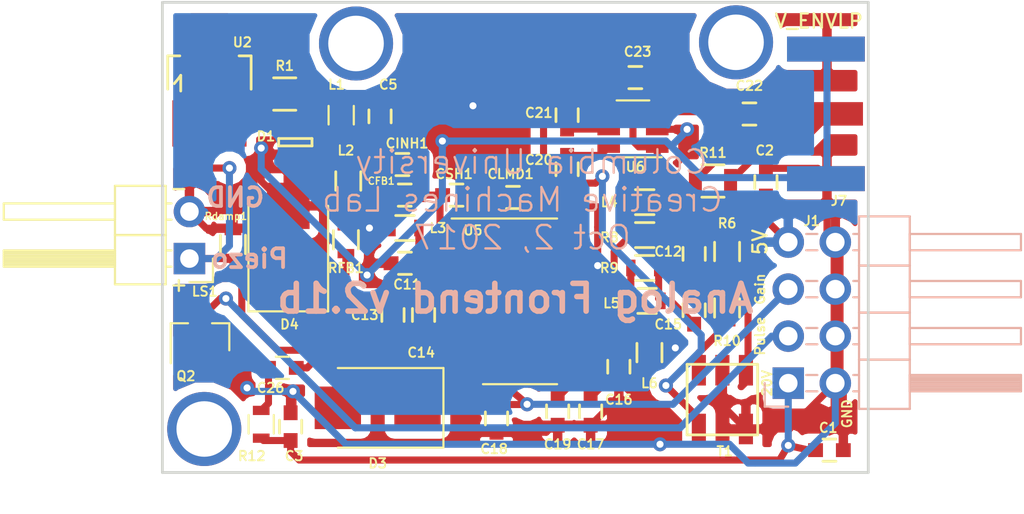
<source format=kicad_pcb>
(kicad_pcb (version 4) (host pcbnew 4.0.6)

  (general
    (links 99)
    (no_connects 4)
    (area 128.448999 87.681999 166.699001 113.232001)
    (thickness 1.6)
    (drawings 16)
    (tracks 328)
    (zones 0)
    (modules 51)
    (nets 40)
  )

  (page USLetter)
  (title_block
    (title "Analog Frontend PCB")
    (date 2017-07-31)
    (rev v2.1b)
    (company "Columbia University Creative Machines Lab")
  )

  (layers
    (0 F.Cu signal)
    (31 B.Cu signal)
    (32 B.Adhes user)
    (33 F.Adhes user)
    (34 B.Paste user)
    (35 F.Paste user)
    (36 B.SilkS user)
    (37 F.SilkS user)
    (38 B.Mask user)
    (39 F.Mask user)
    (40 Dwgs.User user)
    (41 Cmts.User user)
    (42 Eco1.User user)
    (43 Eco2.User user)
    (44 Edge.Cuts user)
    (45 Margin user)
    (46 B.CrtYd user)
    (47 F.CrtYd user)
    (48 B.Fab user)
    (49 F.Fab user)
  )

  (setup
    (last_trace_width 0.381)
    (trace_clearance 0.254)
    (zone_clearance 0.508)
    (zone_45_only no)
    (trace_min 0.2)
    (segment_width 0.2)
    (edge_width 0.15)
    (via_size 0.762)
    (via_drill 0.381)
    (via_min_size 0.4)
    (via_min_drill 0.3)
    (uvia_size 0.508)
    (uvia_drill 0.4064)
    (uvias_allowed no)
    (uvia_min_size 0.2)
    (uvia_min_drill 0.1)
    (pcb_text_width 0.3)
    (pcb_text_size 1.5 1.5)
    (mod_edge_width 0.15)
    (mod_text_size 0.508 0.508)
    (mod_text_width 0.1016)
    (pad_size 1.524 1.524)
    (pad_drill 0.762)
    (pad_to_mask_clearance 0)
    (pad_to_paste_clearance -0.0762)
    (aux_axis_origin 0 0)
    (visible_elements 7FFEEFFF)
    (pcbplotparams
      (layerselection 0x310fc_80000001)
      (usegerberextensions false)
      (excludeedgelayer true)
      (linewidth 0.100000)
      (plotframeref false)
      (viasonmask false)
      (mode 1)
      (useauxorigin false)
      (hpglpennumber 1)
      (hpglpenspeed 20)
      (hpglpendiameter 15)
      (hpglpenoverlay 2)
      (psnegative false)
      (psa4output false)
      (plotreference true)
      (plotvalue true)
      (plotinvisibletext false)
      (padsonsilk false)
      (subtractmaskfromsilk false)
      (outputformat 1)
      (mirror false)
      (drillshape 0)
      (scaleselection 1)
      (outputdirectory gerbers/v1.3/))
  )

  (net 0 "")
  (net 1 GND)
  (net 2 +5V)
  (net 3 Vfiltered)
  (net 4 V_VGA)
  (net 5 "Net-(C11-Pad1)")
  (net 6 "Net-(C12-Pad1)")
  (net 7 "Net-(C12-Pad2)")
  (net 8 "Net-(C13-Pad1)")
  (net 9 "Net-(C13-Pad2)")
  (net 10 "Net-(C14-Pad1)")
  (net 11 "Net-(C14-Pad2)")
  (net 12 "Net-(C15-Pad1)")
  (net 13 "Net-(C15-Pad2)")
  (net 14 "Net-(C17-Pad1)")
  (net 15 GAIN)
  (net 16 /VCM)
  (net 17 "Net-(CFB1-Pad1)")
  (net 18 "Net-(CFB1-Pad2)")
  (net 19 "Net-(CINH1-Pad1)")
  (net 20 "Net-(CLMD1-Pad2)")
  (net 21 "Net-(D1-Pad3)")
  (net 22 "Net-(R6-Pad2)")
  (net 23 "Net-(R10-Pad2)")
  (net 24 "Net-(U2-Pad2)")
  (net 25 /VGA_PWR)
  (net 26 /VGA-)
  (net 27 /VGA+)
  (net 28 "Net-(R11-Pad1)")
  (net 29 /PULSE)
  (net 30 /RFin)
  (net 31 /PCAP)
  (net 32 "Net-(J2-Pad1)")
  (net 33 "Net-(J4-Pad1)")
  (net 34 "Net-(J6-Pad1)")
  (net 35 "Net-(C26-Pad2)")
  (net 36 "Net-(D3-Pad1)")
  (net 37 20V)
  (net 38 /V_ENVLP)
  (net 39 /Vpiezo)

  (net_class Default "This is the default net class."
    (clearance 0.254)
    (trace_width 0.381)
    (via_dia 0.762)
    (via_drill 0.381)
    (uvia_dia 0.508)
    (uvia_drill 0.4064)
    (add_net +5V)
    (add_net /PCAP)
    (add_net /PULSE)
    (add_net /RFin)
    (add_net /VCM)
    (add_net /VGA+)
    (add_net /VGA-)
    (add_net /VGA_PWR)
    (add_net /V_ENVLP)
    (add_net /Vpiezo)
    (add_net 20V)
    (add_net GAIN)
    (add_net GND)
    (add_net "Net-(C11-Pad1)")
    (add_net "Net-(C12-Pad1)")
    (add_net "Net-(C12-Pad2)")
    (add_net "Net-(C13-Pad1)")
    (add_net "Net-(C13-Pad2)")
    (add_net "Net-(C14-Pad1)")
    (add_net "Net-(C14-Pad2)")
    (add_net "Net-(C15-Pad1)")
    (add_net "Net-(C15-Pad2)")
    (add_net "Net-(C17-Pad1)")
    (add_net "Net-(C26-Pad2)")
    (add_net "Net-(CFB1-Pad1)")
    (add_net "Net-(CFB1-Pad2)")
    (add_net "Net-(CINH1-Pad1)")
    (add_net "Net-(CLMD1-Pad2)")
    (add_net "Net-(D1-Pad3)")
    (add_net "Net-(D3-Pad1)")
    (add_net "Net-(J2-Pad1)")
    (add_net "Net-(J4-Pad1)")
    (add_net "Net-(J6-Pad1)")
    (add_net "Net-(R10-Pad2)")
    (add_net "Net-(R11-Pad1)")
    (add_net "Net-(R6-Pad2)")
    (add_net "Net-(U2-Pad2)")
    (add_net V_VGA)
    (add_net Vfiltered)
  )

  (net_class Power ""
    (clearance 0.381)
    (trace_width 0.762)
    (via_dia 1.524)
    (via_drill 0.889)
    (uvia_dia 0.508)
    (uvia_drill 0.4064)
  )

  (module Resistors_SMD:R_0603 (layer F.Cu) (tedit 594428EE) (tstamp 591D688C)
    (at 154.559 100.33 180)
    (descr "Resistor SMD 0603, reflow soldering, Vishay (see dcrcw.pdf)")
    (tags "resistor 0603")
    (path /591CCE56)
    (attr smd)
    (fp_text reference R8 (at 1.905 -0.127 180) (layer F.SilkS)
      (effects (font (size 0.508 0.508) (thickness 0.1016)))
    )
    (fp_text value 100 (at 0 1.9 180) (layer F.Fab)
      (effects (font (size 1 1) (thickness 0.15)))
    )
    (fp_line (start -0.8 0.4) (end -0.8 -0.4) (layer F.Fab) (width 0.1))
    (fp_line (start 0.8 0.4) (end -0.8 0.4) (layer F.Fab) (width 0.1))
    (fp_line (start 0.8 -0.4) (end 0.8 0.4) (layer F.Fab) (width 0.1))
    (fp_line (start -0.8 -0.4) (end 0.8 -0.4) (layer F.Fab) (width 0.1))
    (fp_line (start -1.3 -0.8) (end 1.3 -0.8) (layer F.CrtYd) (width 0.05))
    (fp_line (start -1.3 0.8) (end 1.3 0.8) (layer F.CrtYd) (width 0.05))
    (fp_line (start -1.3 -0.8) (end -1.3 0.8) (layer F.CrtYd) (width 0.05))
    (fp_line (start 1.3 -0.8) (end 1.3 0.8) (layer F.CrtYd) (width 0.05))
    (fp_line (start 0.5 0.675) (end -0.5 0.675) (layer F.SilkS) (width 0.15))
    (fp_line (start -0.5 -0.675) (end 0.5 -0.675) (layer F.SilkS) (width 0.15))
    (pad 1 smd rect (at -0.75 0 180) (size 0.5 0.9) (layers F.Cu F.Paste F.Mask)
      (net 6 "Net-(C12-Pad1)"))
    (pad 2 smd rect (at 0.75 0 180) (size 0.5 0.9) (layers F.Cu F.Paste F.Mask)
      (net 26 /VGA-))
    (model Resistors_SMD.3dshapes/R_0603.wrl
      (at (xyz 0 0 0))
      (scale (xyz 1 1 1))
      (rotate (xyz 0 0 0))
    )
  )

  (module custom:QSOP-20_3.9x8.6mm_Pitch0.64mm (layer F.Cu) (tedit 58B201A7) (tstamp 591E2467)
    (at 147.828 103.886)
    (descr "20 Lead Quarter Size Outline Plastic Package (QSOP) (https://www.intersil.com/content/dam/Intersil/documents/m20_/m20.15.pdf)")
    (tags "QSOP-20 ")
    (path /591C075D)
    (attr smd)
    (fp_text reference U5 (at -2.54 -3.81) (layer F.SilkS)
      (effects (font (size 0.508 0.508) (thickness 0.1016)))
    )
    (fp_text value AD8331 (at 0 6) (layer F.Fab)
      (effects (font (size 1 1) (thickness 0.15)))
    )
    (fp_line (start 3.8 -4.6) (end 3.8 4.6) (layer F.CrtYd) (width 0.05))
    (fp_line (start -0.64 -4.3) (end -0.64 -4.3) (layer F.Fab) (width 0.12))
    (fp_line (start -0.83 -4.3) (end -0.64 -4.3) (layer F.Fab) (width 0.15))
    (fp_line (start -1.95 -3.18) (end -0.83 -4.3) (layer F.Fab) (width 0.15))
    (fp_line (start -3.8 -4.6) (end 3.8 -4.6) (layer F.CrtYd) (width 0.05))
    (fp_line (start -2 4.5) (end 2 4.5) (layer F.SilkS) (width 0.12))
    (fp_line (start -3.69 -4.45) (end 2 -4.45) (layer F.SilkS) (width 0.12))
    (fp_line (start 1.95 4.3) (end 1.95 -4.3) (layer F.Fab) (width 0.15))
    (fp_line (start -0.635 -4.3) (end 1.95 -4.3) (layer F.Fab) (width 0.15))
    (fp_line (start -1.95 4.3) (end -1.95 -3.175) (layer F.Fab) (width 0.15))
    (fp_line (start -1.95 4.3) (end 1.95 4.3) (layer F.Fab) (width 0.15))
    (fp_line (start -3.8 4.6) (end 3.8 4.6) (layer F.CrtYd) (width 0.05))
    (fp_line (start -3.8 -4.6) (end -3.8 4.6) (layer F.CrtYd) (width 0.05))
    (pad 1 smd rect (at -2.795 -2.8575) (size 1.524 0.38) (layers F.Cu F.Paste F.Mask)
      (net 20 "Net-(CLMD1-Pad2)"))
    (pad 20 smd rect (at 2.795 -2.8575) (size 1.524 0.38) (layers F.Cu F.Paste F.Mask)
      (net 1 GND))
    (pad 2 smd rect (at -2.795 -2.2175) (size 1.524 0.38) (layers F.Cu F.Paste F.Mask)
      (net 17 "Net-(CFB1-Pad1)"))
    (pad 19 smd rect (at 2.795 -2.2175) (size 1.524 0.38) (layers F.Cu F.Paste F.Mask)
      (net 2 +5V))
    (pad 3 smd rect (at -2.795 -1.5775) (size 1.524 0.38) (layers F.Cu F.Paste F.Mask)
      (net 5 "Net-(C11-Pad1)"))
    (pad 18 smd rect (at 2.795 -1.5775) (size 1.524 0.38) (layers F.Cu F.Paste F.Mask)
      (net 2 +5V))
    (pad 4 smd rect (at -2.795 -0.9375) (size 1.524 0.38) (layers F.Cu F.Paste F.Mask)
      (net 8 "Net-(C13-Pad1)"))
    (pad 17 smd rect (at 2.795 -0.9375) (size 1.524 0.38) (layers F.Cu F.Paste F.Mask)
      (net 1 GND))
    (pad 5 smd rect (at -2.795 -0.2975) (size 1.524 0.38) (layers F.Cu F.Paste F.Mask)
      (net 10 "Net-(C14-Pad1)"))
    (pad 16 smd rect (at 2.795 -0.2975) (size 1.524 0.38) (layers F.Cu F.Paste F.Mask)
      (net 26 /VGA-))
    (pad 6 smd rect (at -2.795 0.3425) (size 1.524 0.38) (layers F.Cu F.Paste F.Mask)
      (net 1 GND))
    (pad 15 smd rect (at 2.795 0.3425) (size 1.524 0.38) (layers F.Cu F.Paste F.Mask)
      (net 27 /VGA+))
    (pad 7 smd rect (at -2.795 0.9825) (size 1.524 0.38) (layers F.Cu F.Paste F.Mask)
      (net 11 "Net-(C14-Pad2)"))
    (pad 14 smd rect (at 2.795 0.9825) (size 1.524 0.38) (layers F.Cu F.Paste F.Mask)
      (net 25 /VGA_PWR))
    (pad 8 smd rect (at -2.795 1.6225) (size 1.524 0.38) (layers F.Cu F.Paste F.Mask)
      (net 9 "Net-(C13-Pad2)"))
    (pad 13 smd rect (at 2.795 1.6225) (size 1.524 0.38) (layers F.Cu F.Paste F.Mask)
      (net 25 /VGA_PWR))
    (pad 9 smd rect (at -2.795 2.2625) (size 1.524 0.38) (layers F.Cu F.Paste F.Mask)
      (net 1 GND))
    (pad 12 smd rect (at 2.795 2.2625) (size 1.524 0.38) (layers F.Cu F.Paste F.Mask)
      (net 14 "Net-(C17-Pad1)"))
    (pad 10 smd rect (at -2.795 2.9025) (size 1.524 0.38) (layers F.Cu F.Paste F.Mask)
      (net 15 GAIN))
    (pad 11 smd rect (at 2.795 2.9025) (size 1.524 0.38) (layers F.Cu F.Paste F.Mask)
      (net 16 /VCM))
  )

  (module Resistors_SMD:R_0805 (layer F.Cu) (tedit 59CA903C) (tstamp 591D6862)
    (at 135.128 92.71 180)
    (descr "Resistor SMD 0805, reflow soldering, Vishay (see dcrcw.pdf)")
    (tags "resistor 0805")
    (path /58E08CD5)
    (attr smd)
    (fp_text reference R1 (at 0 1.524 360) (layer F.SilkS)
      (effects (font (size 0.508 0.508) (thickness 0.1016)))
    )
    (fp_text value 100 (at 0 2.1 180) (layer F.Fab)
      (effects (font (size 1 1) (thickness 0.15)))
    )
    (fp_line (start -1 0.625) (end -1 -0.625) (layer F.Fab) (width 0.1))
    (fp_line (start 1 0.625) (end -1 0.625) (layer F.Fab) (width 0.1))
    (fp_line (start 1 -0.625) (end 1 0.625) (layer F.Fab) (width 0.1))
    (fp_line (start -1 -0.625) (end 1 -0.625) (layer F.Fab) (width 0.1))
    (fp_line (start -1.6 -1) (end 1.6 -1) (layer F.CrtYd) (width 0.05))
    (fp_line (start -1.6 1) (end 1.6 1) (layer F.CrtYd) (width 0.05))
    (fp_line (start -1.6 -1) (end -1.6 1) (layer F.CrtYd) (width 0.05))
    (fp_line (start 1.6 -1) (end 1.6 1) (layer F.CrtYd) (width 0.05))
    (fp_line (start 0.6 0.875) (end -0.6 0.875) (layer F.SilkS) (width 0.15))
    (fp_line (start -0.6 -0.875) (end 0.6 -0.875) (layer F.SilkS) (width 0.15))
    (pad 1 smd rect (at -0.95 0 180) (size 0.7 1.3) (layers F.Cu F.Paste F.Mask)
      (net 3 Vfiltered))
    (pad 2 smd rect (at 0.95 0 180) (size 0.7 1.3) (layers F.Cu F.Paste F.Mask)
      (net 21 "Net-(D1-Pad3)"))
    (model Resistors_SMD.3dshapes/R_0805.wrl
      (at (xyz 0 0 0))
      (scale (xyz 1 1 1))
      (rotate (xyz 0 0 0))
    )
  )

  (module Capacitors_SMD:C_0603 (layer F.Cu) (tedit 59D197B3) (tstamp 591D6769)
    (at 140.2715 93.9165 90)
    (descr "Capacitor SMD 0603, reflow soldering, AVX (see smccp.pdf)")
    (tags "capacitor 0603")
    (path /58E08E96)
    (attr smd)
    (fp_text reference C5 (at 1.7145 0.4445 180) (layer F.SilkS)
      (effects (font (size 0.508 0.508) (thickness 0.1016)))
    )
    (fp_text value 1n (at 0 1.9 90) (layer F.Fab)
      (effects (font (size 1 1) (thickness 0.15)))
    )
    (fp_line (start -0.8 0.4) (end -0.8 -0.4) (layer F.Fab) (width 0.15))
    (fp_line (start 0.8 0.4) (end -0.8 0.4) (layer F.Fab) (width 0.15))
    (fp_line (start 0.8 -0.4) (end 0.8 0.4) (layer F.Fab) (width 0.15))
    (fp_line (start -0.8 -0.4) (end 0.8 -0.4) (layer F.Fab) (width 0.15))
    (fp_line (start -1.45 -0.75) (end 1.45 -0.75) (layer F.CrtYd) (width 0.05))
    (fp_line (start -1.45 0.75) (end 1.45 0.75) (layer F.CrtYd) (width 0.05))
    (fp_line (start -1.45 -0.75) (end -1.45 0.75) (layer F.CrtYd) (width 0.05))
    (fp_line (start 1.45 -0.75) (end 1.45 0.75) (layer F.CrtYd) (width 0.05))
    (fp_line (start -0.35 -0.6) (end 0.35 -0.6) (layer F.SilkS) (width 0.15))
    (fp_line (start 0.35 0.6) (end -0.35 0.6) (layer F.SilkS) (width 0.15))
    (pad 1 smd rect (at -0.75 0 90) (size 0.8 0.75) (layers F.Cu F.Paste F.Mask)
      (net 3 Vfiltered))
    (pad 2 smd rect (at 0.75 0 90) (size 0.8 0.75) (layers F.Cu F.Paste F.Mask)
      (net 1 GND))
    (model Capacitors_SMD.3dshapes/C_0603.wrl
      (at (xyz 0 0 0))
      (scale (xyz 1 1 1))
      (rotate (xyz 0 0 0))
    )
  )

  (module TO_SOT_Packages_SMD:SOT89-3_Housing_Handsoldering (layer F.Cu) (tedit 59D197B7) (tstamp 591D68BD)
    (at 131.064 91.948)
    (descr "SOT89-3, Housing, Handsoldering,")
    (tags "SOT89-3, Housing, Handsoldering,")
    (path /591F8A64)
    (attr smd)
    (fp_text reference U2 (at 1.778 -2.032) (layer F.SilkS)
      (effects (font (size 0.508 0.508) (thickness 0.1016)))
    )
    (fp_text value MD0100N8 (at -0.14986 5.30098) (layer F.Fab)
      (effects (font (size 1 1) (thickness 0.15)))
    )
    (fp_line (start -1.89992 0.20066) (end -1.651 -0.09906) (layer F.SilkS) (width 0.15))
    (fp_line (start -1.651 -0.09906) (end -1.5494 -0.24892) (layer F.SilkS) (width 0.15))
    (fp_line (start -1.5494 -0.24892) (end -1.5494 0.59944) (layer F.SilkS) (width 0.15))
    (fp_line (start -2.25044 -1.30048) (end -2.25044 0.50038) (layer F.SilkS) (width 0.15))
    (fp_line (start -2.25044 -1.30048) (end -1.6002 -1.30048) (layer F.SilkS) (width 0.15))
    (fp_line (start 2.25044 -1.30048) (end 2.25044 0.50038) (layer F.SilkS) (width 0.15))
    (fp_line (start 2.25044 -1.30048) (end 1.6002 -1.30048) (layer F.SilkS) (width 0.15))
    (pad 1 smd rect (at -1.50114 2.35204) (size 1.00076 2.5019) (layers F.Cu F.Paste F.Mask)
      (net 39 /Vpiezo))
    (pad 2 smd rect (at 0 2.35204) (size 1.00076 2.5019) (layers F.Cu F.Paste F.Mask)
      (net 24 "Net-(U2-Pad2)"))
    (pad 3 smd rect (at 1.50114 2.35204) (size 1.00076 2.5019) (layers F.Cu F.Paste F.Mask)
      (net 21 "Net-(D1-Pad3)"))
    (pad 2 smd rect (at 0 -1.6002) (size 1.99898 4.0005) (layers F.Cu F.Paste F.Mask)
      (net 24 "Net-(U2-Pad2)"))
    (pad 2 smd trapezoid (at 0 0.7493 180) (size 1.50114 0.7493) (rect_delta 0 0.50038 ) (layers F.Cu F.Paste F.Mask)
      (net 24 "Net-(U2-Pad2)"))
    (model TO_SOT_Packages_SMD.3dshapes/SOT89-3_Housing_Handsoldering.wrl
      (at (xyz 0 0 0))
      (scale (xyz 0.3937 0.3937 0.3937))
      (rotate (xyz 0 0 0))
    )
  )

  (module custom:SOT-523 (layer F.Cu) (tedit 591D3A70) (tstamp 591D67EE)
    (at 135.6995 95.3135 90)
    (path /591F8367)
    (attr smd)
    (fp_text reference D1 (at 0.3175 -1.5875 180) (layer F.SilkS)
      (effects (font (size 0.508 0.508) (thickness 0.1016)))
    )
    (fp_text value BAV99T (at 0 1.905 90) (layer F.Fab)
      (effects (font (size 0.8 0.8) (thickness 0.15)))
    )
    (fp_line (start -0.2 -0.9) (end -0.2 0.9) (layer F.SilkS) (width 0.15))
    (fp_line (start -0.2 0.9) (end 0.2 0.9) (layer F.SilkS) (width 0.15))
    (fp_line (start 0.2 0.9) (end 0.2 -0.9) (layer F.SilkS) (width 0.15))
    (fp_line (start 0.2 -0.9) (end -0.2 -0.9) (layer F.SilkS) (width 0.15))
    (fp_line (start -1.155 -1.1) (end 1.155 -1.1) (layer F.CrtYd) (width 0.15))
    (fp_line (start 1.155 -1.1) (end 1.155 1.1) (layer F.CrtYd) (width 0.15))
    (fp_line (start 1.155 1.1) (end -1.155 1.1) (layer F.CrtYd) (width 0.15))
    (fp_line (start -1.155 1.1) (end -1.155 -1.1) (layer F.CrtYd) (width 0.15))
    (fp_line (start -0.49 -0.85) (end 0.49 -0.85) (layer F.Fab) (width 0.15))
    (fp_line (start 0.49 -0.85) (end 0.49 0.85) (layer F.Fab) (width 0.15))
    (fp_line (start 0.49 0.85) (end -0.49 0.85) (layer F.Fab) (width 0.15))
    (fp_line (start -0.49 0.85) (end -0.49 -0.85) (layer F.Fab) (width 0.15))
    (pad 1 smd rect (at -0.65 -0.5 270) (size 0.51 0.4) (layers F.Cu F.Paste F.Mask)
      (net 1 GND))
    (pad 2 smd rect (at -0.65 0.5 270) (size 0.51 0.4) (layers F.Cu F.Paste F.Mask)
      (net 1 GND))
    (pad 3 smd rect (at 0.65 0 270) (size 0.51 0.4) (layers F.Cu F.Paste F.Mask)
      (net 21 "Net-(D1-Pad3)"))
    (model smd_trans/sot323.wrl
      (at (xyz 0 0 0))
      (scale (xyz 0.75 0.6 0.6))
      (rotate (xyz 0 0 90))
    )
  )

  (module Capacitors_SMD:C_0603 (layer F.Cu) (tedit 5944278A) (tstamp 591D6787)
    (at 141.617 101.854 180)
    (descr "Capacitor SMD 0603, reflow soldering, AVX (see smccp.pdf)")
    (tags "capacitor 0603")
    (path /591C8787)
    (attr smd)
    (fp_text reference C11 (at -0.115 -1.143 180) (layer F.SilkS)
      (effects (font (size 0.508 0.508) (thickness 0.1016)))
    )
    (fp_text value 0.1µF (at 0 1.9 180) (layer F.Fab)
      (effects (font (size 1 1) (thickness 0.15)))
    )
    (fp_line (start -0.8 0.4) (end -0.8 -0.4) (layer F.Fab) (width 0.15))
    (fp_line (start 0.8 0.4) (end -0.8 0.4) (layer F.Fab) (width 0.15))
    (fp_line (start 0.8 -0.4) (end 0.8 0.4) (layer F.Fab) (width 0.15))
    (fp_line (start -0.8 -0.4) (end 0.8 -0.4) (layer F.Fab) (width 0.15))
    (fp_line (start -1.45 -0.75) (end 1.45 -0.75) (layer F.CrtYd) (width 0.05))
    (fp_line (start -1.45 0.75) (end 1.45 0.75) (layer F.CrtYd) (width 0.05))
    (fp_line (start -1.45 -0.75) (end -1.45 0.75) (layer F.CrtYd) (width 0.05))
    (fp_line (start 1.45 -0.75) (end 1.45 0.75) (layer F.CrtYd) (width 0.05))
    (fp_line (start -0.35 -0.6) (end 0.35 -0.6) (layer F.SilkS) (width 0.15))
    (fp_line (start 0.35 0.6) (end -0.35 0.6) (layer F.SilkS) (width 0.15))
    (pad 1 smd rect (at -0.75 0 180) (size 0.8 0.75) (layers F.Cu F.Paste F.Mask)
      (net 5 "Net-(C11-Pad1)"))
    (pad 2 smd rect (at 0.75 0 180) (size 0.8 0.75) (layers F.Cu F.Paste F.Mask)
      (net 1 GND))
    (model Capacitors_SMD.3dshapes/C_0603.wrl
      (at (xyz 0 0 0))
      (scale (xyz 1 1 1))
      (rotate (xyz 0 0 0))
    )
  )

  (module Capacitors_SMD:C_0603 (layer F.Cu) (tedit 59442973) (tstamp 591D678D)
    (at 157.226 101.346 90)
    (descr "Capacitor SMD 0603, reflow soldering, AVX (see smccp.pdf)")
    (tags "capacitor 0603")
    (path /591CF666)
    (attr smd)
    (fp_text reference C12 (at 0.127 -1.397 180) (layer F.SilkS)
      (effects (font (size 0.508 0.508) (thickness 0.1016)))
    )
    (fp_text value 0.1µF (at 0 1.9 90) (layer F.Fab)
      (effects (font (size 1 1) (thickness 0.15)))
    )
    (fp_line (start -0.8 0.4) (end -0.8 -0.4) (layer F.Fab) (width 0.15))
    (fp_line (start 0.8 0.4) (end -0.8 0.4) (layer F.Fab) (width 0.15))
    (fp_line (start 0.8 -0.4) (end 0.8 0.4) (layer F.Fab) (width 0.15))
    (fp_line (start -0.8 -0.4) (end 0.8 -0.4) (layer F.Fab) (width 0.15))
    (fp_line (start -1.45 -0.75) (end 1.45 -0.75) (layer F.CrtYd) (width 0.05))
    (fp_line (start -1.45 0.75) (end 1.45 0.75) (layer F.CrtYd) (width 0.05))
    (fp_line (start -1.45 -0.75) (end -1.45 0.75) (layer F.CrtYd) (width 0.05))
    (fp_line (start 1.45 -0.75) (end 1.45 0.75) (layer F.CrtYd) (width 0.05))
    (fp_line (start -0.35 -0.6) (end 0.35 -0.6) (layer F.SilkS) (width 0.15))
    (fp_line (start 0.35 0.6) (end -0.35 0.6) (layer F.SilkS) (width 0.15))
    (pad 1 smd rect (at -0.75 0 90) (size 0.8 0.75) (layers F.Cu F.Paste F.Mask)
      (net 6 "Net-(C12-Pad1)"))
    (pad 2 smd rect (at 0.75 0 90) (size 0.8 0.75) (layers F.Cu F.Paste F.Mask)
      (net 7 "Net-(C12-Pad2)"))
    (model Capacitors_SMD.3dshapes/C_0603.wrl
      (at (xyz 0 0 0))
      (scale (xyz 1 1 1))
      (rotate (xyz 0 0 0))
    )
  )

  (module Capacitors_SMD:C_0603 (layer F.Cu) (tedit 59442C60) (tstamp 591D6793)
    (at 140.97 104.648 270)
    (descr "Capacitor SMD 0603, reflow soldering, AVX (see smccp.pdf)")
    (tags "capacitor 0603")
    (path /591C253F)
    (attr smd)
    (fp_text reference C13 (at 0 1.524 360) (layer F.SilkS)
      (effects (font (size 0.508 0.508) (thickness 0.1016)))
    )
    (fp_text value 0.1µF (at 0 1.9 270) (layer F.Fab)
      (effects (font (size 1 1) (thickness 0.15)))
    )
    (fp_line (start -0.8 0.4) (end -0.8 -0.4) (layer F.Fab) (width 0.15))
    (fp_line (start 0.8 0.4) (end -0.8 0.4) (layer F.Fab) (width 0.15))
    (fp_line (start 0.8 -0.4) (end 0.8 0.4) (layer F.Fab) (width 0.15))
    (fp_line (start -0.8 -0.4) (end 0.8 -0.4) (layer F.Fab) (width 0.15))
    (fp_line (start -1.45 -0.75) (end 1.45 -0.75) (layer F.CrtYd) (width 0.05))
    (fp_line (start -1.45 0.75) (end 1.45 0.75) (layer F.CrtYd) (width 0.05))
    (fp_line (start -1.45 -0.75) (end -1.45 0.75) (layer F.CrtYd) (width 0.05))
    (fp_line (start 1.45 -0.75) (end 1.45 0.75) (layer F.CrtYd) (width 0.05))
    (fp_line (start -0.35 -0.6) (end 0.35 -0.6) (layer F.SilkS) (width 0.15))
    (fp_line (start 0.35 0.6) (end -0.35 0.6) (layer F.SilkS) (width 0.15))
    (pad 1 smd rect (at -0.75 0 270) (size 0.8 0.75) (layers F.Cu F.Paste F.Mask)
      (net 8 "Net-(C13-Pad1)"))
    (pad 2 smd rect (at 0.75 0 270) (size 0.8 0.75) (layers F.Cu F.Paste F.Mask)
      (net 9 "Net-(C13-Pad2)"))
    (model Capacitors_SMD.3dshapes/C_0603.wrl
      (at (xyz 0 0 0))
      (scale (xyz 1 1 1))
      (rotate (xyz 0 0 0))
    )
  )

  (module Capacitors_SMD:C_0603 (layer F.Cu) (tedit 59442C69) (tstamp 591D6799)
    (at 142.621 104.648 270)
    (descr "Capacitor SMD 0603, reflow soldering, AVX (see smccp.pdf)")
    (tags "capacitor 0603")
    (path /591C1AD6)
    (attr smd)
    (fp_text reference C14 (at 2.032 0.127 360) (layer F.SilkS)
      (effects (font (size 0.508 0.508) (thickness 0.1016)))
    )
    (fp_text value 0.1µF (at 0 1.9 270) (layer F.Fab)
      (effects (font (size 1 1) (thickness 0.15)))
    )
    (fp_line (start -0.8 0.4) (end -0.8 -0.4) (layer F.Fab) (width 0.15))
    (fp_line (start 0.8 0.4) (end -0.8 0.4) (layer F.Fab) (width 0.15))
    (fp_line (start 0.8 -0.4) (end 0.8 0.4) (layer F.Fab) (width 0.15))
    (fp_line (start -0.8 -0.4) (end 0.8 -0.4) (layer F.Fab) (width 0.15))
    (fp_line (start -1.45 -0.75) (end 1.45 -0.75) (layer F.CrtYd) (width 0.05))
    (fp_line (start -1.45 0.75) (end 1.45 0.75) (layer F.CrtYd) (width 0.05))
    (fp_line (start -1.45 -0.75) (end -1.45 0.75) (layer F.CrtYd) (width 0.05))
    (fp_line (start 1.45 -0.75) (end 1.45 0.75) (layer F.CrtYd) (width 0.05))
    (fp_line (start -0.35 -0.6) (end 0.35 -0.6) (layer F.SilkS) (width 0.15))
    (fp_line (start 0.35 0.6) (end -0.35 0.6) (layer F.SilkS) (width 0.15))
    (pad 1 smd rect (at -0.75 0 270) (size 0.8 0.75) (layers F.Cu F.Paste F.Mask)
      (net 10 "Net-(C14-Pad1)"))
    (pad 2 smd rect (at 0.75 0 270) (size 0.8 0.75) (layers F.Cu F.Paste F.Mask)
      (net 11 "Net-(C14-Pad2)"))
    (model Capacitors_SMD.3dshapes/C_0603.wrl
      (at (xyz 0 0 0))
      (scale (xyz 1 1 1))
      (rotate (xyz 0 0 0))
    )
  )

  (module Capacitors_SMD:C_0603 (layer F.Cu) (tedit 59442938) (tstamp 591D679F)
    (at 157.226 104.394 90)
    (descr "Capacitor SMD 0603, reflow soldering, AVX (see smccp.pdf)")
    (tags "capacitor 0603")
    (path /591CF7EE)
    (attr smd)
    (fp_text reference C15 (at -0.762 -1.397 180) (layer F.SilkS)
      (effects (font (size 0.508 0.508) (thickness 0.1016)))
    )
    (fp_text value 0.1µF (at 0 1.9 90) (layer F.Fab)
      (effects (font (size 1 1) (thickness 0.15)))
    )
    (fp_line (start -0.8 0.4) (end -0.8 -0.4) (layer F.Fab) (width 0.15))
    (fp_line (start 0.8 0.4) (end -0.8 0.4) (layer F.Fab) (width 0.15))
    (fp_line (start 0.8 -0.4) (end 0.8 0.4) (layer F.Fab) (width 0.15))
    (fp_line (start -0.8 -0.4) (end 0.8 -0.4) (layer F.Fab) (width 0.15))
    (fp_line (start -1.45 -0.75) (end 1.45 -0.75) (layer F.CrtYd) (width 0.05))
    (fp_line (start -1.45 0.75) (end 1.45 0.75) (layer F.CrtYd) (width 0.05))
    (fp_line (start -1.45 -0.75) (end -1.45 0.75) (layer F.CrtYd) (width 0.05))
    (fp_line (start 1.45 -0.75) (end 1.45 0.75) (layer F.CrtYd) (width 0.05))
    (fp_line (start -0.35 -0.6) (end 0.35 -0.6) (layer F.SilkS) (width 0.15))
    (fp_line (start 0.35 0.6) (end -0.35 0.6) (layer F.SilkS) (width 0.15))
    (pad 1 smd rect (at -0.75 0 90) (size 0.8 0.75) (layers F.Cu F.Paste F.Mask)
      (net 12 "Net-(C15-Pad1)"))
    (pad 2 smd rect (at 0.75 0 90) (size 0.8 0.75) (layers F.Cu F.Paste F.Mask)
      (net 13 "Net-(C15-Pad2)"))
    (model Capacitors_SMD.3dshapes/C_0603.wrl
      (at (xyz 0 0 0))
      (scale (xyz 1 1 1))
      (rotate (xyz 0 0 0))
    )
  )

  (module Capacitors_SMD:C_0603 (layer F.Cu) (tedit 594428AF) (tstamp 591D67A5)
    (at 153.162 107.442 270)
    (descr "Capacitor SMD 0603, reflow soldering, AVX (see smccp.pdf)")
    (tags "capacitor 0603")
    (path /591C7038)
    (attr smd)
    (fp_text reference C16 (at 1.778 0 360) (layer F.SilkS)
      (effects (font (size 0.508 0.508) (thickness 0.1016)))
    )
    (fp_text value 0.1µF (at 0 1.9 270) (layer F.Fab)
      (effects (font (size 1 1) (thickness 0.15)))
    )
    (fp_line (start -0.8 0.4) (end -0.8 -0.4) (layer F.Fab) (width 0.15))
    (fp_line (start 0.8 0.4) (end -0.8 0.4) (layer F.Fab) (width 0.15))
    (fp_line (start 0.8 -0.4) (end 0.8 0.4) (layer F.Fab) (width 0.15))
    (fp_line (start -0.8 -0.4) (end 0.8 -0.4) (layer F.Fab) (width 0.15))
    (fp_line (start -1.45 -0.75) (end 1.45 -0.75) (layer F.CrtYd) (width 0.05))
    (fp_line (start -1.45 0.75) (end 1.45 0.75) (layer F.CrtYd) (width 0.05))
    (fp_line (start -1.45 -0.75) (end -1.45 0.75) (layer F.CrtYd) (width 0.05))
    (fp_line (start 1.45 -0.75) (end 1.45 0.75) (layer F.CrtYd) (width 0.05))
    (fp_line (start -0.35 -0.6) (end 0.35 -0.6) (layer F.SilkS) (width 0.15))
    (fp_line (start 0.35 0.6) (end -0.35 0.6) (layer F.SilkS) (width 0.15))
    (pad 1 smd rect (at -0.75 0 270) (size 0.8 0.75) (layers F.Cu F.Paste F.Mask)
      (net 25 /VGA_PWR))
    (pad 2 smd rect (at 0.75 0 270) (size 0.8 0.75) (layers F.Cu F.Paste F.Mask)
      (net 1 GND))
    (model Capacitors_SMD.3dshapes/C_0603.wrl
      (at (xyz 0 0 0))
      (scale (xyz 1 1 1))
      (rotate (xyz 0 0 0))
    )
  )

  (module Capacitors_SMD:C_0603 (layer F.Cu) (tedit 59442C32) (tstamp 591D67AB)
    (at 151.638 109.855 270)
    (descr "Capacitor SMD 0603, reflow soldering, AVX (see smccp.pdf)")
    (tags "capacitor 0603")
    (path /591D36CE)
    (attr smd)
    (fp_text reference C17 (at 1.778 0 360) (layer F.SilkS)
      (effects (font (size 0.508 0.508) (thickness 0.1016)))
    )
    (fp_text value 0.1µF (at 0 1.9 270) (layer F.Fab)
      (effects (font (size 1 1) (thickness 0.15)))
    )
    (fp_line (start -0.8 0.4) (end -0.8 -0.4) (layer F.Fab) (width 0.15))
    (fp_line (start 0.8 0.4) (end -0.8 0.4) (layer F.Fab) (width 0.15))
    (fp_line (start 0.8 -0.4) (end 0.8 0.4) (layer F.Fab) (width 0.15))
    (fp_line (start -0.8 -0.4) (end 0.8 -0.4) (layer F.Fab) (width 0.15))
    (fp_line (start -1.45 -0.75) (end 1.45 -0.75) (layer F.CrtYd) (width 0.05))
    (fp_line (start -1.45 0.75) (end 1.45 0.75) (layer F.CrtYd) (width 0.05))
    (fp_line (start -1.45 -0.75) (end -1.45 0.75) (layer F.CrtYd) (width 0.05))
    (fp_line (start 1.45 -0.75) (end 1.45 0.75) (layer F.CrtYd) (width 0.05))
    (fp_line (start -0.35 -0.6) (end 0.35 -0.6) (layer F.SilkS) (width 0.15))
    (fp_line (start 0.35 0.6) (end -0.35 0.6) (layer F.SilkS) (width 0.15))
    (pad 1 smd rect (at -0.75 0 270) (size 0.8 0.75) (layers F.Cu F.Paste F.Mask)
      (net 14 "Net-(C17-Pad1)"))
    (pad 2 smd rect (at 0.75 0 270) (size 0.8 0.75) (layers F.Cu F.Paste F.Mask)
      (net 1 GND))
    (model Capacitors_SMD.3dshapes/C_0603.wrl
      (at (xyz 0 0 0))
      (scale (xyz 1 1 1))
      (rotate (xyz 0 0 0))
    )
  )

  (module Capacitors_SMD:C_0603 (layer F.Cu) (tedit 597A4F3D) (tstamp 591D67B1)
    (at 146.558 110.236 270)
    (descr "Capacitor SMD 0603, reflow soldering, AVX (see smccp.pdf)")
    (tags "capacitor 0603")
    (path /591C3A41)
    (attr smd)
    (fp_text reference C18 (at 1.651 0.127 360) (layer F.SilkS)
      (effects (font (size 0.508 0.508) (thickness 0.1016)))
    )
    (fp_text value 1nF (at 0 1.9 270) (layer F.Fab)
      (effects (font (size 1 1) (thickness 0.15)))
    )
    (fp_line (start -0.8 0.4) (end -0.8 -0.4) (layer F.Fab) (width 0.15))
    (fp_line (start 0.8 0.4) (end -0.8 0.4) (layer F.Fab) (width 0.15))
    (fp_line (start 0.8 -0.4) (end 0.8 0.4) (layer F.Fab) (width 0.15))
    (fp_line (start -0.8 -0.4) (end 0.8 -0.4) (layer F.Fab) (width 0.15))
    (fp_line (start -1.45 -0.75) (end 1.45 -0.75) (layer F.CrtYd) (width 0.05))
    (fp_line (start -1.45 0.75) (end 1.45 0.75) (layer F.CrtYd) (width 0.05))
    (fp_line (start -1.45 -0.75) (end -1.45 0.75) (layer F.CrtYd) (width 0.05))
    (fp_line (start 1.45 -0.75) (end 1.45 0.75) (layer F.CrtYd) (width 0.05))
    (fp_line (start -0.35 -0.6) (end 0.35 -0.6) (layer F.SilkS) (width 0.15))
    (fp_line (start 0.35 0.6) (end -0.35 0.6) (layer F.SilkS) (width 0.15))
    (pad 1 smd rect (at -0.75 0 270) (size 0.8 0.75) (layers F.Cu F.Paste F.Mask)
      (net 15 GAIN))
    (pad 2 smd rect (at 0.75 0 270) (size 0.8 0.75) (layers F.Cu F.Paste F.Mask)
      (net 1 GND))
    (model Capacitors_SMD.3dshapes/C_0603.wrl
      (at (xyz 0 0 0))
      (scale (xyz 1 1 1))
      (rotate (xyz 0 0 0))
    )
  )

  (module Capacitors_SMD:C_0603 (layer F.Cu) (tedit 59442C3E) (tstamp 591D67B7)
    (at 149.86 109.855 270)
    (descr "Capacitor SMD 0603, reflow soldering, AVX (see smccp.pdf)")
    (tags "capacitor 0603")
    (path /591C80AF)
    (attr smd)
    (fp_text reference C19 (at 1.778 0 360) (layer F.SilkS)
      (effects (font (size 0.508 0.508) (thickness 0.1016)))
    )
    (fp_text value 1nF (at 0 1.9 270) (layer F.Fab)
      (effects (font (size 1 1) (thickness 0.15)))
    )
    (fp_line (start -0.8 0.4) (end -0.8 -0.4) (layer F.Fab) (width 0.15))
    (fp_line (start 0.8 0.4) (end -0.8 0.4) (layer F.Fab) (width 0.15))
    (fp_line (start 0.8 -0.4) (end 0.8 0.4) (layer F.Fab) (width 0.15))
    (fp_line (start -0.8 -0.4) (end 0.8 -0.4) (layer F.Fab) (width 0.15))
    (fp_line (start -1.45 -0.75) (end 1.45 -0.75) (layer F.CrtYd) (width 0.05))
    (fp_line (start -1.45 0.75) (end 1.45 0.75) (layer F.CrtYd) (width 0.05))
    (fp_line (start -1.45 -0.75) (end -1.45 0.75) (layer F.CrtYd) (width 0.05))
    (fp_line (start 1.45 -0.75) (end 1.45 0.75) (layer F.CrtYd) (width 0.05))
    (fp_line (start -0.35 -0.6) (end 0.35 -0.6) (layer F.SilkS) (width 0.15))
    (fp_line (start 0.35 0.6) (end -0.35 0.6) (layer F.SilkS) (width 0.15))
    (pad 1 smd rect (at -0.75 0 270) (size 0.8 0.75) (layers F.Cu F.Paste F.Mask)
      (net 16 /VCM))
    (pad 2 smd rect (at 0.75 0 270) (size 0.8 0.75) (layers F.Cu F.Paste F.Mask)
      (net 1 GND))
    (model Capacitors_SMD.3dshapes/C_0603.wrl
      (at (xyz 0 0 0))
      (scale (xyz 1 1 1))
      (rotate (xyz 0 0 0))
    )
  )

  (module Capacitors_SMD:C_0603 (layer F.Cu) (tedit 5415D631) (tstamp 591D67BD)
    (at 150.368 96.774 90)
    (descr "Capacitor SMD 0603, reflow soldering, AVX (see smccp.pdf)")
    (tags "capacitor 0603")
    (path /58FC016E)
    (attr smd)
    (fp_text reference C20 (at 0.508 -1.524 180) (layer F.SilkS)
      (effects (font (size 0.508 0.508) (thickness 0.1016)))
    )
    (fp_text value 6.8nF (at 0 1.9 90) (layer F.Fab)
      (effects (font (size 1 1) (thickness 0.15)))
    )
    (fp_line (start -0.8 0.4) (end -0.8 -0.4) (layer F.Fab) (width 0.15))
    (fp_line (start 0.8 0.4) (end -0.8 0.4) (layer F.Fab) (width 0.15))
    (fp_line (start 0.8 -0.4) (end 0.8 0.4) (layer F.Fab) (width 0.15))
    (fp_line (start -0.8 -0.4) (end 0.8 -0.4) (layer F.Fab) (width 0.15))
    (fp_line (start -1.45 -0.75) (end 1.45 -0.75) (layer F.CrtYd) (width 0.05))
    (fp_line (start -1.45 0.75) (end 1.45 0.75) (layer F.CrtYd) (width 0.05))
    (fp_line (start -1.45 -0.75) (end -1.45 0.75) (layer F.CrtYd) (width 0.05))
    (fp_line (start 1.45 -0.75) (end 1.45 0.75) (layer F.CrtYd) (width 0.05))
    (fp_line (start -0.35 -0.6) (end 0.35 -0.6) (layer F.SilkS) (width 0.15))
    (fp_line (start 0.35 0.6) (end -0.35 0.6) (layer F.SilkS) (width 0.15))
    (pad 1 smd rect (at -0.75 0 90) (size 0.8 0.75) (layers F.Cu F.Paste F.Mask)
      (net 4 V_VGA))
    (pad 2 smd rect (at 0.75 0 90) (size 0.8 0.75) (layers F.Cu F.Paste F.Mask)
      (net 30 /RFin))
    (model Capacitors_SMD.3dshapes/C_0603.wrl
      (at (xyz 0 0 0))
      (scale (xyz 1 1 1))
      (rotate (xyz 0 0 0))
    )
  )

  (module Capacitors_SMD:C_0603 (layer F.Cu) (tedit 5415D631) (tstamp 591D67C3)
    (at 150.368 93.853 90)
    (descr "Capacitor SMD 0603, reflow soldering, AVX (see smccp.pdf)")
    (tags "capacitor 0603")
    (path /58FBF128)
    (attr smd)
    (fp_text reference C21 (at 0.127 -1.524 180) (layer F.SilkS)
      (effects (font (size 0.508 0.508) (thickness 0.1016)))
    )
    (fp_text value 2.2nF (at 0 1.9 90) (layer F.Fab)
      (effects (font (size 1 1) (thickness 0.15)))
    )
    (fp_line (start -0.8 0.4) (end -0.8 -0.4) (layer F.Fab) (width 0.15))
    (fp_line (start 0.8 0.4) (end -0.8 0.4) (layer F.Fab) (width 0.15))
    (fp_line (start 0.8 -0.4) (end 0.8 0.4) (layer F.Fab) (width 0.15))
    (fp_line (start -0.8 -0.4) (end 0.8 -0.4) (layer F.Fab) (width 0.15))
    (fp_line (start -1.45 -0.75) (end 1.45 -0.75) (layer F.CrtYd) (width 0.05))
    (fp_line (start -1.45 0.75) (end 1.45 0.75) (layer F.CrtYd) (width 0.05))
    (fp_line (start -1.45 -0.75) (end -1.45 0.75) (layer F.CrtYd) (width 0.05))
    (fp_line (start 1.45 -0.75) (end 1.45 0.75) (layer F.CrtYd) (width 0.05))
    (fp_line (start -0.35 -0.6) (end 0.35 -0.6) (layer F.SilkS) (width 0.15))
    (fp_line (start 0.35 0.6) (end -0.35 0.6) (layer F.SilkS) (width 0.15))
    (pad 1 smd rect (at -0.75 0 90) (size 0.8 0.75) (layers F.Cu F.Paste F.Mask)
      (net 31 /PCAP))
    (pad 2 smd rect (at 0.75 0 90) (size 0.8 0.75) (layers F.Cu F.Paste F.Mask)
      (net 2 +5V))
    (model Capacitors_SMD.3dshapes/C_0603.wrl
      (at (xyz 0 0 0))
      (scale (xyz 1 1 1))
      (rotate (xyz 0 0 0))
    )
  )

  (module Capacitors_SMD:C_0603 (layer F.Cu) (tedit 5415D631) (tstamp 591D67C9)
    (at 160.2105 93.7895 180)
    (descr "Capacitor SMD 0603, reflow soldering, AVX (see smccp.pdf)")
    (tags "capacitor 0603")
    (path /5921E51F)
    (attr smd)
    (fp_text reference C22 (at 0 1.524 180) (layer F.SilkS)
      (effects (font (size 0.508 0.508) (thickness 0.1016)))
    )
    (fp_text value 470pF (at 0 1.9 180) (layer F.Fab)
      (effects (font (size 1 1) (thickness 0.15)))
    )
    (fp_line (start -0.8 0.4) (end -0.8 -0.4) (layer F.Fab) (width 0.15))
    (fp_line (start 0.8 0.4) (end -0.8 0.4) (layer F.Fab) (width 0.15))
    (fp_line (start 0.8 -0.4) (end 0.8 0.4) (layer F.Fab) (width 0.15))
    (fp_line (start -0.8 -0.4) (end 0.8 -0.4) (layer F.Fab) (width 0.15))
    (fp_line (start -1.45 -0.75) (end 1.45 -0.75) (layer F.CrtYd) (width 0.05))
    (fp_line (start -1.45 0.75) (end 1.45 0.75) (layer F.CrtYd) (width 0.05))
    (fp_line (start -1.45 -0.75) (end -1.45 0.75) (layer F.CrtYd) (width 0.05))
    (fp_line (start 1.45 -0.75) (end 1.45 0.75) (layer F.CrtYd) (width 0.05))
    (fp_line (start -0.35 -0.6) (end 0.35 -0.6) (layer F.SilkS) (width 0.15))
    (fp_line (start 0.35 0.6) (end -0.35 0.6) (layer F.SilkS) (width 0.15))
    (pad 1 smd rect (at -0.75 0 180) (size 0.8 0.75) (layers F.Cu F.Paste F.Mask)
      (net 38 /V_ENVLP))
    (pad 2 smd rect (at 0.75 0 180) (size 0.8 0.75) (layers F.Cu F.Paste F.Mask)
      (net 1 GND))
    (model Capacitors_SMD.3dshapes/C_0603.wrl
      (at (xyz 0 0 0))
      (scale (xyz 1 1 1))
      (rotate (xyz 0 0 0))
    )
  )

  (module Capacitors_SMD:C_0603 (layer F.Cu) (tedit 5415D631) (tstamp 591D67CF)
    (at 154.051 91.821)
    (descr "Capacitor SMD 0603, reflow soldering, AVX (see smccp.pdf)")
    (tags "capacitor 0603")
    (path /591D88F9)
    (attr smd)
    (fp_text reference C23 (at 0.127 -1.397 180) (layer F.SilkS)
      (effects (font (size 0.508 0.508) (thickness 0.1016)))
    )
    (fp_text value 0.1µF (at 0 1.9) (layer F.Fab)
      (effects (font (size 1 1) (thickness 0.15)))
    )
    (fp_line (start -0.8 0.4) (end -0.8 -0.4) (layer F.Fab) (width 0.15))
    (fp_line (start 0.8 0.4) (end -0.8 0.4) (layer F.Fab) (width 0.15))
    (fp_line (start 0.8 -0.4) (end 0.8 0.4) (layer F.Fab) (width 0.15))
    (fp_line (start -0.8 -0.4) (end 0.8 -0.4) (layer F.Fab) (width 0.15))
    (fp_line (start -1.45 -0.75) (end 1.45 -0.75) (layer F.CrtYd) (width 0.05))
    (fp_line (start -1.45 0.75) (end 1.45 0.75) (layer F.CrtYd) (width 0.05))
    (fp_line (start -1.45 -0.75) (end -1.45 0.75) (layer F.CrtYd) (width 0.05))
    (fp_line (start 1.45 -0.75) (end 1.45 0.75) (layer F.CrtYd) (width 0.05))
    (fp_line (start -0.35 -0.6) (end 0.35 -0.6) (layer F.SilkS) (width 0.15))
    (fp_line (start 0.35 0.6) (end -0.35 0.6) (layer F.SilkS) (width 0.15))
    (pad 1 smd rect (at -0.75 0) (size 0.8 0.75) (layers F.Cu F.Paste F.Mask)
      (net 2 +5V))
    (pad 2 smd rect (at 0.75 0) (size 0.8 0.75) (layers F.Cu F.Paste F.Mask)
      (net 1 GND))
    (model Capacitors_SMD.3dshapes/C_0603.wrl
      (at (xyz 0 0 0))
      (scale (xyz 1 1 1))
      (rotate (xyz 0 0 0))
    )
  )

  (module Capacitors_SMD:C_0603 (layer F.Cu) (tedit 59D1C9B7) (tstamp 591D67D5)
    (at 141.605 98.171 180)
    (descr "Capacitor SMD 0603, reflow soldering, AVX (see smccp.pdf)")
    (tags "capacitor 0603")
    (path /591F49DF)
    (attr smd)
    (fp_text reference CFB1 (at 1.27 0.762 180) (layer F.SilkS)
      (effects (font (size 0.381 0.381) (thickness 0.0762)))
    )
    (fp_text value 18nF (at 0 1.9 180) (layer F.Fab)
      (effects (font (size 1 1) (thickness 0.15)))
    )
    (fp_line (start -0.8 0.4) (end -0.8 -0.4) (layer F.Fab) (width 0.15))
    (fp_line (start 0.8 0.4) (end -0.8 0.4) (layer F.Fab) (width 0.15))
    (fp_line (start 0.8 -0.4) (end 0.8 0.4) (layer F.Fab) (width 0.15))
    (fp_line (start -0.8 -0.4) (end 0.8 -0.4) (layer F.Fab) (width 0.15))
    (fp_line (start -1.45 -0.75) (end 1.45 -0.75) (layer F.CrtYd) (width 0.05))
    (fp_line (start -1.45 0.75) (end 1.45 0.75) (layer F.CrtYd) (width 0.05))
    (fp_line (start -1.45 -0.75) (end -1.45 0.75) (layer F.CrtYd) (width 0.05))
    (fp_line (start 1.45 -0.75) (end 1.45 0.75) (layer F.CrtYd) (width 0.05))
    (fp_line (start -0.35 -0.6) (end 0.35 -0.6) (layer F.SilkS) (width 0.15))
    (fp_line (start 0.35 0.6) (end -0.35 0.6) (layer F.SilkS) (width 0.15))
    (pad 1 smd rect (at -0.75 0 180) (size 0.8 0.75) (layers F.Cu F.Paste F.Mask)
      (net 17 "Net-(CFB1-Pad1)"))
    (pad 2 smd rect (at 0.75 0 180) (size 0.8 0.75) (layers F.Cu F.Paste F.Mask)
      (net 18 "Net-(CFB1-Pad2)"))
    (model Capacitors_SMD.3dshapes/C_0603.wrl
      (at (xyz 0 0 0))
      (scale (xyz 1 1 1))
      (rotate (xyz 0 0 0))
    )
  )

  (module Capacitors_SMD:C_0603 (layer F.Cu) (tedit 594425B8) (tstamp 591D67DB)
    (at 141.478 96.52)
    (descr "Capacitor SMD 0603, reflow soldering, AVX (see smccp.pdf)")
    (tags "capacitor 0603")
    (path /592085D9)
    (attr smd)
    (fp_text reference CINH1 (at 0.254 -1.143) (layer F.SilkS)
      (effects (font (size 0.508 0.508) (thickness 0.1016)))
    )
    (fp_text value 0.1µF (at 0 1.9) (layer F.Fab)
      (effects (font (size 1 1) (thickness 0.15)))
    )
    (fp_line (start -0.8 0.4) (end -0.8 -0.4) (layer F.Fab) (width 0.15))
    (fp_line (start 0.8 0.4) (end -0.8 0.4) (layer F.Fab) (width 0.15))
    (fp_line (start 0.8 -0.4) (end 0.8 0.4) (layer F.Fab) (width 0.15))
    (fp_line (start -0.8 -0.4) (end 0.8 -0.4) (layer F.Fab) (width 0.15))
    (fp_line (start -1.45 -0.75) (end 1.45 -0.75) (layer F.CrtYd) (width 0.05))
    (fp_line (start -1.45 0.75) (end 1.45 0.75) (layer F.CrtYd) (width 0.05))
    (fp_line (start -1.45 -0.75) (end -1.45 0.75) (layer F.CrtYd) (width 0.05))
    (fp_line (start 1.45 -0.75) (end 1.45 0.75) (layer F.CrtYd) (width 0.05))
    (fp_line (start -0.35 -0.6) (end 0.35 -0.6) (layer F.SilkS) (width 0.15))
    (fp_line (start 0.35 0.6) (end -0.35 0.6) (layer F.SilkS) (width 0.15))
    (pad 1 smd rect (at -0.75 0) (size 0.8 0.75) (layers F.Cu F.Paste F.Mask)
      (net 19 "Net-(CINH1-Pad1)"))
    (pad 2 smd rect (at 0.75 0) (size 0.8 0.75) (layers F.Cu F.Paste F.Mask)
      (net 17 "Net-(CFB1-Pad1)"))
    (model Capacitors_SMD.3dshapes/C_0603.wrl
      (at (xyz 0 0 0))
      (scale (xyz 1 1 1))
      (rotate (xyz 0 0 0))
    )
  )

  (module Capacitors_SMD:C_0603 (layer F.Cu) (tedit 59442640) (tstamp 591D67E1)
    (at 147.447 98.298 180)
    (descr "Capacitor SMD 0603, reflow soldering, AVX (see smccp.pdf)")
    (tags "capacitor 0603")
    (path /591C095D)
    (attr smd)
    (fp_text reference CLMD1 (at 0.127 1.27 360) (layer F.SilkS)
      (effects (font (size 0.508 0.508) (thickness 0.1016)))
    )
    (fp_text value 0.1µF (at 0 1.9 180) (layer F.Fab)
      (effects (font (size 1 1) (thickness 0.15)))
    )
    (fp_line (start -0.8 0.4) (end -0.8 -0.4) (layer F.Fab) (width 0.15))
    (fp_line (start 0.8 0.4) (end -0.8 0.4) (layer F.Fab) (width 0.15))
    (fp_line (start 0.8 -0.4) (end 0.8 0.4) (layer F.Fab) (width 0.15))
    (fp_line (start -0.8 -0.4) (end 0.8 -0.4) (layer F.Fab) (width 0.15))
    (fp_line (start -1.45 -0.75) (end 1.45 -0.75) (layer F.CrtYd) (width 0.05))
    (fp_line (start -1.45 0.75) (end 1.45 0.75) (layer F.CrtYd) (width 0.05))
    (fp_line (start -1.45 -0.75) (end -1.45 0.75) (layer F.CrtYd) (width 0.05))
    (fp_line (start 1.45 -0.75) (end 1.45 0.75) (layer F.CrtYd) (width 0.05))
    (fp_line (start -0.35 -0.6) (end 0.35 -0.6) (layer F.SilkS) (width 0.15))
    (fp_line (start 0.35 0.6) (end -0.35 0.6) (layer F.SilkS) (width 0.15))
    (pad 1 smd rect (at -0.75 0 180) (size 0.8 0.75) (layers F.Cu F.Paste F.Mask)
      (net 1 GND))
    (pad 2 smd rect (at 0.75 0 180) (size 0.8 0.75) (layers F.Cu F.Paste F.Mask)
      (net 20 "Net-(CLMD1-Pad2)"))
    (model Capacitors_SMD.3dshapes/C_0603.wrl
      (at (xyz 0 0 0))
      (scale (xyz 1 1 1))
      (rotate (xyz 0 0 0))
    )
  )

  (module Capacitors_SMD:C_0603 (layer F.Cu) (tedit 59442615) (tstamp 591D67E7)
    (at 144.399 98.171)
    (descr "Capacitor SMD 0603, reflow soldering, AVX (see smccp.pdf)")
    (tags "capacitor 0603")
    (path /591F55DF)
    (attr smd)
    (fp_text reference CSH1 (at -0.127 -1.143 180) (layer F.SilkS)
      (effects (font (size 0.508 0.508) (thickness 0.1016)))
    )
    (fp_text value 22pF (at 0 1.9) (layer F.Fab)
      (effects (font (size 1 1) (thickness 0.15)))
    )
    (fp_line (start -0.8 0.4) (end -0.8 -0.4) (layer F.Fab) (width 0.15))
    (fp_line (start 0.8 0.4) (end -0.8 0.4) (layer F.Fab) (width 0.15))
    (fp_line (start 0.8 -0.4) (end 0.8 0.4) (layer F.Fab) (width 0.15))
    (fp_line (start -0.8 -0.4) (end 0.8 -0.4) (layer F.Fab) (width 0.15))
    (fp_line (start -1.45 -0.75) (end 1.45 -0.75) (layer F.CrtYd) (width 0.05))
    (fp_line (start -1.45 0.75) (end 1.45 0.75) (layer F.CrtYd) (width 0.05))
    (fp_line (start -1.45 -0.75) (end -1.45 0.75) (layer F.CrtYd) (width 0.05))
    (fp_line (start 1.45 -0.75) (end 1.45 0.75) (layer F.CrtYd) (width 0.05))
    (fp_line (start -0.35 -0.6) (end 0.35 -0.6) (layer F.SilkS) (width 0.15))
    (fp_line (start 0.35 0.6) (end -0.35 0.6) (layer F.SilkS) (width 0.15))
    (pad 1 smd rect (at -0.75 0) (size 0.8 0.75) (layers F.Cu F.Paste F.Mask)
      (net 17 "Net-(CFB1-Pad1)"))
    (pad 2 smd rect (at 0.75 0) (size 0.8 0.75) (layers F.Cu F.Paste F.Mask)
      (net 1 GND))
    (model Capacitors_SMD.3dshapes/C_0603.wrl
      (at (xyz 0 0 0))
      (scale (xyz 1 1 1))
      (rotate (xyz 0 0 0))
    )
  )

  (module Resistors_SMD:R_0603 (layer F.Cu) (tedit 58307A47) (tstamp 591D681E)
    (at 138.557 97.409 270)
    (descr "Resistor SMD 0603, reflow soldering, Vishay (see dcrcw.pdf)")
    (tags "resistor 0603")
    (path /591C9538)
    (attr smd)
    (fp_text reference L2 (at -1.651 0.127 360) (layer F.SilkS)
      (effects (font (size 0.508 0.508) (thickness 0.1016)))
    )
    (fp_text value "120nH FB" (at 0 1.9 270) (layer F.Fab)
      (effects (font (size 1 1) (thickness 0.15)))
    )
    (fp_line (start -0.8 0.4) (end -0.8 -0.4) (layer F.Fab) (width 0.1))
    (fp_line (start 0.8 0.4) (end -0.8 0.4) (layer F.Fab) (width 0.1))
    (fp_line (start 0.8 -0.4) (end 0.8 0.4) (layer F.Fab) (width 0.1))
    (fp_line (start -0.8 -0.4) (end 0.8 -0.4) (layer F.Fab) (width 0.1))
    (fp_line (start -1.3 -0.8) (end 1.3 -0.8) (layer F.CrtYd) (width 0.05))
    (fp_line (start -1.3 0.8) (end 1.3 0.8) (layer F.CrtYd) (width 0.05))
    (fp_line (start -1.3 -0.8) (end -1.3 0.8) (layer F.CrtYd) (width 0.05))
    (fp_line (start 1.3 -0.8) (end 1.3 0.8) (layer F.CrtYd) (width 0.05))
    (fp_line (start 0.5 0.675) (end -0.5 0.675) (layer F.SilkS) (width 0.15))
    (fp_line (start -0.5 -0.675) (end 0.5 -0.675) (layer F.SilkS) (width 0.15))
    (pad 1 smd rect (at -0.75 0 270) (size 0.5 0.9) (layers F.Cu F.Paste F.Mask)
      (net 3 Vfiltered))
    (pad 2 smd rect (at 0.75 0 270) (size 0.5 0.9) (layers F.Cu F.Paste F.Mask)
      (net 19 "Net-(CINH1-Pad1)"))
    (model Resistors_SMD.3dshapes/R_0603.wrl
      (at (xyz 0 0 0))
      (scale (xyz 1 1 1))
      (rotate (xyz 0 0 0))
    )
  )

  (module Resistors_SMD:R_0603 (layer F.Cu) (tedit 5944276A) (tstamp 591D6824)
    (at 141.617 99.949)
    (descr "Resistor SMD 0603, reflow soldering, Vishay (see dcrcw.pdf)")
    (tags "resistor 0603")
    (path /591C91FE)
    (attr smd)
    (fp_text reference L3 (at 1.778 0) (layer F.SilkS)
      (effects (font (size 0.508 0.508) (thickness 0.1016)))
    )
    (fp_text value "120nH FB" (at 0 1.9) (layer F.Fab)
      (effects (font (size 1 1) (thickness 0.15)))
    )
    (fp_line (start -0.8 0.4) (end -0.8 -0.4) (layer F.Fab) (width 0.1))
    (fp_line (start 0.8 0.4) (end -0.8 0.4) (layer F.Fab) (width 0.1))
    (fp_line (start 0.8 -0.4) (end 0.8 0.4) (layer F.Fab) (width 0.1))
    (fp_line (start -0.8 -0.4) (end 0.8 -0.4) (layer F.Fab) (width 0.1))
    (fp_line (start -1.3 -0.8) (end 1.3 -0.8) (layer F.CrtYd) (width 0.05))
    (fp_line (start -1.3 0.8) (end 1.3 0.8) (layer F.CrtYd) (width 0.05))
    (fp_line (start -1.3 -0.8) (end -1.3 0.8) (layer F.CrtYd) (width 0.05))
    (fp_line (start 1.3 -0.8) (end 1.3 0.8) (layer F.CrtYd) (width 0.05))
    (fp_line (start 0.5 0.675) (end -0.5 0.675) (layer F.SilkS) (width 0.15))
    (fp_line (start -0.5 -0.675) (end 0.5 -0.675) (layer F.SilkS) (width 0.15))
    (pad 1 smd rect (at -0.75 0) (size 0.5 0.9) (layers F.Cu F.Paste F.Mask)
      (net 2 +5V))
    (pad 2 smd rect (at 0.75 0) (size 0.5 0.9) (layers F.Cu F.Paste F.Mask)
      (net 5 "Net-(C11-Pad1)"))
    (model Resistors_SMD.3dshapes/R_0603.wrl
      (at (xyz 0 0 0))
      (scale (xyz 1 1 1))
      (rotate (xyz 0 0 0))
    )
  )

  (module Resistors_SMD:R_0603 (layer F.Cu) (tedit 5944290D) (tstamp 591D682A)
    (at 154.559 98.552)
    (descr "Resistor SMD 0603, reflow soldering, Vishay (see dcrcw.pdf)")
    (tags "resistor 0603")
    (path /591CCFF6)
    (attr smd)
    (fp_text reference L4 (at -1.917 0) (layer F.SilkS)
      (effects (font (size 0.508 0.508) (thickness 0.1016)))
    )
    (fp_text value "120nH FB" (at 0 1.9) (layer F.Fab)
      (effects (font (size 1 1) (thickness 0.15)))
    )
    (fp_line (start -0.8 0.4) (end -0.8 -0.4) (layer F.Fab) (width 0.1))
    (fp_line (start 0.8 0.4) (end -0.8 0.4) (layer F.Fab) (width 0.1))
    (fp_line (start 0.8 -0.4) (end 0.8 0.4) (layer F.Fab) (width 0.1))
    (fp_line (start -0.8 -0.4) (end 0.8 -0.4) (layer F.Fab) (width 0.1))
    (fp_line (start -1.3 -0.8) (end 1.3 -0.8) (layer F.CrtYd) (width 0.05))
    (fp_line (start -1.3 0.8) (end 1.3 0.8) (layer F.CrtYd) (width 0.05))
    (fp_line (start -1.3 -0.8) (end -1.3 0.8) (layer F.CrtYd) (width 0.05))
    (fp_line (start 1.3 -0.8) (end 1.3 0.8) (layer F.CrtYd) (width 0.05))
    (fp_line (start 0.5 0.675) (end -0.5 0.675) (layer F.SilkS) (width 0.15))
    (fp_line (start -0.5 -0.675) (end 0.5 -0.675) (layer F.SilkS) (width 0.15))
    (pad 1 smd rect (at -0.75 0) (size 0.5 0.9) (layers F.Cu F.Paste F.Mask)
      (net 26 /VGA-))
    (pad 2 smd rect (at 0.75 0) (size 0.5 0.9) (layers F.Cu F.Paste F.Mask)
      (net 6 "Net-(C12-Pad1)"))
    (model Resistors_SMD.3dshapes/R_0603.wrl
      (at (xyz 0 0 0))
      (scale (xyz 1 1 1))
      (rotate (xyz 0 0 0))
    )
  )

  (module Resistors_SMD:R_0603 (layer F.Cu) (tedit 59442900) (tstamp 591D6830)
    (at 154.686 103.886)
    (descr "Resistor SMD 0603, reflow soldering, Vishay (see dcrcw.pdf)")
    (tags "resistor 0603")
    (path /591CD8FF)
    (attr smd)
    (fp_text reference L5 (at -1.917 0.127) (layer F.SilkS)
      (effects (font (size 0.508 0.508) (thickness 0.1016)))
    )
    (fp_text value "120nH FB" (at 0 1.9) (layer F.Fab)
      (effects (font (size 1 1) (thickness 0.15)))
    )
    (fp_line (start -0.8 0.4) (end -0.8 -0.4) (layer F.Fab) (width 0.1))
    (fp_line (start 0.8 0.4) (end -0.8 0.4) (layer F.Fab) (width 0.1))
    (fp_line (start 0.8 -0.4) (end 0.8 0.4) (layer F.Fab) (width 0.1))
    (fp_line (start -0.8 -0.4) (end 0.8 -0.4) (layer F.Fab) (width 0.1))
    (fp_line (start -1.3 -0.8) (end 1.3 -0.8) (layer F.CrtYd) (width 0.05))
    (fp_line (start -1.3 0.8) (end 1.3 0.8) (layer F.CrtYd) (width 0.05))
    (fp_line (start -1.3 -0.8) (end -1.3 0.8) (layer F.CrtYd) (width 0.05))
    (fp_line (start 1.3 -0.8) (end 1.3 0.8) (layer F.CrtYd) (width 0.05))
    (fp_line (start 0.5 0.675) (end -0.5 0.675) (layer F.SilkS) (width 0.15))
    (fp_line (start -0.5 -0.675) (end 0.5 -0.675) (layer F.SilkS) (width 0.15))
    (pad 1 smd rect (at -0.75 0) (size 0.5 0.9) (layers F.Cu F.Paste F.Mask)
      (net 27 /VGA+))
    (pad 2 smd rect (at 0.75 0) (size 0.5 0.9) (layers F.Cu F.Paste F.Mask)
      (net 12 "Net-(C15-Pad1)"))
    (model Resistors_SMD.3dshapes/R_0603.wrl
      (at (xyz 0 0 0))
      (scale (xyz 1 1 1))
      (rotate (xyz 0 0 0))
    )
  )

  (module Resistors_SMD:R_0603 (layer F.Cu) (tedit 59442C23) (tstamp 591D6836)
    (at 154.813 106.68 270)
    (descr "Resistor SMD 0603, reflow soldering, Vishay (see dcrcw.pdf)")
    (tags "resistor 0603")
    (path /591C70E1)
    (attr smd)
    (fp_text reference L6 (at 1.651 0 360) (layer F.SilkS)
      (effects (font (size 0.508 0.508) (thickness 0.1016)))
    )
    (fp_text value "120nH FB" (at 0 1.9 270) (layer F.Fab)
      (effects (font (size 1 1) (thickness 0.15)))
    )
    (fp_line (start -0.8 0.4) (end -0.8 -0.4) (layer F.Fab) (width 0.1))
    (fp_line (start 0.8 0.4) (end -0.8 0.4) (layer F.Fab) (width 0.1))
    (fp_line (start 0.8 -0.4) (end 0.8 0.4) (layer F.Fab) (width 0.1))
    (fp_line (start -0.8 -0.4) (end 0.8 -0.4) (layer F.Fab) (width 0.1))
    (fp_line (start -1.3 -0.8) (end 1.3 -0.8) (layer F.CrtYd) (width 0.05))
    (fp_line (start -1.3 0.8) (end 1.3 0.8) (layer F.CrtYd) (width 0.05))
    (fp_line (start -1.3 -0.8) (end -1.3 0.8) (layer F.CrtYd) (width 0.05))
    (fp_line (start 1.3 -0.8) (end 1.3 0.8) (layer F.CrtYd) (width 0.05))
    (fp_line (start 0.5 0.675) (end -0.5 0.675) (layer F.SilkS) (width 0.15))
    (fp_line (start -0.5 -0.675) (end 0.5 -0.675) (layer F.SilkS) (width 0.15))
    (pad 1 smd rect (at -0.75 0 270) (size 0.5 0.9) (layers F.Cu F.Paste F.Mask)
      (net 25 /VGA_PWR))
    (pad 2 smd rect (at 0.75 0 270) (size 0.5 0.9) (layers F.Cu F.Paste F.Mask)
      (net 2 +5V))
    (model Resistors_SMD.3dshapes/R_0603.wrl
      (at (xyz 0 0 0))
      (scale (xyz 1 1 1))
      (rotate (xyz 0 0 0))
    )
  )

  (module Resistors_SMD:R_0603 (layer F.Cu) (tedit 5944299E) (tstamp 591D6880)
    (at 159.004 101.219 270)
    (descr "Resistor SMD 0603, reflow soldering, Vishay (see dcrcw.pdf)")
    (tags "resistor 0603")
    (path /591CFF75)
    (attr smd)
    (fp_text reference R6 (at -1.524 0 360) (layer F.SilkS)
      (effects (font (size 0.508 0.508) (thickness 0.1016)))
    )
    (fp_text value 237 (at 0 1.9 270) (layer F.Fab)
      (effects (font (size 1 1) (thickness 0.15)))
    )
    (fp_line (start -0.8 0.4) (end -0.8 -0.4) (layer F.Fab) (width 0.1))
    (fp_line (start 0.8 0.4) (end -0.8 0.4) (layer F.Fab) (width 0.1))
    (fp_line (start 0.8 -0.4) (end 0.8 0.4) (layer F.Fab) (width 0.1))
    (fp_line (start -0.8 -0.4) (end 0.8 -0.4) (layer F.Fab) (width 0.1))
    (fp_line (start -1.3 -0.8) (end 1.3 -0.8) (layer F.CrtYd) (width 0.05))
    (fp_line (start -1.3 0.8) (end 1.3 0.8) (layer F.CrtYd) (width 0.05))
    (fp_line (start -1.3 -0.8) (end -1.3 0.8) (layer F.CrtYd) (width 0.05))
    (fp_line (start 1.3 -0.8) (end 1.3 0.8) (layer F.CrtYd) (width 0.05))
    (fp_line (start 0.5 0.675) (end -0.5 0.675) (layer F.SilkS) (width 0.15))
    (fp_line (start -0.5 -0.675) (end 0.5 -0.675) (layer F.SilkS) (width 0.15))
    (pad 1 smd rect (at -0.75 0 270) (size 0.5 0.9) (layers F.Cu F.Paste F.Mask)
      (net 7 "Net-(C12-Pad2)"))
    (pad 2 smd rect (at 0.75 0 270) (size 0.5 0.9) (layers F.Cu F.Paste F.Mask)
      (net 22 "Net-(R6-Pad2)"))
    (model Resistors_SMD.3dshapes/R_0603.wrl
      (at (xyz 0 0 0))
      (scale (xyz 1 1 1))
      (rotate (xyz 0 0 0))
    )
  )

  (module Resistors_SMD:R_0603 (layer F.Cu) (tedit 594428DE) (tstamp 591D6892)
    (at 154.559 102.108 180)
    (descr "Resistor SMD 0603, reflow soldering, Vishay (see dcrcw.pdf)")
    (tags "resistor 0603")
    (path /591CCF43)
    (attr smd)
    (fp_text reference R9 (at 1.917 0 180) (layer F.SilkS)
      (effects (font (size 0.508 0.508) (thickness 0.1016)))
    )
    (fp_text value 100 (at 0 1.9 180) (layer F.Fab)
      (effects (font (size 1 1) (thickness 0.15)))
    )
    (fp_line (start -0.8 0.4) (end -0.8 -0.4) (layer F.Fab) (width 0.1))
    (fp_line (start 0.8 0.4) (end -0.8 0.4) (layer F.Fab) (width 0.1))
    (fp_line (start 0.8 -0.4) (end 0.8 0.4) (layer F.Fab) (width 0.1))
    (fp_line (start -0.8 -0.4) (end 0.8 -0.4) (layer F.Fab) (width 0.1))
    (fp_line (start -1.3 -0.8) (end 1.3 -0.8) (layer F.CrtYd) (width 0.05))
    (fp_line (start -1.3 0.8) (end 1.3 0.8) (layer F.CrtYd) (width 0.05))
    (fp_line (start -1.3 -0.8) (end -1.3 0.8) (layer F.CrtYd) (width 0.05))
    (fp_line (start 1.3 -0.8) (end 1.3 0.8) (layer F.CrtYd) (width 0.05))
    (fp_line (start 0.5 0.675) (end -0.5 0.675) (layer F.SilkS) (width 0.15))
    (fp_line (start -0.5 -0.675) (end 0.5 -0.675) (layer F.SilkS) (width 0.15))
    (pad 1 smd rect (at -0.75 0 180) (size 0.5 0.9) (layers F.Cu F.Paste F.Mask)
      (net 12 "Net-(C15-Pad1)"))
    (pad 2 smd rect (at 0.75 0 180) (size 0.5 0.9) (layers F.Cu F.Paste F.Mask)
      (net 27 /VGA+))
    (model Resistors_SMD.3dshapes/R_0603.wrl
      (at (xyz 0 0 0))
      (scale (xyz 1 1 1))
      (rotate (xyz 0 0 0))
    )
  )

  (module Resistors_SMD:R_0603 (layer F.Cu) (tedit 59442966) (tstamp 591D6898)
    (at 159.004 104.267 270)
    (descr "Resistor SMD 0603, reflow soldering, Vishay (see dcrcw.pdf)")
    (tags "resistor 0603")
    (path /591D00FA)
    (attr smd)
    (fp_text reference R10 (at 1.778 0 360) (layer F.SilkS)
      (effects (font (size 0.508 0.508) (thickness 0.1016)))
    )
    (fp_text value 237 (at 0 1.9 270) (layer F.Fab)
      (effects (font (size 1 1) (thickness 0.15)))
    )
    (fp_line (start -0.8 0.4) (end -0.8 -0.4) (layer F.Fab) (width 0.1))
    (fp_line (start 0.8 0.4) (end -0.8 0.4) (layer F.Fab) (width 0.1))
    (fp_line (start 0.8 -0.4) (end 0.8 0.4) (layer F.Fab) (width 0.1))
    (fp_line (start -0.8 -0.4) (end 0.8 -0.4) (layer F.Fab) (width 0.1))
    (fp_line (start -1.3 -0.8) (end 1.3 -0.8) (layer F.CrtYd) (width 0.05))
    (fp_line (start -1.3 0.8) (end 1.3 0.8) (layer F.CrtYd) (width 0.05))
    (fp_line (start -1.3 -0.8) (end -1.3 0.8) (layer F.CrtYd) (width 0.05))
    (fp_line (start 1.3 -0.8) (end 1.3 0.8) (layer F.CrtYd) (width 0.05))
    (fp_line (start 0.5 0.675) (end -0.5 0.675) (layer F.SilkS) (width 0.15))
    (fp_line (start -0.5 -0.675) (end 0.5 -0.675) (layer F.SilkS) (width 0.15))
    (pad 1 smd rect (at -0.75 0 270) (size 0.5 0.9) (layers F.Cu F.Paste F.Mask)
      (net 13 "Net-(C15-Pad2)"))
    (pad 2 smd rect (at 0.75 0 270) (size 0.5 0.9) (layers F.Cu F.Paste F.Mask)
      (net 23 "Net-(R10-Pad2)"))
    (model Resistors_SMD.3dshapes/R_0603.wrl
      (at (xyz 0 0 0))
      (scale (xyz 1 1 1))
      (rotate (xyz 0 0 0))
    )
  )

  (module Resistors_SMD:R_0805 (layer F.Cu) (tedit 58307B54) (tstamp 591D689E)
    (at 158.242 97.409)
    (descr "Resistor SMD 0805, reflow soldering, Vishay (see dcrcw.pdf)")
    (tags "resistor 0805")
    (path /5921E895)
    (attr smd)
    (fp_text reference R11 (at 0 -1.524) (layer F.SilkS)
      (effects (font (size 0.508 0.508) (thickness 0.1016)))
    )
    (fp_text value 68 (at 0 2.1) (layer F.Fab)
      (effects (font (size 1 1) (thickness 0.15)))
    )
    (fp_line (start -1 0.625) (end -1 -0.625) (layer F.Fab) (width 0.1))
    (fp_line (start 1 0.625) (end -1 0.625) (layer F.Fab) (width 0.1))
    (fp_line (start 1 -0.625) (end 1 0.625) (layer F.Fab) (width 0.1))
    (fp_line (start -1 -0.625) (end 1 -0.625) (layer F.Fab) (width 0.1))
    (fp_line (start -1.6 -1) (end 1.6 -1) (layer F.CrtYd) (width 0.05))
    (fp_line (start -1.6 1) (end 1.6 1) (layer F.CrtYd) (width 0.05))
    (fp_line (start -1.6 -1) (end -1.6 1) (layer F.CrtYd) (width 0.05))
    (fp_line (start 1.6 -1) (end 1.6 1) (layer F.CrtYd) (width 0.05))
    (fp_line (start 0.6 0.875) (end -0.6 0.875) (layer F.SilkS) (width 0.15))
    (fp_line (start -0.6 -0.875) (end 0.6 -0.875) (layer F.SilkS) (width 0.15))
    (pad 1 smd rect (at -0.95 0) (size 0.7 1.3) (layers F.Cu F.Paste F.Mask)
      (net 28 "Net-(R11-Pad1)"))
    (pad 2 smd rect (at 0.95 0) (size 0.7 1.3) (layers F.Cu F.Paste F.Mask)
      (net 38 /V_ENVLP))
    (model Resistors_SMD.3dshapes/R_0805.wrl
      (at (xyz 0 0 0))
      (scale (xyz 1 1 1))
      (rotate (xyz 0 0 0))
    )
  )

  (module Resistors_SMD:R_0603 (layer F.Cu) (tedit 5944270E) (tstamp 591D68A4)
    (at 138.43 100.584 270)
    (descr "Resistor SMD 0603, reflow soldering, Vishay (see dcrcw.pdf)")
    (tags "resistor 0603")
    (path /591F4EDF)
    (attr smd)
    (fp_text reference RFB1 (at 1.524 0 360) (layer F.SilkS)
      (effects (font (size 0.508 0.508) (thickness 0.1016)))
    )
    (fp_text value 274 (at 0 1.9 270) (layer F.Fab)
      (effects (font (size 1 1) (thickness 0.15)))
    )
    (fp_line (start -0.8 0.4) (end -0.8 -0.4) (layer F.Fab) (width 0.1))
    (fp_line (start 0.8 0.4) (end -0.8 0.4) (layer F.Fab) (width 0.1))
    (fp_line (start 0.8 -0.4) (end 0.8 0.4) (layer F.Fab) (width 0.1))
    (fp_line (start -0.8 -0.4) (end 0.8 -0.4) (layer F.Fab) (width 0.1))
    (fp_line (start -1.3 -0.8) (end 1.3 -0.8) (layer F.CrtYd) (width 0.05))
    (fp_line (start -1.3 0.8) (end 1.3 0.8) (layer F.CrtYd) (width 0.05))
    (fp_line (start -1.3 -0.8) (end -1.3 0.8) (layer F.CrtYd) (width 0.05))
    (fp_line (start 1.3 -0.8) (end 1.3 0.8) (layer F.CrtYd) (width 0.05))
    (fp_line (start 0.5 0.675) (end -0.5 0.675) (layer F.SilkS) (width 0.15))
    (fp_line (start -0.5 -0.675) (end 0.5 -0.675) (layer F.SilkS) (width 0.15))
    (pad 1 smd rect (at -0.75 0 270) (size 0.5 0.9) (layers F.Cu F.Paste F.Mask)
      (net 18 "Net-(CFB1-Pad2)"))
    (pad 2 smd rect (at 0.75 0 270) (size 0.5 0.9) (layers F.Cu F.Paste F.Mask)
      (net 8 "Net-(C13-Pad1)"))
    (model Resistors_SMD.3dshapes/R_0603.wrl
      (at (xyz 0 0 0))
      (scale (xyz 1 1 1))
      (rotate (xyz 0 0 0))
    )
  )

  (module custom:TSOT-23-6_MK06A (layer F.Cu) (tedit 58CE4E80) (tstamp 591D68F7)
    (at 153.924 94.615 180)
    (descr "6-pin TSOT23 package, http://cds.linear.com/docs/en/packaging/SOT_6_05-08-1636.pdf")
    (tags "TSOT-23-6 MK06A TSOT-6")
    (path /58FBDBA6)
    (attr smd)
    (fp_text reference U6 (at -0.127 -2.032 180) (layer F.SilkS)
      (effects (font (size 0.508 0.508) (thickness 0.1016)))
    )
    (fp_text value LTC5507 (at 0 2.5 180) (layer F.Fab)
      (effects (font (size 1 1) (thickness 0.15)))
    )
    (fp_text user %R (at 0 0 180) (layer F.Fab)
      (effects (font (size 0.5 0.5) (thickness 0.075)))
    )
    (fp_line (start -0.88 1.56) (end 0.88 1.56) (layer F.SilkS) (width 0.12))
    (fp_line (start 0.88 -1.51) (end -1.55 -1.51) (layer F.SilkS) (width 0.12))
    (fp_line (start -0.88 -1) (end -0.43 -1.45) (layer F.Fab) (width 0.1))
    (fp_line (start 0.88 -1.45) (end -0.43 -1.45) (layer F.Fab) (width 0.1))
    (fp_line (start -0.88 -1) (end -0.88 1.45) (layer F.Fab) (width 0.1))
    (fp_line (start 0.88 1.45) (end -0.88 1.45) (layer F.Fab) (width 0.1))
    (fp_line (start 0.88 -1.45) (end 0.88 1.45) (layer F.Fab) (width 0.1))
    (fp_line (start -2.17 -1.7) (end 2.17 -1.7) (layer F.CrtYd) (width 0.05))
    (fp_line (start -2.17 -1.7) (end -2.17 1.7) (layer F.CrtYd) (width 0.05))
    (fp_line (start 2.17 1.7) (end 2.17 -1.7) (layer F.CrtYd) (width 0.05))
    (fp_line (start 2.17 1.7) (end -2.17 1.7) (layer F.CrtYd) (width 0.05))
    (pad 1 smd rect (at -1.31 -0.95 180) (size 1.22 0.65) (layers F.Cu F.Paste F.Mask)
      (net 2 +5V))
    (pad 2 smd rect (at -1.31 0 180) (size 1.22 0.65) (layers F.Cu F.Paste F.Mask)
      (net 1 GND))
    (pad 3 smd rect (at -1.31 0.95 180) (size 1.22 0.65) (layers F.Cu F.Paste F.Mask)
      (net 28 "Net-(R11-Pad1)"))
    (pad 4 smd rect (at 1.31 0.95 180) (size 1.22 0.65) (layers F.Cu F.Paste F.Mask)
      (net 2 +5V))
    (pad 5 smd rect (at 1.31 0 180) (size 1.22 0.65) (layers F.Cu F.Paste F.Mask)
      (net 31 /PCAP))
    (pad 6 smd rect (at 1.31 -0.95 180) (size 1.22 0.65) (layers F.Cu F.Paste F.Mask)
      (net 30 /RFin))
    (model ${KISYS3DMOD}/TO_SOT_Packages_SMD.3dshapes/TSOT-23-6_MK06A.wrl
      (at (xyz 0 0 0))
      (scale (xyz 1 1 1))
      (rotate (xyz 0 0 0))
    )
  )

  (module custom:CX2041NLT (layer F.Cu) (tedit 5942FFBC) (tstamp 591D68AD)
    (at 158.75 109.22 180)
    (path /591D38EB)
    (fp_text reference T1 (at -0.127 -2.794 360) (layer F.SilkS)
      (effects (font (size 0.508 0.508) (thickness 0.1016)))
    )
    (fp_text value CX2041NLT (at 0 3.81 180) (layer F.Fab)
      (effects (font (size 1.2 1.2) (thickness 0.15)))
    )
    (fp_line (start -1.905 -1.905) (end -1.905 1.905) (layer F.SilkS) (width 0.15))
    (fp_line (start 1.905 1.905) (end -1.905 1.905) (layer F.SilkS) (width 0.15))
    (fp_line (start 1.905 -1.905) (end 1.905 1.905) (layer F.SilkS) (width 0.15))
    (fp_line (start -1.905 -1.905) (end 1.905 -1.905) (layer F.SilkS) (width 0.15))
    (pad 5 smd rect (at -1.27 -1.5875 180) (size 0.762 1.651) (layers F.Cu F.Paste F.Mask)
      (net 1 GND))
    (pad 1 smd rect (at -1.27 1.5875 180) (size 0.762 1.651) (layers F.Cu F.Paste F.Mask)
      (net 22 "Net-(R6-Pad2)"))
    (pad 2 smd rect (at 0 1.5875 180) (size 0.762 1.651) (layers F.Cu F.Paste F.Mask)
      (net 1 GND))
    (pad 4 smd rect (at 1.27 -1.5875 180) (size 0.762 1.651) (layers F.Cu F.Paste F.Mask)
      (net 4 V_VGA))
    (pad 3 smd rect (at 1.27 1.5875 180) (size 0.762 1.651) (layers F.Cu F.Paste F.Mask)
      (net 23 "Net-(R10-Pad2)"))
  )

  (module Inductors_SMD:L_0603 (layer F.Cu) (tedit 58307A47) (tstamp 597A2911)
    (at 138.176 93.853 90)
    (descr "Resistor SMD 0603, reflow soldering, Vishay (see dcrcw.pdf)")
    (tags "resistor 0603")
    (path /58E08D29)
    (attr smd)
    (fp_text reference L1 (at 1.651 -0.254 180) (layer F.SilkS)
      (effects (font (size 0.508 0.508) (thickness 0.1016)))
    )
    (fp_text value 1u (at 0 1.9 90) (layer F.Fab)
      (effects (font (size 1 1) (thickness 0.15)))
    )
    (fp_text user %R (at 0 0 90) (layer F.Fab)
      (effects (font (size 0.4 0.4) (thickness 0.075)))
    )
    (fp_line (start -0.8 0.4) (end -0.8 -0.4) (layer F.Fab) (width 0.1))
    (fp_line (start 0.8 0.4) (end -0.8 0.4) (layer F.Fab) (width 0.1))
    (fp_line (start 0.8 -0.4) (end 0.8 0.4) (layer F.Fab) (width 0.1))
    (fp_line (start -0.8 -0.4) (end 0.8 -0.4) (layer F.Fab) (width 0.1))
    (fp_line (start -1.3 -0.8) (end 1.3 -0.8) (layer F.CrtYd) (width 0.05))
    (fp_line (start -1.3 0.8) (end 1.3 0.8) (layer F.CrtYd) (width 0.05))
    (fp_line (start -1.3 -0.8) (end -1.3 0.8) (layer F.CrtYd) (width 0.05))
    (fp_line (start 1.3 -0.8) (end 1.3 0.8) (layer F.CrtYd) (width 0.05))
    (fp_line (start 0.5 0.68) (end -0.5 0.68) (layer F.SilkS) (width 0.12))
    (fp_line (start -0.5 -0.68) (end 0.5 -0.68) (layer F.SilkS) (width 0.12))
    (pad 1 smd rect (at -0.75 0 90) (size 0.5 0.9) (layers F.Cu F.Paste F.Mask)
      (net 3 Vfiltered))
    (pad 2 smd rect (at 0.75 0 90) (size 0.5 0.9) (layers F.Cu F.Paste F.Mask)
      (net 1 GND))
    (model Inductors_SMD.3dshapes\L_0603.wrl
      (at (xyz 0 0 0))
      (scale (xyz 1 1 1))
      (rotate (xyz 0 0 0))
    )
  )

  (module custom:SCREWM3 (layer F.Cu) (tedit 59D1C7DE) (tstamp 598102FF)
    (at 139.0015 90.3605)
    (path /598103B0)
    (fp_text reference J2 (at -0.0635 -0.1905) (layer F.SilkS) hide
      (effects (font (size 0.508 0.508) (thickness 0.1016)))
    )
    (fp_text value Screw_Terminal_1x01 (at 0.0762 3.3608) (layer F.Fab)
      (effects (font (size 1 1) (thickness 0.15)))
    )
    (pad 1 thru_hole circle (at -0.0254 -0.381) (size 4 4) (drill 3) (layers *.Cu *.Mask)
      (net 32 "Net-(J2-Pad1)"))
  )

  (module custom:SCREWM3 (layer F.Cu) (tedit 59D1C7DB) (tstamp 59810309)
    (at 130.81 111.1885)
    (path /59810517)
    (fp_text reference J4 (at -0.254 -0.4445) (layer F.SilkS) hide
      (effects (font (size 0.508 0.508) (thickness 0.1016)))
    )
    (fp_text value Screw_Terminal_1x01 (at 0.0762 3.3608) (layer F.Fab)
      (effects (font (size 1 1) (thickness 0.15)))
    )
    (pad 1 thru_hole circle (at -0.0254 -0.381) (size 4 4) (drill 3) (layers *.Cu *.Mask)
      (net 33 "Net-(J4-Pad1)"))
  )

  (module custom:SCREWM3 (layer F.Cu) (tedit 59D1C7E0) (tstamp 5981030E)
    (at 159.512 90.297)
    (path /5980FFF4)
    (fp_text reference J6 (at -0.254 -0.381) (layer F.SilkS) hide
      (effects (font (size 0.508 0.508) (thickness 0.1016)))
    )
    (fp_text value Screw_Terminal_1x01 (at 0.0762 3.3608) (layer F.Fab)
      (effects (font (size 1 1) (thickness 0.15)))
    )
    (pad 1 thru_hole circle (at -0.0254 -0.381) (size 4 4) (drill 3) (layers *.Cu *.Mask)
      (net 34 "Net-(J6-Pad1)"))
  )

  (module Capacitors_SMD:C_0603 (layer F.Cu) (tedit 59958EE7) (tstamp 59CA4809)
    (at 135.001 107.5055 180)
    (descr "Capacitor SMD 0603, reflow soldering, AVX (see smccp.pdf)")
    (tags "capacitor 0603")
    (path /59C81D72)
    (attr smd)
    (fp_text reference C26 (at 0.635 -1.0795 180) (layer F.SilkS)
      (effects (font (size 0.508 0.508) (thickness 0.1016)))
    )
    (fp_text value 500P (at 0 1.5 180) (layer F.Fab)
      (effects (font (size 1 1) (thickness 0.15)))
    )
    (fp_line (start 1.4 0.65) (end -1.4 0.65) (layer F.CrtYd) (width 0.05))
    (fp_line (start 1.4 0.65) (end 1.4 -0.65) (layer F.CrtYd) (width 0.05))
    (fp_line (start -1.4 -0.65) (end -1.4 0.65) (layer F.CrtYd) (width 0.05))
    (fp_line (start -1.4 -0.65) (end 1.4 -0.65) (layer F.CrtYd) (width 0.05))
    (fp_line (start 0.35 0.6) (end -0.35 0.6) (layer F.SilkS) (width 0.12))
    (fp_line (start -0.35 -0.6) (end 0.35 -0.6) (layer F.SilkS) (width 0.12))
    (fp_line (start -0.8 -0.4) (end 0.8 -0.4) (layer F.Fab) (width 0.1))
    (fp_line (start 0.8 -0.4) (end 0.8 0.4) (layer F.Fab) (width 0.1))
    (fp_line (start 0.8 0.4) (end -0.8 0.4) (layer F.Fab) (width 0.1))
    (fp_line (start -0.8 0.4) (end -0.8 -0.4) (layer F.Fab) (width 0.1))
    (fp_text user %R (at 0 0 180) (layer F.Fab)
      (effects (font (size 0.3 0.3) (thickness 0.075)))
    )
    (pad 2 smd rect (at 0.75 0 180) (size 0.8 0.75) (layers F.Cu F.Paste F.Mask)
      (net 35 "Net-(C26-Pad2)"))
    (pad 1 smd rect (at -0.75 0 180) (size 0.8 0.75) (layers F.Cu F.Paste F.Mask)
      (net 39 /Vpiezo))
    (model Capacitors_SMD.3dshapes/C_0603.wrl
      (at (xyz 0 0 0))
      (scale (xyz 1 1 1))
      (rotate (xyz 0 0 0))
    )
  )

  (module Diodes_SMD:D_SMB (layer F.Cu) (tedit 58645DF3) (tstamp 59CA4821)
    (at 140.1445 109.6645 180)
    (descr "Diode SMB (DO-214AA)")
    (tags "Diode SMB (DO-214AA)")
    (path /59C823DF)
    (attr smd)
    (fp_text reference D3 (at 0 -3 180) (layer F.SilkS)
      (effects (font (size 0.508 0.508) (thickness 0.1016)))
    )
    (fp_text value BZX84C6V2L (at 0 3.1 180) (layer F.Fab)
      (effects (font (size 1 1) (thickness 0.15)))
    )
    (fp_text user %R (at 0 -3 180) (layer F.Fab)
      (effects (font (size 1 1) (thickness 0.15)))
    )
    (fp_line (start -3.55 -2.15) (end -3.55 2.15) (layer F.SilkS) (width 0.12))
    (fp_line (start 2.3 2) (end -2.3 2) (layer F.Fab) (width 0.1))
    (fp_line (start -2.3 2) (end -2.3 -2) (layer F.Fab) (width 0.1))
    (fp_line (start 2.3 -2) (end 2.3 2) (layer F.Fab) (width 0.1))
    (fp_line (start 2.3 -2) (end -2.3 -2) (layer F.Fab) (width 0.1))
    (fp_line (start -3.65 -2.25) (end 3.65 -2.25) (layer F.CrtYd) (width 0.05))
    (fp_line (start 3.65 -2.25) (end 3.65 2.25) (layer F.CrtYd) (width 0.05))
    (fp_line (start 3.65 2.25) (end -3.65 2.25) (layer F.CrtYd) (width 0.05))
    (fp_line (start -3.65 2.25) (end -3.65 -2.25) (layer F.CrtYd) (width 0.05))
    (fp_line (start -0.64944 0.00102) (end -1.55114 0.00102) (layer F.Fab) (width 0.1))
    (fp_line (start 0.50118 0.00102) (end 1.4994 0.00102) (layer F.Fab) (width 0.1))
    (fp_line (start -0.64944 -0.79908) (end -0.64944 0.80112) (layer F.Fab) (width 0.1))
    (fp_line (start 0.50118 0.75032) (end 0.50118 -0.79908) (layer F.Fab) (width 0.1))
    (fp_line (start -0.64944 0.00102) (end 0.50118 0.75032) (layer F.Fab) (width 0.1))
    (fp_line (start -0.64944 0.00102) (end 0.50118 -0.79908) (layer F.Fab) (width 0.1))
    (fp_line (start -3.55 2.15) (end 2.15 2.15) (layer F.SilkS) (width 0.12))
    (fp_line (start -3.55 -2.15) (end 2.15 -2.15) (layer F.SilkS) (width 0.12))
    (pad 1 smd rect (at -2.15 0 180) (size 2.5 2.3) (layers F.Cu F.Paste F.Mask)
      (net 36 "Net-(D3-Pad1)"))
    (pad 2 smd rect (at 2.15 0 180) (size 2.5 2.3) (layers F.Cu F.Paste F.Mask)
      (net 39 /Vpiezo))
    (model ${KISYS3DMOD}/Diodes_SMD.3dshapes/D_SMB.wrl
      (at (xyz 0 0 0))
      (scale (xyz 1 1 1))
      (rotate (xyz 0 0 0))
    )
  )

  (module Diodes_SMD:D_SMB (layer F.Cu) (tedit 59D190C4) (tstamp 59CA4839)
    (at 135.3185 100.9015 90)
    (descr "Diode SMB (DO-214AA)")
    (tags "Diode SMB (DO-214AA)")
    (path /59C82315)
    (attr smd)
    (fp_text reference D4 (at -4.2545 0.0635 180) (layer F.SilkS)
      (effects (font (size 0.508 0.508) (thickness 0.1016)))
    )
    (fp_text value BZX84C6V2L (at 0 3.1 90) (layer F.Fab)
      (effects (font (size 1 1) (thickness 0.15)))
    )
    (fp_text user %R (at 0.5715 1.4605 90) (layer F.Fab)
      (effects (font (size 1 1) (thickness 0.15)))
    )
    (fp_line (start -3.55 -2.15) (end -3.55 2.15) (layer F.SilkS) (width 0.12))
    (fp_line (start 2.3 2) (end -2.3 2) (layer F.Fab) (width 0.1))
    (fp_line (start -2.3 2) (end -2.3 -2) (layer F.Fab) (width 0.1))
    (fp_line (start 2.3 -2) (end 2.3 2) (layer F.Fab) (width 0.1))
    (fp_line (start 2.3 -2) (end -2.3 -2) (layer F.Fab) (width 0.1))
    (fp_line (start -3.65 -2.25) (end 3.65 -2.25) (layer F.CrtYd) (width 0.05))
    (fp_line (start 3.65 -2.25) (end 3.65 2.25) (layer F.CrtYd) (width 0.05))
    (fp_line (start 3.65 2.25) (end -3.65 2.25) (layer F.CrtYd) (width 0.05))
    (fp_line (start -3.65 2.25) (end -3.65 -2.25) (layer F.CrtYd) (width 0.05))
    (fp_line (start -0.64944 0.00102) (end -1.55114 0.00102) (layer F.Fab) (width 0.1))
    (fp_line (start 0.50118 0.00102) (end 1.4994 0.00102) (layer F.Fab) (width 0.1))
    (fp_line (start -0.64944 -0.79908) (end -0.64944 0.80112) (layer F.Fab) (width 0.1))
    (fp_line (start 0.50118 0.75032) (end 0.50118 -0.79908) (layer F.Fab) (width 0.1))
    (fp_line (start -0.64944 0.00102) (end 0.50118 0.75032) (layer F.Fab) (width 0.1))
    (fp_line (start -0.64944 0.00102) (end 0.50118 -0.79908) (layer F.Fab) (width 0.1))
    (fp_line (start -3.55 2.15) (end 2.15 2.15) (layer F.SilkS) (width 0.12))
    (fp_line (start -3.55 -2.15) (end 2.15 -2.15) (layer F.SilkS) (width 0.12))
    (pad 1 smd rect (at -2.15 0 90) (size 2.5 2.3) (layers F.Cu F.Paste F.Mask)
      (net 36 "Net-(D3-Pad1)"))
    (pad 2 smd rect (at 2.15 0 90) (size 2.5 2.3) (layers F.Cu F.Paste F.Mask)
      (net 1 GND))
    (model ${KISYS3DMOD}/Diodes_SMD.3dshapes/D_SMB.wrl
      (at (xyz 0 0 0))
      (scale (xyz 1 1 1))
      (rotate (xyz 0 0 0))
    )
  )

  (module TO_SOT_Packages_SMD:SOT-23 (layer F.Cu) (tedit 59CA48A8) (tstamp 59CA4870)
    (at 130.556 105.8545 90)
    (descr "SOT-23, Standard")
    (tags SOT-23)
    (path /59C81F08)
    (attr smd)
    (fp_text reference Q2 (at -2.0955 -0.762 180) (layer F.SilkS)
      (effects (font (size 0.508 0.508) (thickness 0.1016)))
    )
    (fp_text value Q_NMOS_SDG (at 0 2.5 90) (layer F.Fab)
      (effects (font (size 1 1) (thickness 0.15)))
    )
    (fp_text user %R (at 0 0 180) (layer F.Fab)
      (effects (font (size 0.5 0.5) (thickness 0.075)))
    )
    (fp_line (start -0.7 -0.95) (end -0.7 1.5) (layer F.Fab) (width 0.1))
    (fp_line (start -0.15 -1.52) (end 0.7 -1.52) (layer F.Fab) (width 0.1))
    (fp_line (start -0.7 -0.95) (end -0.15 -1.52) (layer F.Fab) (width 0.1))
    (fp_line (start 0.7 -1.52) (end 0.7 1.52) (layer F.Fab) (width 0.1))
    (fp_line (start -0.7 1.52) (end 0.7 1.52) (layer F.Fab) (width 0.1))
    (fp_line (start 0.76 1.58) (end 0.76 0.65) (layer F.SilkS) (width 0.12))
    (fp_line (start 0.76 -1.58) (end 0.76 -0.65) (layer F.SilkS) (width 0.12))
    (fp_line (start -1.7 -1.75) (end 1.7 -1.75) (layer F.CrtYd) (width 0.05))
    (fp_line (start 1.7 -1.75) (end 1.7 1.75) (layer F.CrtYd) (width 0.05))
    (fp_line (start 1.7 1.75) (end -1.7 1.75) (layer F.CrtYd) (width 0.05))
    (fp_line (start -1.7 1.75) (end -1.7 -1.75) (layer F.CrtYd) (width 0.05))
    (fp_line (start 0.76 -1.58) (end -1.4 -1.58) (layer F.SilkS) (width 0.12))
    (fp_line (start 0.76 1.58) (end -0.7 1.58) (layer F.SilkS) (width 0.12))
    (pad 1 smd rect (at -1 -0.95 90) (size 0.9 0.8) (layers F.Cu F.Paste F.Mask)
      (net 1 GND))
    (pad 2 smd rect (at -1 0.95 90) (size 0.9 0.8) (layers F.Cu F.Paste F.Mask)
      (net 35 "Net-(C26-Pad2)"))
    (pad 3 smd rect (at 1 0 90) (size 0.9 0.8) (layers F.Cu F.Paste F.Mask)
      (net 29 /PULSE))
    (model ${KISYS3DMOD}/TO_SOT_Packages_SMD.3dshapes/SOT-23.wrl
      (at (xyz 0 0 0))
      (scale (xyz 1 1 1))
      (rotate (xyz 0 0 0))
    )
  )

  (module Resistors_SMD:R_0603 (layer F.Cu) (tedit 59D1C84E) (tstamp 59CA4881)
    (at 133.858 110.5535 90)
    (descr "Resistor SMD 0603, reflow soldering, Vishay (see dcrcw.pdf)")
    (tags "resistor 0603")
    (path /59C8297E)
    (attr smd)
    (fp_text reference R12 (at -1.7145 -0.508 180) (layer F.SilkS)
      (effects (font (size 0.508 0.508) (thickness 0.1016)))
    )
    (fp_text value 10 (at 0 1.5 90) (layer F.Fab)
      (effects (font (size 1 1) (thickness 0.15)))
    )
    (fp_text user %R (at 0 0 90) (layer F.Fab)
      (effects (font (size 0.4 0.4) (thickness 0.075)))
    )
    (fp_line (start -0.8 0.4) (end -0.8 -0.4) (layer F.Fab) (width 0.1))
    (fp_line (start 0.8 0.4) (end -0.8 0.4) (layer F.Fab) (width 0.1))
    (fp_line (start 0.8 -0.4) (end 0.8 0.4) (layer F.Fab) (width 0.1))
    (fp_line (start -0.8 -0.4) (end 0.8 -0.4) (layer F.Fab) (width 0.1))
    (fp_line (start 0.5 0.68) (end -0.5 0.68) (layer F.SilkS) (width 0.12))
    (fp_line (start -0.5 -0.68) (end 0.5 -0.68) (layer F.SilkS) (width 0.12))
    (fp_line (start -1.25 -0.7) (end 1.25 -0.7) (layer F.CrtYd) (width 0.05))
    (fp_line (start -1.25 -0.7) (end -1.25 0.7) (layer F.CrtYd) (width 0.05))
    (fp_line (start 1.25 0.7) (end 1.25 -0.7) (layer F.CrtYd) (width 0.05))
    (fp_line (start 1.25 0.7) (end -1.25 0.7) (layer F.CrtYd) (width 0.05))
    (pad 1 smd rect (at -0.75 0 90) (size 0.5 0.9) (layers F.Cu F.Paste F.Mask)
      (net 37 20V))
    (pad 2 smd rect (at 0.75 0 90) (size 0.5 0.9) (layers F.Cu F.Paste F.Mask)
      (net 35 "Net-(C26-Pad2)"))
    (model ${KISYS3DMOD}/Resistors_SMD.3dshapes/R_0603.wrl
      (at (xyz 0 0 0))
      (scale (xyz 1 1 1))
      (rotate (xyz 0 0 0))
    )
  )

  (module Capacitors_SMD:C_0603 (layer F.Cu) (tedit 5415D631) (tstamp 59CE9417)
    (at 164.5285 111.9505)
    (descr "Capacitor SMD 0603, reflow soldering, AVX (see smccp.pdf)")
    (tags "capacitor 0603")
    (path /59CEB4BB)
    (attr smd)
    (fp_text reference C1 (at -0.0635 -1.2065) (layer F.SilkS)
      (effects (font (size 0.508 0.508) (thickness 0.1016)))
    )
    (fp_text value 0.1u (at 0 1.9) (layer F.Fab)
      (effects (font (size 1 1) (thickness 0.15)))
    )
    (fp_line (start -0.8 0.4) (end -0.8 -0.4) (layer F.Fab) (width 0.15))
    (fp_line (start 0.8 0.4) (end -0.8 0.4) (layer F.Fab) (width 0.15))
    (fp_line (start 0.8 -0.4) (end 0.8 0.4) (layer F.Fab) (width 0.15))
    (fp_line (start -0.8 -0.4) (end 0.8 -0.4) (layer F.Fab) (width 0.15))
    (fp_line (start -1.45 -0.75) (end 1.45 -0.75) (layer F.CrtYd) (width 0.05))
    (fp_line (start -1.45 0.75) (end 1.45 0.75) (layer F.CrtYd) (width 0.05))
    (fp_line (start -1.45 -0.75) (end -1.45 0.75) (layer F.CrtYd) (width 0.05))
    (fp_line (start 1.45 -0.75) (end 1.45 0.75) (layer F.CrtYd) (width 0.05))
    (fp_line (start -0.35 -0.6) (end 0.35 -0.6) (layer F.SilkS) (width 0.15))
    (fp_line (start 0.35 0.6) (end -0.35 0.6) (layer F.SilkS) (width 0.15))
    (pad 1 smd rect (at -0.75 0) (size 0.8 0.75) (layers F.Cu F.Paste F.Mask)
      (net 37 20V))
    (pad 2 smd rect (at 0.75 0) (size 0.8 0.75) (layers F.Cu F.Paste F.Mask)
      (net 1 GND))
    (model Capacitors_SMD.3dshapes/C_0603.wrl
      (at (xyz 0 0 0))
      (scale (xyz 1 1 1))
      (rotate (xyz 0 0 0))
    )
  )

  (module Capacitors_SMD:C_0603 (layer F.Cu) (tedit 5415D631) (tstamp 59CE941D)
    (at 161.0995 97.4725 90)
    (descr "Capacitor SMD 0603, reflow soldering, AVX (see smccp.pdf)")
    (tags "capacitor 0603")
    (path /59CEBD90)
    (attr smd)
    (fp_text reference C2 (at 1.7145 -0.0635 180) (layer F.SilkS)
      (effects (font (size 0.508 0.508) (thickness 0.1016)))
    )
    (fp_text value 0.1u (at 0 1.9 90) (layer F.Fab)
      (effects (font (size 1 1) (thickness 0.15)))
    )
    (fp_line (start -0.8 0.4) (end -0.8 -0.4) (layer F.Fab) (width 0.15))
    (fp_line (start 0.8 0.4) (end -0.8 0.4) (layer F.Fab) (width 0.15))
    (fp_line (start 0.8 -0.4) (end 0.8 0.4) (layer F.Fab) (width 0.15))
    (fp_line (start -0.8 -0.4) (end 0.8 -0.4) (layer F.Fab) (width 0.15))
    (fp_line (start -1.45 -0.75) (end 1.45 -0.75) (layer F.CrtYd) (width 0.05))
    (fp_line (start -1.45 0.75) (end 1.45 0.75) (layer F.CrtYd) (width 0.05))
    (fp_line (start -1.45 -0.75) (end -1.45 0.75) (layer F.CrtYd) (width 0.05))
    (fp_line (start 1.45 -0.75) (end 1.45 0.75) (layer F.CrtYd) (width 0.05))
    (fp_line (start -0.35 -0.6) (end 0.35 -0.6) (layer F.SilkS) (width 0.15))
    (fp_line (start 0.35 0.6) (end -0.35 0.6) (layer F.SilkS) (width 0.15))
    (pad 1 smd rect (at -0.75 0 90) (size 0.8 0.75) (layers F.Cu F.Paste F.Mask)
      (net 2 +5V))
    (pad 2 smd rect (at 0.75 0 90) (size 0.8 0.75) (layers F.Cu F.Paste F.Mask)
      (net 1 GND))
    (model Capacitors_SMD.3dshapes/C_0603.wrl
      (at (xyz 0 0 0))
      (scale (xyz 1 1 1))
      (rotate (xyz 0 0 0))
    )
  )

  (module Capacitors_SMD:C_0603 (layer F.Cu) (tedit 59D1C85D) (tstamp 59CE9423)
    (at 135.4455 110.6805 90)
    (descr "Capacitor SMD 0603, reflow soldering, AVX (see smccp.pdf)")
    (tags "capacitor 0603")
    (path /59CE9F4E)
    (attr smd)
    (fp_text reference C3 (at -1.5875 0.1905 180) (layer F.SilkS)
      (effects (font (size 0.508 0.508) (thickness 0.1016)))
    )
    (fp_text value 0.1u (at 0 1.9 90) (layer F.Fab)
      (effects (font (size 1 1) (thickness 0.15)))
    )
    (fp_line (start -0.8 0.4) (end -0.8 -0.4) (layer F.Fab) (width 0.15))
    (fp_line (start 0.8 0.4) (end -0.8 0.4) (layer F.Fab) (width 0.15))
    (fp_line (start 0.8 -0.4) (end 0.8 0.4) (layer F.Fab) (width 0.15))
    (fp_line (start -0.8 -0.4) (end 0.8 -0.4) (layer F.Fab) (width 0.15))
    (fp_line (start -1.45 -0.75) (end 1.45 -0.75) (layer F.CrtYd) (width 0.05))
    (fp_line (start -1.45 0.75) (end 1.45 0.75) (layer F.CrtYd) (width 0.05))
    (fp_line (start -1.45 -0.75) (end -1.45 0.75) (layer F.CrtYd) (width 0.05))
    (fp_line (start 1.45 -0.75) (end 1.45 0.75) (layer F.CrtYd) (width 0.05))
    (fp_line (start -0.35 -0.6) (end 0.35 -0.6) (layer F.SilkS) (width 0.15))
    (fp_line (start 0.35 0.6) (end -0.35 0.6) (layer F.SilkS) (width 0.15))
    (pad 1 smd rect (at -0.75 0 90) (size 0.8 0.75) (layers F.Cu F.Paste F.Mask)
      (net 37 20V))
    (pad 2 smd rect (at 0.75 0 90) (size 0.8 0.75) (layers F.Cu F.Paste F.Mask)
      (net 1 GND))
    (model Capacitors_SMD.3dshapes/C_0603.wrl
      (at (xyz 0 0 0))
      (scale (xyz 1 1 1))
      (rotate (xyz 0 0 0))
    )
  )

  (module Pin_Headers:Pin_Header_Angled_2x04_Pitch2.54mm (layer B.Cu) (tedit 5862ED53) (tstamp 59CE9653)
    (at 162.306 108.331)
    (descr "Through hole angled pin header, 2x04, 2.54mm pitch, 6mm pin length, double rows")
    (tags "Through hole angled pin header THT 2x04 2.54mm double row")
    (path /597B5015)
    (fp_text reference J1 (at 1.27 -8.763) (layer F.SilkS)
      (effects (font (size 0.508 0.508) (thickness 0.1016)))
    )
    (fp_text value CONN_02X03 (at 5.585 -9.89) (layer B.Fab)
      (effects (font (size 1 1) (thickness 0.15)) (justify mirror))
    )
    (fp_line (start 3.94 1.27) (end 3.94 -1.27) (layer B.Fab) (width 0.1))
    (fp_line (start 3.94 -1.27) (end 6.44 -1.27) (layer B.Fab) (width 0.1))
    (fp_line (start 6.44 -1.27) (end 6.44 1.27) (layer B.Fab) (width 0.1))
    (fp_line (start 6.44 1.27) (end 3.94 1.27) (layer B.Fab) (width 0.1))
    (fp_line (start 0 0.32) (end 0 -0.32) (layer B.Fab) (width 0.1))
    (fp_line (start 0 -0.32) (end 12.44 -0.32) (layer B.Fab) (width 0.1))
    (fp_line (start 12.44 -0.32) (end 12.44 0.32) (layer B.Fab) (width 0.1))
    (fp_line (start 12.44 0.32) (end 0 0.32) (layer B.Fab) (width 0.1))
    (fp_line (start 3.94 -1.27) (end 3.94 -3.81) (layer B.Fab) (width 0.1))
    (fp_line (start 3.94 -3.81) (end 6.44 -3.81) (layer B.Fab) (width 0.1))
    (fp_line (start 6.44 -3.81) (end 6.44 -1.27) (layer B.Fab) (width 0.1))
    (fp_line (start 6.44 -1.27) (end 3.94 -1.27) (layer B.Fab) (width 0.1))
    (fp_line (start 0 -2.22) (end 0 -2.86) (layer B.Fab) (width 0.1))
    (fp_line (start 0 -2.86) (end 12.44 -2.86) (layer B.Fab) (width 0.1))
    (fp_line (start 12.44 -2.86) (end 12.44 -2.22) (layer B.Fab) (width 0.1))
    (fp_line (start 12.44 -2.22) (end 0 -2.22) (layer B.Fab) (width 0.1))
    (fp_line (start 3.94 -3.81) (end 3.94 -6.35) (layer B.Fab) (width 0.1))
    (fp_line (start 3.94 -6.35) (end 6.44 -6.35) (layer B.Fab) (width 0.1))
    (fp_line (start 6.44 -6.35) (end 6.44 -3.81) (layer B.Fab) (width 0.1))
    (fp_line (start 6.44 -3.81) (end 3.94 -3.81) (layer B.Fab) (width 0.1))
    (fp_line (start 0 -4.76) (end 0 -5.4) (layer B.Fab) (width 0.1))
    (fp_line (start 0 -5.4) (end 12.44 -5.4) (layer B.Fab) (width 0.1))
    (fp_line (start 12.44 -5.4) (end 12.44 -4.76) (layer B.Fab) (width 0.1))
    (fp_line (start 12.44 -4.76) (end 0 -4.76) (layer B.Fab) (width 0.1))
    (fp_line (start 3.94 -6.35) (end 3.94 -8.89) (layer B.Fab) (width 0.1))
    (fp_line (start 3.94 -8.89) (end 6.44 -8.89) (layer B.Fab) (width 0.1))
    (fp_line (start 6.44 -8.89) (end 6.44 -6.35) (layer B.Fab) (width 0.1))
    (fp_line (start 6.44 -6.35) (end 3.94 -6.35) (layer B.Fab) (width 0.1))
    (fp_line (start 0 -7.3) (end 0 -7.94) (layer B.Fab) (width 0.1))
    (fp_line (start 0 -7.94) (end 12.44 -7.94) (layer B.Fab) (width 0.1))
    (fp_line (start 12.44 -7.94) (end 12.44 -7.3) (layer B.Fab) (width 0.1))
    (fp_line (start 12.44 -7.3) (end 0 -7.3) (layer B.Fab) (width 0.1))
    (fp_line (start 3.82 1.39) (end 3.82 -1.27) (layer B.SilkS) (width 0.12))
    (fp_line (start 3.82 -1.27) (end 6.56 -1.27) (layer B.SilkS) (width 0.12))
    (fp_line (start 6.56 -1.27) (end 6.56 1.39) (layer B.SilkS) (width 0.12))
    (fp_line (start 6.56 1.39) (end 3.82 1.39) (layer B.SilkS) (width 0.12))
    (fp_line (start 6.56 0.44) (end 6.56 -0.44) (layer B.SilkS) (width 0.12))
    (fp_line (start 6.56 -0.44) (end 12.56 -0.44) (layer B.SilkS) (width 0.12))
    (fp_line (start 12.56 -0.44) (end 12.56 0.44) (layer B.SilkS) (width 0.12))
    (fp_line (start 12.56 0.44) (end 6.56 0.44) (layer B.SilkS) (width 0.12))
    (fp_line (start 3.51 0.44) (end 3.82 0.44) (layer B.SilkS) (width 0.12))
    (fp_line (start 3.51 -0.44) (end 3.82 -0.44) (layer B.SilkS) (width 0.12))
    (fp_line (start 0.97 0.44) (end 1.57 0.44) (layer B.SilkS) (width 0.12))
    (fp_line (start 0.97 -0.44) (end 1.57 -0.44) (layer B.SilkS) (width 0.12))
    (fp_line (start 6.56 0.32) (end 12.56 0.32) (layer B.SilkS) (width 0.12))
    (fp_line (start 6.56 0.2) (end 12.56 0.2) (layer B.SilkS) (width 0.12))
    (fp_line (start 6.56 0.08) (end 12.56 0.08) (layer B.SilkS) (width 0.12))
    (fp_line (start 6.56 -0.04) (end 12.56 -0.04) (layer B.SilkS) (width 0.12))
    (fp_line (start 6.56 -0.16) (end 12.56 -0.16) (layer B.SilkS) (width 0.12))
    (fp_line (start 6.56 -0.28) (end 12.56 -0.28) (layer B.SilkS) (width 0.12))
    (fp_line (start 6.56 -0.4) (end 12.56 -0.4) (layer B.SilkS) (width 0.12))
    (fp_line (start 3.82 -1.27) (end 3.82 -3.81) (layer B.SilkS) (width 0.12))
    (fp_line (start 3.82 -3.81) (end 6.56 -3.81) (layer B.SilkS) (width 0.12))
    (fp_line (start 6.56 -3.81) (end 6.56 -1.27) (layer B.SilkS) (width 0.12))
    (fp_line (start 6.56 -1.27) (end 3.82 -1.27) (layer B.SilkS) (width 0.12))
    (fp_line (start 6.56 -2.1) (end 6.56 -2.98) (layer B.SilkS) (width 0.12))
    (fp_line (start 6.56 -2.98) (end 12.56 -2.98) (layer B.SilkS) (width 0.12))
    (fp_line (start 12.56 -2.98) (end 12.56 -2.1) (layer B.SilkS) (width 0.12))
    (fp_line (start 12.56 -2.1) (end 6.56 -2.1) (layer B.SilkS) (width 0.12))
    (fp_line (start 3.51 -2.1) (end 3.82 -2.1) (layer B.SilkS) (width 0.12))
    (fp_line (start 3.51 -2.98) (end 3.82 -2.98) (layer B.SilkS) (width 0.12))
    (fp_line (start 0.97 -2.1) (end 1.57 -2.1) (layer B.SilkS) (width 0.12))
    (fp_line (start 0.97 -2.98) (end 1.57 -2.98) (layer B.SilkS) (width 0.12))
    (fp_line (start 3.82 -3.81) (end 3.82 -6.35) (layer B.SilkS) (width 0.12))
    (fp_line (start 3.82 -6.35) (end 6.56 -6.35) (layer B.SilkS) (width 0.12))
    (fp_line (start 6.56 -6.35) (end 6.56 -3.81) (layer B.SilkS) (width 0.12))
    (fp_line (start 6.56 -3.81) (end 3.82 -3.81) (layer B.SilkS) (width 0.12))
    (fp_line (start 6.56 -4.64) (end 6.56 -5.52) (layer B.SilkS) (width 0.12))
    (fp_line (start 6.56 -5.52) (end 12.56 -5.52) (layer B.SilkS) (width 0.12))
    (fp_line (start 12.56 -5.52) (end 12.56 -4.64) (layer B.SilkS) (width 0.12))
    (fp_line (start 12.56 -4.64) (end 6.56 -4.64) (layer B.SilkS) (width 0.12))
    (fp_line (start 3.51 -4.64) (end 3.82 -4.64) (layer B.SilkS) (width 0.12))
    (fp_line (start 3.51 -5.52) (end 3.82 -5.52) (layer B.SilkS) (width 0.12))
    (fp_line (start 0.97 -4.64) (end 1.57 -4.64) (layer B.SilkS) (width 0.12))
    (fp_line (start 0.97 -5.52) (end 1.57 -5.52) (layer B.SilkS) (width 0.12))
    (fp_line (start 3.82 -6.35) (end 3.82 -9.01) (layer B.SilkS) (width 0.12))
    (fp_line (start 3.82 -9.01) (end 6.56 -9.01) (layer B.SilkS) (width 0.12))
    (fp_line (start 6.56 -9.01) (end 6.56 -6.35) (layer B.SilkS) (width 0.12))
    (fp_line (start 6.56 -6.35) (end 3.82 -6.35) (layer B.SilkS) (width 0.12))
    (fp_line (start 6.56 -7.18) (end 6.56 -8.06) (layer B.SilkS) (width 0.12))
    (fp_line (start 6.56 -8.06) (end 12.56 -8.06) (layer B.SilkS) (width 0.12))
    (fp_line (start 12.56 -8.06) (end 12.56 -7.18) (layer B.SilkS) (width 0.12))
    (fp_line (start 12.56 -7.18) (end 6.56 -7.18) (layer B.SilkS) (width 0.12))
    (fp_line (start 3.51 -7.18) (end 3.82 -7.18) (layer B.SilkS) (width 0.12))
    (fp_line (start 3.51 -8.06) (end 3.82 -8.06) (layer B.SilkS) (width 0.12))
    (fp_line (start 0.97 -7.18) (end 1.57 -7.18) (layer B.SilkS) (width 0.12))
    (fp_line (start 0.97 -8.06) (end 1.57 -8.06) (layer B.SilkS) (width 0.12))
    (fp_line (start -1.27 0) (end -1.27 1.27) (layer B.SilkS) (width 0.12))
    (fp_line (start -1.27 1.27) (end 0 1.27) (layer B.SilkS) (width 0.12))
    (fp_line (start -1.6 1.6) (end -1.6 -9.2) (layer B.CrtYd) (width 0.05))
    (fp_line (start -1.6 -9.2) (end 12.7 -9.2) (layer B.CrtYd) (width 0.05))
    (fp_line (start 12.7 -9.2) (end 12.7 1.6) (layer B.CrtYd) (width 0.05))
    (fp_line (start 12.7 1.6) (end -1.6 1.6) (layer B.CrtYd) (width 0.05))
    (pad 1 thru_hole rect (at 0 0) (size 1.7 1.7) (drill 1) (layers *.Cu *.Mask)
      (net 37 20V))
    (pad 2 thru_hole oval (at 2.54 0) (size 1.7 1.7) (drill 1) (layers *.Cu *.Mask)
      (net 1 GND))
    (pad 3 thru_hole oval (at 0 -2.54) (size 1.7 1.7) (drill 1) (layers *.Cu *.Mask)
      (net 29 /PULSE))
    (pad 4 thru_hole oval (at 2.54 -2.54) (size 1.7 1.7) (drill 1) (layers *.Cu *.Mask)
      (net 1 GND))
    (pad 5 thru_hole oval (at 0 -5.08) (size 1.7 1.7) (drill 1) (layers *.Cu *.Mask)
      (net 15 GAIN))
    (pad 6 thru_hole oval (at 2.54 -5.08) (size 1.7 1.7) (drill 1) (layers *.Cu *.Mask)
      (net 1 GND))
    (pad 7 thru_hole oval (at 0 -7.62) (size 1.7 1.7) (drill 1) (layers *.Cu *.Mask)
      (net 2 +5V))
    (pad 8 thru_hole oval (at 2.54 -7.62) (size 1.7 1.7) (drill 1) (layers *.Cu *.Mask)
      (net 1 GND))
    (model Pin_Headers.3dshapes/Pin_Header_Angled_2x04_Pitch2.54mm.wrl
      (at (xyz 0.05 -0.15 0))
      (scale (xyz 1 1 1))
      (rotate (xyz 0 180 90))
    )
  )

  (module Pin_Headers:Pin_Header_Angled_1x02_Pitch2.54mm (layer F.Cu) (tedit 5862ED52) (tstamp 59CE997E)
    (at 129.9845 101.6 180)
    (descr "Through hole angled pin header, 1x02, 2.54mm pitch, 6mm pin length, single row")
    (tags "Through hole angled pin header THT 1x02 2.54mm single row")
    (path /591F749E)
    (fp_text reference LS1 (at -0.8255 -1.778 180) (layer F.SilkS)
      (effects (font (size 0.508 0.508) (thickness 0.1016)))
    )
    (fp_text value Piezo (at 4.315 4.81 180) (layer F.Fab)
      (effects (font (size 1 1) (thickness 0.15)))
    )
    (fp_line (start 1.4 -1.27) (end 1.4 1.27) (layer F.Fab) (width 0.1))
    (fp_line (start 1.4 1.27) (end 3.9 1.27) (layer F.Fab) (width 0.1))
    (fp_line (start 3.9 1.27) (end 3.9 -1.27) (layer F.Fab) (width 0.1))
    (fp_line (start 3.9 -1.27) (end 1.4 -1.27) (layer F.Fab) (width 0.1))
    (fp_line (start 0 -0.32) (end 0 0.32) (layer F.Fab) (width 0.1))
    (fp_line (start 0 0.32) (end 9.9 0.32) (layer F.Fab) (width 0.1))
    (fp_line (start 9.9 0.32) (end 9.9 -0.32) (layer F.Fab) (width 0.1))
    (fp_line (start 9.9 -0.32) (end 0 -0.32) (layer F.Fab) (width 0.1))
    (fp_line (start 1.4 1.27) (end 1.4 3.81) (layer F.Fab) (width 0.1))
    (fp_line (start 1.4 3.81) (end 3.9 3.81) (layer F.Fab) (width 0.1))
    (fp_line (start 3.9 3.81) (end 3.9 1.27) (layer F.Fab) (width 0.1))
    (fp_line (start 3.9 1.27) (end 1.4 1.27) (layer F.Fab) (width 0.1))
    (fp_line (start 0 2.22) (end 0 2.86) (layer F.Fab) (width 0.1))
    (fp_line (start 0 2.86) (end 9.9 2.86) (layer F.Fab) (width 0.1))
    (fp_line (start 9.9 2.86) (end 9.9 2.22) (layer F.Fab) (width 0.1))
    (fp_line (start 9.9 2.22) (end 0 2.22) (layer F.Fab) (width 0.1))
    (fp_line (start 1.28 -1.39) (end 1.28 1.27) (layer F.SilkS) (width 0.12))
    (fp_line (start 1.28 1.27) (end 4.02 1.27) (layer F.SilkS) (width 0.12))
    (fp_line (start 4.02 1.27) (end 4.02 -1.39) (layer F.SilkS) (width 0.12))
    (fp_line (start 4.02 -1.39) (end 1.28 -1.39) (layer F.SilkS) (width 0.12))
    (fp_line (start 4.02 -0.44) (end 4.02 0.44) (layer F.SilkS) (width 0.12))
    (fp_line (start 4.02 0.44) (end 10.02 0.44) (layer F.SilkS) (width 0.12))
    (fp_line (start 10.02 0.44) (end 10.02 -0.44) (layer F.SilkS) (width 0.12))
    (fp_line (start 10.02 -0.44) (end 4.02 -0.44) (layer F.SilkS) (width 0.12))
    (fp_line (start 0.97 -0.44) (end 1.28 -0.44) (layer F.SilkS) (width 0.12))
    (fp_line (start 0.97 0.44) (end 1.28 0.44) (layer F.SilkS) (width 0.12))
    (fp_line (start 4.02 -0.32) (end 10.02 -0.32) (layer F.SilkS) (width 0.12))
    (fp_line (start 4.02 -0.2) (end 10.02 -0.2) (layer F.SilkS) (width 0.12))
    (fp_line (start 4.02 -0.08) (end 10.02 -0.08) (layer F.SilkS) (width 0.12))
    (fp_line (start 4.02 0.04) (end 10.02 0.04) (layer F.SilkS) (width 0.12))
    (fp_line (start 4.02 0.16) (end 10.02 0.16) (layer F.SilkS) (width 0.12))
    (fp_line (start 4.02 0.28) (end 10.02 0.28) (layer F.SilkS) (width 0.12))
    (fp_line (start 4.02 0.4) (end 10.02 0.4) (layer F.SilkS) (width 0.12))
    (fp_line (start 1.28 1.27) (end 1.28 3.93) (layer F.SilkS) (width 0.12))
    (fp_line (start 1.28 3.93) (end 4.02 3.93) (layer F.SilkS) (width 0.12))
    (fp_line (start 4.02 3.93) (end 4.02 1.27) (layer F.SilkS) (width 0.12))
    (fp_line (start 4.02 1.27) (end 1.28 1.27) (layer F.SilkS) (width 0.12))
    (fp_line (start 4.02 2.1) (end 4.02 2.98) (layer F.SilkS) (width 0.12))
    (fp_line (start 4.02 2.98) (end 10.02 2.98) (layer F.SilkS) (width 0.12))
    (fp_line (start 10.02 2.98) (end 10.02 2.1) (layer F.SilkS) (width 0.12))
    (fp_line (start 10.02 2.1) (end 4.02 2.1) (layer F.SilkS) (width 0.12))
    (fp_line (start 0.97 2.1) (end 1.28 2.1) (layer F.SilkS) (width 0.12))
    (fp_line (start 0.97 2.98) (end 1.28 2.98) (layer F.SilkS) (width 0.12))
    (fp_line (start -1.27 0) (end -1.27 -1.27) (layer F.SilkS) (width 0.12))
    (fp_line (start -1.27 -1.27) (end 0 -1.27) (layer F.SilkS) (width 0.12))
    (fp_line (start -1.6 -1.6) (end -1.6 4.1) (layer F.CrtYd) (width 0.05))
    (fp_line (start -1.6 4.1) (end 10.2 4.1) (layer F.CrtYd) (width 0.05))
    (fp_line (start 10.2 4.1) (end 10.2 -1.6) (layer F.CrtYd) (width 0.05))
    (fp_line (start 10.2 -1.6) (end -1.6 -1.6) (layer F.CrtYd) (width 0.05))
    (pad 1 thru_hole rect (at 0 0 180) (size 1.7 1.7) (drill 1) (layers *.Cu *.Mask)
      (net 39 /Vpiezo))
    (pad 2 thru_hole oval (at 0 2.54 180) (size 1.7 1.7) (drill 1) (layers *.Cu *.Mask)
      (net 1 GND))
    (model Pin_Headers.3dshapes/Pin_Header_Angled_1x02_Pitch2.54mm.wrl
      (at (xyz 0 -0.05 0))
      (scale (xyz 1 1 1))
      (rotate (xyz 0 0 90))
    )
  )

  (module Resistors_SMD:R_0603 (layer F.Cu) (tedit 59D1CD84) (tstamp 59D1D55F)
    (at 132.334 100.838 90)
    (descr "Resistor SMD 0603, reflow soldering, Vishay (see dcrcw.pdf)")
    (tags "resistor 0603")
    (path /59C827AE)
    (attr smd)
    (fp_text reference Rdamp1 (at 1.524 -0.381 180) (layer F.SilkS)
      (effects (font (size 0.381 0.381) (thickness 0.0762)))
    )
    (fp_text value 10 (at 0 1.9 90) (layer F.Fab)
      (effects (font (size 1 1) (thickness 0.15)))
    )
    (fp_line (start -0.8 0.4) (end -0.8 -0.4) (layer F.Fab) (width 0.1))
    (fp_line (start 0.8 0.4) (end -0.8 0.4) (layer F.Fab) (width 0.1))
    (fp_line (start 0.8 -0.4) (end 0.8 0.4) (layer F.Fab) (width 0.1))
    (fp_line (start -0.8 -0.4) (end 0.8 -0.4) (layer F.Fab) (width 0.1))
    (fp_line (start -1.3 -0.8) (end 1.3 -0.8) (layer F.CrtYd) (width 0.05))
    (fp_line (start -1.3 0.8) (end 1.3 0.8) (layer F.CrtYd) (width 0.05))
    (fp_line (start -1.3 -0.8) (end -1.3 0.8) (layer F.CrtYd) (width 0.05))
    (fp_line (start 1.3 -0.8) (end 1.3 0.8) (layer F.CrtYd) (width 0.05))
    (fp_line (start 0.5 0.675) (end -0.5 0.675) (layer F.SilkS) (width 0.15))
    (fp_line (start -0.5 -0.675) (end 0.5 -0.675) (layer F.SilkS) (width 0.15))
    (pad 1 smd rect (at -0.75 0 90) (size 0.5 0.9) (layers F.Cu F.Paste F.Mask)
      (net 39 /Vpiezo))
    (pad 2 smd rect (at 0.75 0 90) (size 0.5 0.9) (layers F.Cu F.Paste F.Mask)
      (net 1 GND))
    (model Resistors_SMD.3dshapes/R_0603.wrl
      (at (xyz 0 0 0))
      (scale (xyz 1 1 1))
      (rotate (xyz 0 0 0))
    )
  )

  (module custom:SAM8857-ND (layer F.Cu) (tedit 59D28DFC) (tstamp 59D290CC)
    (at 166.438 93.782 90)
    (path /59D28DE8)
    (fp_text reference J7 (at -4.699 -1.397 180) (layer F.SilkS)
      (effects (font (size 0.508 0.508) (thickness 0.1016)))
    )
    (fp_text value CONN_COAXIAL (at 0 5.08 90) (layer F.Fab)
      (effects (font (size 1 1) (thickness 0.15)))
    )
    (pad 2 connect rect (at 3.5 -2.1 90) (size 1.35 4.2) (layers *.Mask F.Cu)
      (net 1 GND))
    (pad 2 connect rect (at -3.5 -2.1 90) (size 1.35 4.2) (layers *.Mask F.Cu)
      (net 1 GND))
    (pad 1 connect rect (at 0 -1.9 90) (size 1.27 3.6) (layers F.Cu F.Mask)
      (net 38 /V_ENVLP))
    (pad 2 connect rect (at -3.5 -2.1 90) (size 1.35 4.2) (layers *.Mask B.Cu)
      (net 1 GND))
    (pad 2 connect rect (at 3.5 -2.1 90) (size 1.35 4.2) (layers *.Mask B.Cu)
      (net 1 GND))
  )

  (gr_text - (at 129.413 97.79) (layer F.SilkS) (tstamp 59D1D353)
    (effects (font (size 0.762 0.762) (thickness 0.127)))
  )
  (gr_text + (at 129.413 102.997) (layer F.SilkS) (tstamp 59D1D34D)
    (effects (font (size 0.762 0.762) (thickness 0.127)))
  )
  (gr_text GND (at 165.481 109.982 90) (layer F.SilkS) (tstamp 59D1D30E)
    (effects (font (size 0.508 0.508) (thickness 0.1016)))
  )
  (gr_text 20V (at 161.163 108.331 90) (layer F.SilkS) (tstamp 59D1D302)
    (effects (font (size 0.508 0.508) (thickness 0.1016)))
  )
  (gr_text Pulse (at 160.782 105.791 90) (layer F.SilkS) (tstamp 59D1D2FC)
    (effects (font (size 0.508 0.508) (thickness 0.1016)))
  )
  (gr_text Gain (at 160.782 103.251 90) (layer F.SilkS) (tstamp 59D1D2F9)
    (effects (font (size 0.508 0.508) (thickness 0.1016)))
  )
  (gr_text 5V (at 160.782 100.711 90) (layer F.SilkS)
    (effects (font (size 0.762 0.762) (thickness 0.127)))
  )
  (gr_line (start 166.624 87.757) (end 128.524 87.757) (layer Edge.Cuts) (width 0.15))
  (gr_line (start 166.624 113.157) (end 166.624 87.757) (layer Edge.Cuts) (width 0.15))
  (gr_line (start 128.524 113.157) (end 166.624 113.157) (layer Edge.Cuts) (width 0.15))
  (gr_line (start 128.524 87.757) (end 128.524 113.157) (layer Edge.Cuts) (width 0.15))
  (gr_text V_ENVLP (at 163.957 88.773) (layer F.SilkS)
    (effects (font (size 0.762 0.762) (thickness 0.127)))
  )
  (gr_text Piezo (at 133.223 101.6) (layer B.SilkS) (tstamp 5942FB1C)
    (effects (font (size 1.016 1.016) (thickness 0.2032)) (justify mirror))
  )
  (gr_text GND (at 132.461 98.298) (layer B.SilkS) (tstamp 5942FB18)
    (effects (font (size 1.016 1.016) (thickness 0.2032)) (justify mirror))
  )
  (gr_text "Analog Frontend v2.1b\n" (at 147.574 103.759) (layer B.SilkS) (tstamp 595FA3C0)
    (effects (font (size 1.5 1.5) (thickness 0.3)) (justify mirror))
  )
  (gr_text "Columbia University \nCreative Machines Lab\nOct 2, 2017" (at 147.955 98.425) (layer B.SilkS)
    (effects (font (size 1.27 1.27) (thickness 0.127)) (justify mirror))
  )

  (segment (start 129.606 106.8545) (end 130.387 106.8545) (width 0.381) (layer F.Cu) (net 1))
  (segment (start 130.387 106.8545) (end 130.429 106.8965) (width 0.381) (layer F.Cu) (net 1))
  (segment (start 130.429 106.8965) (end 130.429 107.427602) (width 0.381) (layer F.Cu) (net 1))
  (segment (start 130.429 107.427602) (end 130.919897 107.918499) (width 0.381) (layer F.Cu) (net 1))
  (segment (start 130.919897 107.918499) (end 132.429499 107.918499) (width 0.381) (layer F.Cu) (net 1))
  (segment (start 132.429499 107.918499) (end 133.096 108.585) (width 0.381) (layer F.Cu) (net 1))
  (segment (start 156.845 94.615) (end 156.845 94.6785) (width 0.381) (layer B.Cu) (net 1))
  (segment (start 155.234 94.615) (end 156.845 94.615) (width 0.381) (layer F.Cu) (net 1))
  (via (at 156.845 94.615) (size 0.762) (drill 0.381) (layers F.Cu B.Cu) (net 1))
  (segment (start 156.845 94.6785) (end 155.98775 95.53575) (width 0.381) (layer B.Cu) (net 1) (tstamp 59D198D3))
  (segment (start 154.801 91.821) (end 157.492 91.821) (width 0.381) (layer F.Cu) (net 1))
  (segment (start 157.492 91.821) (end 159.4605 93.7895) (width 0.381) (layer F.Cu) (net 1) (tstamp 59D198AD))
  (segment (start 135.6995 96.5835) (end 135.6995 98.3705) (width 0.381) (layer F.Cu) (net 1))
  (segment (start 135.6995 98.3705) (end 135.3185 98.7515) (width 0.381) (layer F.Cu) (net 1) (tstamp 59D19770))
  (segment (start 135.1995 95.9635) (end 135.1995 96.401) (width 0.381) (layer F.Cu) (net 1))
  (segment (start 136.1995 96.3375) (end 136.1995 95.9635) (width 0.381) (layer F.Cu) (net 1) (tstamp 59D1976B))
  (segment (start 135.9535 96.5835) (end 136.1995 96.3375) (width 0.381) (layer F.Cu) (net 1) (tstamp 59D1976A))
  (segment (start 135.382 96.5835) (end 135.6995 96.5835) (width 0.381) (layer F.Cu) (net 1) (tstamp 59D19769))
  (segment (start 135.6995 96.5835) (end 135.9535 96.5835) (width 0.381) (layer F.Cu) (net 1) (tstamp 59D1976E))
  (segment (start 135.1995 96.401) (end 135.382 96.5835) (width 0.381) (layer F.Cu) (net 1) (tstamp 59D19768))
  (segment (start 132.334 99.961) (end 134.109 99.961) (width 0.381) (layer F.Cu) (net 1))
  (segment (start 134.109 99.961) (end 135.3185 98.7515) (width 0.381) (layer F.Cu) (net 1) (tstamp 59D196C9))
  (via (at 133.096 108.585) (size 0.762) (drill 0.381) (layers F.Cu B.Cu) (net 1))
  (segment (start 133.096 108.585) (end 133.2865 108.7755) (width 0.381) (layer B.Cu) (net 1) (tstamp 59D195BF))
  (segment (start 133.2865 108.7755) (end 135.5725 108.7755) (width 0.381) (layer B.Cu) (net 1))
  (segment (start 135.5725 109.8035) (end 135.5725 108.7755) (width 0.381) (layer F.Cu) (net 1))
  (segment (start 138.43 111.633) (end 155.3845 111.633) (width 0.381) (layer B.Cu) (net 1))
  (segment (start 135.5725 108.7755) (end 138.43 111.633) (width 0.381) (layer B.Cu) (net 1) (tstamp 59D195A4))
  (via (at 135.5725 108.7755) (size 0.762) (drill 0.381) (layers F.Cu B.Cu) (net 1))
  (segment (start 135.5725 109.8035) (end 135.4455 109.9305) (width 0.381) (layer F.Cu) (net 1) (tstamp 59D195B9))
  (segment (start 160.528 112.649) (end 160.147 112.649) (width 0.381) (layer B.Cu) (net 1))
  (segment (start 164.846 110.49) (end 162.687 112.649) (width 0.381) (layer B.Cu) (net 1) (tstamp 59D19548))
  (segment (start 164.846 108.331) (end 164.846 110.49) (width 0.381) (layer B.Cu) (net 1))
  (segment (start 155.3845 111.633) (end 159.131 111.633) (width 0.381) (layer B.Cu) (net 1))
  (segment (start 162.687 112.649) (end 160.528 112.649) (width 0.381) (layer B.Cu) (net 1))
  (segment (start 160.147 112.649) (end 159.131 111.633) (width 0.381) (layer B.Cu) (net 1) (tstamp 59D19598))
  (segment (start 155.3845 111.633) (end 155.3845 110.4145) (width 0.381) (layer F.Cu) (net 1))
  (segment (start 155.3845 110.4145) (end 153.162 108.192) (width 0.381) (layer F.Cu) (net 1) (tstamp 59D19557))
  (via (at 155.3845 111.633) (size 0.762) (drill 0.381) (layers F.Cu B.Cu) (net 1))
  (segment (start 161.0995 96.7225) (end 163.8935 96.7225) (width 0.381) (layer F.Cu) (net 1))
  (segment (start 163.8935 96.7225) (end 164.397 97.226) (width 0.381) (layer F.Cu) (net 1) (tstamp 59D191B5))
  (segment (start 165.2785 111.9505) (end 165.2785 108.7635) (width 0.381) (layer F.Cu) (net 1))
  (segment (start 165.2785 108.7635) (end 164.846 108.331) (width 0.381) (layer F.Cu) (net 1) (tstamp 59D1918E))
  (segment (start 133.858 95.631) (end 133.858 96.774) (width 0.381) (layer B.Cu) (net 1))
  (segment (start 133.858 96.774) (end 139.573 102.489) (width 0.381) (layer B.Cu) (net 1) (tstamp 59D19104))
  (segment (start 143.637 95.25) (end 143.637 98.425) (width 0.381) (layer B.Cu) (net 1))
  (segment (start 143.637 98.425) (end 139.573 102.489) (width 0.381) (layer B.Cu) (net 1) (tstamp 59D190FA))
  (segment (start 132.334 99.961) (end 130.8855 99.961) (width 0.381) (layer F.Cu) (net 1))
  (segment (start 130.8855 99.961) (end 129.9845 99.06) (width 0.381) (layer F.Cu) (net 1) (tstamp 59D190F7))
  (segment (start 129.9845 99.06) (end 130.81 99.06) (width 0.381) (layer B.Cu) (net 1))
  (via (at 139.573 102.489) (size 0.762) (drill 0.381) (layers F.Cu B.Cu) (net 1))
  (segment (start 140.867 101.854) (end 140.208 101.854) (width 0.381) (layer F.Cu) (net 1))
  (segment (start 140.208 101.854) (end 139.573 102.489) (width 0.381) (layer F.Cu) (net 1) (tstamp 59D18F84))
  (segment (start 133.858 95.631) (end 133.858 97.418) (width 0.381) (layer F.Cu) (net 1))
  (segment (start 133.858 97.418) (end 135.1915 98.7515) (width 0.381) (layer F.Cu) (net 1) (tstamp 59D18F5D))
  (segment (start 164.397 97.226) (end 157.678 97.226) (width 0.381) (layer B.Cu) (net 1))
  (segment (start 155.702 95.25) (end 143.637 95.25) (width 0.381) (layer B.Cu) (net 1) (tstamp 59D18CEA))
  (segment (start 157.678 97.226) (end 155.98775 95.53575) (width 0.381) (layer B.Cu) (net 1) (tstamp 59D18CE7))
  (segment (start 155.98775 95.53575) (end 155.702 95.25) (width 0.381) (layer B.Cu) (net 1) (tstamp 59D198D6))
  (segment (start 145.149 98.171) (end 145.149 97.675) (width 0.381) (layer F.Cu) (net 1))
  (segment (start 145.149 97.675) (end 146.3615 96.4625) (width 0.381) (layer F.Cu) (net 1) (tstamp 59D18B91))
  (via (at 143.637 95.25) (size 0.762) (drill 0.381) (layers F.Cu B.Cu) (net 1))
  (segment (start 143.637 95.25) (end 145.149 95.25) (width 0.381) (layer F.Cu) (net 1))
  (segment (start 145.149 95.25) (end 146.3615 96.4625) (width 0.381) (layer F.Cu) (net 1) (tstamp 59D18B46))
  (segment (start 146.3615 96.4625) (end 148.197 98.298) (width 0.381) (layer F.Cu) (net 1) (tstamp 59D18B94))
  (segment (start 148.197 98.298) (end 148.197 98.6025) (width 0.381) (layer F.Cu) (net 1))
  (segment (start 148.197 98.6025) (end 150.623 101.0285) (width 0.381) (layer F.Cu) (net 1) (tstamp 59D18B36))
  (segment (start 146.558 110.986) (end 149.237 110.986) (width 0.381) (layer F.Cu) (net 1))
  (segment (start 149.237 110.986) (end 149.479 110.744) (width 0.381) (layer F.Cu) (net 1) (tstamp 59D18678))
  (segment (start 149.86 110.605) (end 151.638 110.605) (width 0.381) (layer F.Cu) (net 1))
  (segment (start 153.162 108.192) (end 153.162 109.081) (width 0.381) (layer F.Cu) (net 1))
  (segment (start 153.162 109.081) (end 151.638 110.605) (width 0.381) (layer F.Cu) (net 1) (tstamp 59D1861E))
  (segment (start 147.447 104.2285) (end 147.447 106.045) (width 0.381) (layer F.Cu) (net 1))
  (segment (start 147.3435 106.1485) (end 145.033 106.1485) (width 0.381) (layer F.Cu) (net 1) (tstamp 59D1858B))
  (segment (start 147.447 106.045) (end 147.3435 106.1485) (width 0.381) (layer F.Cu) (net 1) (tstamp 59D1858A))
  (segment (start 148.0185 102.9335) (end 148.0185 103.6955) (width 0.381) (layer F.Cu) (net 1))
  (segment (start 147.4855 104.2285) (end 147.447 104.2285) (width 0.381) (layer F.Cu) (net 1) (tstamp 59D18585))
  (segment (start 147.447 104.2285) (end 145.033 104.2285) (width 0.381) (layer F.Cu) (net 1) (tstamp 59D18588))
  (segment (start 148.0185 103.6955) (end 147.4855 104.2285) (width 0.381) (layer F.Cu) (net 1) (tstamp 59D18581))
  (segment (start 148.0185 101.0285) (end 148.0185 102.9335) (width 0.381) (layer F.Cu) (net 1))
  (segment (start 148.0335 102.9485) (end 150.623 102.9485) (width 0.381) (layer F.Cu) (net 1) (tstamp 59D18575))
  (segment (start 148.0185 102.9335) (end 148.0335 102.9485) (width 0.381) (layer F.Cu) (net 1) (tstamp 59D18574))
  (segment (start 148.0185 101.0285) (end 150.623 101.0285) (width 0.381) (layer F.Cu) (net 1) (tstamp 59D18570))
  (segment (start 160.02 110.8075) (end 162.3695 110.8075) (width 0.381) (layer F.Cu) (net 1))
  (segment (start 162.3695 110.8075) (end 164.846 108.331) (width 0.381) (layer F.Cu) (net 1) (tstamp 59D181F5))
  (segment (start 158.75 107.6325) (end 158.75 109.5375) (width 0.381) (layer F.Cu) (net 1))
  (segment (start 158.75 109.5375) (end 160.02 110.8075) (width 0.381) (layer F.Cu) (net 1) (tstamp 59D17F4F))
  (segment (start 162.974136 97.226) (end 164.397 97.226) (width 0.381) (layer F.Cu) (net 1))
  (segment (start 130.429 99.06) (end 130.302 99.06) (width 0.381) (layer B.Cu) (net 1))
  (via (at 133.858 95.631) (size 0.762) (drill 0.381) (layers F.Cu B.Cu) (net 1))
  (segment (start 165.1 105.791) (end 165.1 108.331) (width 0.381) (layer F.Cu) (net 1))
  (segment (start 165.1 103.251) (end 165.1 105.791) (width 0.381) (layer F.Cu) (net 1))
  (segment (start 165.1 100.711) (end 165.1 103.251) (width 0.381) (layer F.Cu) (net 1))
  (segment (start 164.397 90.226) (end 164.397 97.226) (width 0.381) (layer B.Cu) (net 1))
  (segment (start 164.397 97.226) (end 164.397 100.655) (width 0.381) (layer F.Cu) (net 1))
  (segment (start 164.397 100.655) (end 164.27 100.782) (width 0.381) (layer F.Cu) (net 1) (tstamp 59839005))
  (segment (start 138.176 93.103) (end 141.49 93.103) (width 0.381) (layer F.Cu) (net 1))
  (segment (start 141.49 93.103) (end 143.637 95.25) (width 0.381) (layer F.Cu) (net 1) (tstamp 597B6A6E))
  (segment (start 155.234 95.565) (end 155.234 96.6235) (width 0.381) (layer F.Cu) (net 2))
  (segment (start 160.2105 99.1235) (end 161.0995 98.2345) (width 0.381) (layer F.Cu) (net 2) (tstamp 59D1984C))
  (segment (start 156.4005 99.1235) (end 160.2105 99.1235) (width 0.381) (layer F.Cu) (net 2) (tstamp 59D1984A))
  (segment (start 156.4005 97.79) (end 156.4005 99.1235) (width 0.381) (layer F.Cu) (net 2) (tstamp 59D19849))
  (segment (start 155.234 96.6235) (end 156.4005 97.79) (width 0.381) (layer F.Cu) (net 2) (tstamp 59D19846))
  (segment (start 161.0995 98.2345) (end 161.0995 98.2225) (width 0.381) (layer F.Cu) (net 2) (tstamp 59D1984F))
  (segment (start 161.0995 98.2225) (end 161.0995 99.5045) (width 0.381) (layer F.Cu) (net 2))
  (segment (start 161.0995 99.5045) (end 162.306 100.711) (width 0.381) (layer F.Cu) (net 2) (tstamp 59D191B2))
  (segment (start 139.7 99.949) (end 140.867 99.949) (width 0.381) (layer F.Cu) (net 2))
  (via (at 139.7 99.949) (size 0.762) (drill 0.381) (layers F.Cu B.Cu) (net 2))
  (segment (start 139.7 97.663) (end 139.7 99.949) (width 0.381) (layer B.Cu) (net 2))
  (segment (start 139.7 99.949) (end 139.573 100.076) (width 0.381) (layer B.Cu) (net 2) (tstamp 59D18A4D))
  (segment (start 145.288 93.345) (end 144.018 93.345) (width 0.381) (layer B.Cu) (net 2))
  (segment (start 144.018 93.345) (end 139.7 97.663) (width 0.381) (layer B.Cu) (net 2) (tstamp 59D189FC))
  (segment (start 152.019 99.903962) (end 152.019 101.981) (width 0.381) (layer F.Cu) (net 2))
  (segment (start 152.019 98.806) (end 152.019 99.903962) (width 0.381) (layer F.Cu) (net 2))
  (segment (start 149.098 93.345) (end 149.098 98.552) (width 0.381) (layer F.Cu) (net 2))
  (segment (start 149.352 98.806) (end 152.019 98.806) (width 0.381) (layer F.Cu) (net 2) (tstamp 59D188B2))
  (segment (start 149.098 98.552) (end 149.352 98.806) (width 0.381) (layer F.Cu) (net 2) (tstamp 59D188B1))
  (segment (start 145.288 93.345) (end 149.098 93.345) (width 0.381) (layer F.Cu) (net 2))
  (segment (start 149.098 93.345) (end 150.126 93.345) (width 0.381) (layer F.Cu) (net 2) (tstamp 59D188AF))
  (segment (start 150.126 93.345) (end 150.368 93.103) (width 0.381) (layer F.Cu) (net 2) (tstamp 59D18876))
  (segment (start 153.301 91.821) (end 153.301 92.978) (width 0.381) (layer F.Cu) (net 2))
  (segment (start 153.301 92.978) (end 152.614 93.665) (width 0.381) (layer F.Cu) (net 2) (tstamp 59D1886A))
  (segment (start 150.368 93.103) (end 152.052 93.103) (width 0.381) (layer F.Cu) (net 2))
  (segment (start 152.052 93.103) (end 152.614 93.665) (width 0.381) (layer F.Cu) (net 2) (tstamp 59D1882F))
  (segment (start 150.623 102.3085) (end 151.6915 102.3085) (width 0.381) (layer F.Cu) (net 2))
  (segment (start 151.6915 102.3085) (end 152.019 101.981) (width 0.381) (layer F.Cu) (net 2) (tstamp 59D18523))
  (segment (start 150.623 101.6685) (end 151.7065 101.6685) (width 0.381) (layer F.Cu) (net 2))
  (segment (start 151.7065 101.6685) (end 152.019 101.981) (width 0.381) (layer F.Cu) (net 2) (tstamp 59D1851F))
  (via (at 152.019 101.981) (size 0.762) (drill 0.381) (layers F.Cu B.Cu) (net 2))
  (segment (start 152.019 101.981) (end 152.019 102.235) (width 0.381) (layer B.Cu) (net 2))
  (segment (start 152.019 102.235) (end 156.21 106.426) (width 0.381) (layer B.Cu) (net 2) (tstamp 59D18507))
  (via (at 156.21 106.426) (size 0.762) (drill 0.381) (layers F.Cu B.Cu) (net 2))
  (segment (start 156.21 106.426) (end 155.817 106.426) (width 0.381) (layer F.Cu) (net 2))
  (segment (start 155.817 106.426) (end 154.813 107.43) (width 0.381) (layer F.Cu) (net 2) (tstamp 59D183B4))
  (segment (start 152.614 93.665) (end 153.355 93.665) (width 0.381) (layer F.Cu) (net 2))
  (segment (start 154.239 95.565) (end 155.234 95.565) (width 0.381) (layer F.Cu) (net 2) (tstamp 59D18352))
  (segment (start 153.924 95.25) (end 154.239 95.565) (width 0.381) (layer F.Cu) (net 2) (tstamp 59D18350))
  (segment (start 153.924 94.234) (end 153.924 95.25) (width 0.381) (layer F.Cu) (net 2) (tstamp 59D1834E))
  (segment (start 153.355 93.665) (end 153.924 94.234) (width 0.381) (layer F.Cu) (net 2) (tstamp 59D18349))
  (via (at 145.288 93.345) (size 0.762) (drill 0.381) (layers F.Cu B.Cu) (net 2))
  (segment (start 138.176 94.603) (end 140.208 94.603) (width 0.381) (layer F.Cu) (net 3))
  (segment (start 140.208 94.603) (end 140.2715 94.6665) (width 0.381) (layer F.Cu) (net 3) (tstamp 59D1979C))
  (segment (start 136.078 92.71) (end 136.283 92.71) (width 0.381) (layer F.Cu) (net 3))
  (segment (start 136.283 92.71) (end 138.176 94.603) (width 0.381) (layer F.Cu) (net 3) (tstamp 59D19786))
  (segment (start 138.176 94.603) (end 138.176 96.278) (width 0.381) (layer F.Cu) (net 3))
  (segment (start 138.176 96.278) (end 138.557 96.659) (width 0.381) (layer F.Cu) (net 3) (tstamp 59D18D81))
  (segment (start 152.273 97.155) (end 152.273 100.3935) (width 0.381) (layer B.Cu) (net 4))
  (segment (start 152.273 100.3935) (end 157.607 105.7275) (width 0.381) (layer B.Cu) (net 4) (tstamp 59D19830))
  (segment (start 150.368 97.524) (end 151.904 97.524) (width 0.381) (layer F.Cu) (net 4))
  (segment (start 151.904 97.524) (end 152.273 97.155) (width 0.381) (layer F.Cu) (net 4) (tstamp 59D1883E))
  (segment (start 157.607 106.553) (end 155.702 108.458) (width 0.381) (layer B.Cu) (net 4) (tstamp 59D18380))
  (segment (start 157.607 105.7275) (end 157.607 106.553) (width 0.381) (layer B.Cu) (net 4) (tstamp 59D19836))
  (segment (start 155.702 108.458) (end 157.48 110.236) (width 0.381) (layer F.Cu) (net 4) (tstamp 59D18175))
  (via (at 155.702 108.458) (size 0.762) (drill 0.381) (layers F.Cu B.Cu) (net 4))
  (segment (start 157.48 110.8075) (end 157.48 110.236) (width 0.381) (layer F.Cu) (net 4))
  (segment (start 157.48 110.8075) (end 157.4165 110.8075) (width 0.381) (layer F.Cu) (net 4))
  (via (at 152.273 97.155) (size 0.762) (drill 0.381) (layers F.Cu B.Cu) (net 4))
  (segment (start 152.273 97.155) (end 152.297 97.179) (width 0.381) (layer F.Cu) (net 4) (tstamp 59838AFE))
  (segment (start 152.273 97.155) (end 152.297 97.179) (width 0.381) (layer B.Cu) (net 4) (tstamp 59838B08))
  (segment (start 142.367 99.949) (end 142.367 101.854) (width 0.381) (layer F.Cu) (net 5))
  (segment (start 145.033 102.3085) (end 142.8215 102.3085) (width 0.381) (layer F.Cu) (net 5))
  (segment (start 142.8215 102.3085) (end 142.367 101.854) (width 0.381) (layer F.Cu) (net 5))
  (segment (start 155.309 98.552) (end 155.309 100.33) (width 0.381) (layer F.Cu) (net 6))
  (segment (start 155.309 100.33) (end 155.46 100.33) (width 0.381) (layer F.Cu) (net 6))
  (segment (start 155.46 100.33) (end 157.226 102.096) (width 0.381) (layer F.Cu) (net 6) (tstamp 59D18435))
  (segment (start 157.226 100.596) (end 158.877 100.596) (width 0.381) (layer F.Cu) (net 7))
  (segment (start 158.877 100.596) (end 159.004 100.469) (width 0.381) (layer F.Cu) (net 7) (tstamp 59D181EB))
  (segment (start 138.43 101.334) (end 138.43 103.124) (width 0.381) (layer F.Cu) (net 8))
  (segment (start 139.204 103.898) (end 140.97 103.898) (width 0.381) (layer F.Cu) (net 8) (tstamp 59D18F7E))
  (segment (start 138.43 103.124) (end 139.204 103.898) (width 0.381) (layer F.Cu) (net 8) (tstamp 59D18F7B))
  (segment (start 138.43 101.334) (end 138.43 101.358) (width 0.381) (layer F.Cu) (net 8))
  (segment (start 140.97 103.898) (end 140.97 103.378) (width 0.381) (layer F.Cu) (net 8))
  (segment (start 143.8425 102.9485) (end 145.033 102.9485) (width 0.381) (layer F.Cu) (net 8))
  (segment (start 141.3995 102.9485) (end 143.8425 102.9485) (width 0.381) (layer F.Cu) (net 8))
  (segment (start 140.97 103.378) (end 141.3995 102.9485) (width 0.381) (layer F.Cu) (net 8))
  (segment (start 140.97 103.587989) (end 140.97 103.898) (width 0.381) (layer F.Cu) (net 8) (tstamp 59D186DF))
  (segment (start 145.033 102.953498) (end 145.033 102.9485) (width 0.381) (layer F.Cu) (net 8) (tstamp 59D186C2))
  (segment (start 140.97 105.398) (end 140.97 106.045) (width 0.381) (layer F.Cu) (net 9))
  (segment (start 141.167501 106.242501) (end 143.185499 106.242501) (width 0.381) (layer F.Cu) (net 9))
  (segment (start 140.97 106.045) (end 141.167501 106.242501) (width 0.381) (layer F.Cu) (net 9))
  (segment (start 143.185499 106.242501) (end 143.9195 105.5085) (width 0.381) (layer F.Cu) (net 9))
  (segment (start 143.9195 105.5085) (end 145.033 105.5085) (width 0.381) (layer F.Cu) (net 9))
  (segment (start 145.033 103.5885) (end 142.9305 103.5885) (width 0.381) (layer F.Cu) (net 10))
  (segment (start 142.9305 103.5885) (end 142.621 103.898) (width 0.381) (layer F.Cu) (net 10) (tstamp 59D18768))
  (segment (start 142.621 105.398) (end 142.887 105.398) (width 0.381) (layer F.Cu) (net 11))
  (segment (start 142.887 105.398) (end 143.4165 104.8685) (width 0.381) (layer F.Cu) (net 11) (tstamp 59D1871E))
  (segment (start 143.4165 104.8685) (end 145.033 104.8685) (width 0.381) (layer F.Cu) (net 11) (tstamp 59D18721))
  (segment (start 155.309 102.108) (end 155.309 103.759) (width 0.381) (layer F.Cu) (net 12))
  (segment (start 155.309 103.759) (end 155.436 103.886) (width 0.381) (layer F.Cu) (net 12) (tstamp 59D18432))
  (segment (start 155.436 103.886) (end 155.968 103.886) (width 0.381) (layer F.Cu) (net 12))
  (segment (start 155.968 103.886) (end 157.226 105.144) (width 0.381) (layer F.Cu) (net 12) (tstamp 59D1842C))
  (segment (start 157.226 103.644) (end 158.877 103.644) (width 0.381) (layer F.Cu) (net 13))
  (segment (start 158.877 103.644) (end 159.004 103.517) (width 0.381) (layer F.Cu) (net 13) (tstamp 59D180C5))
  (segment (start 150.623 106.1485) (end 152.1225 106.1485) (width 0.381) (layer F.Cu) (net 14))
  (segment (start 152.146 108.597) (end 151.638 109.105) (width 0.381) (layer F.Cu) (net 14) (tstamp 59D1861B))
  (segment (start 152.146 106.172) (end 152.146 108.597) (width 0.381) (layer F.Cu) (net 14) (tstamp 59D1861A))
  (segment (start 152.1225 106.1485) (end 152.146 106.172) (width 0.381) (layer F.Cu) (net 14) (tstamp 59D18619))
  (segment (start 146.558 109.486) (end 148.197 109.486) (width 0.381) (layer F.Cu) (net 15))
  (segment (start 148.197 109.486) (end 148.209 109.474) (width 0.381) (layer F.Cu) (net 15) (tstamp 59D18675))
  (segment (start 145.033 106.7885) (end 148.081 109.346) (width 0.381) (layer F.Cu) (net 15))
  (segment (start 148.081 109.346) (end 148.209 109.474) (width 0.381) (layer F.Cu) (net 15) (tstamp 59D1859D))
  (segment (start 148.209 109.474) (end 156.083 109.474) (width 0.381) (layer B.Cu) (net 15))
  (segment (start 156.083 109.474) (end 162.306 103.251) (width 0.381) (layer B.Cu) (net 15) (tstamp 59D1814D))
  (via (at 148.209 109.474) (size 0.762) (drill 0.381) (layers F.Cu B.Cu) (net 15))
  (segment (start 148.336 109.601) (end 148.209 109.474) (width 0.381) (layer F.Cu) (net 15))
  (segment (start 148.082 109.601) (end 148.336 109.347) (width 0.381) (layer B.Cu) (net 15) (tstamp 597A4D67))
  (segment (start 148.209 109.474) (end 148.082 109.601) (width 0.381) (layer B.Cu) (net 15) (tstamp 597A4D66))
  (segment (start 148.336 109.347) (end 148.336 109.601) (width 0.381) (layer B.Cu) (net 15) (tstamp 597A4D77))
  (segment (start 150.623 106.7885) (end 150.623 108.342) (width 0.381) (layer F.Cu) (net 16))
  (segment (start 150.623 108.342) (end 149.86 109.105) (width 0.381) (layer F.Cu) (net 16) (tstamp 59D18646))
  (segment (start 150.623 106.7885) (end 149.8905 106.7885) (width 0.381) (layer F.Cu) (net 16))
  (segment (start 142.355 98.171) (end 143.649 98.171) (width 0.381) (layer F.Cu) (net 17))
  (segment (start 142.228 96.52) (end 142.228 98.044) (width 0.381) (layer F.Cu) (net 17))
  (segment (start 142.228 98.044) (end 142.355 98.171) (width 0.381) (layer F.Cu) (net 17) (tstamp 59D18C25))
  (segment (start 143.504 98.159) (end 143.51 98.165) (width 0.381) (layer F.Cu) (net 17))
  (segment (start 143.51 98.165) (end 143.51 101.257602) (width 0.381) (layer F.Cu) (net 17))
  (segment (start 143.51 101.257602) (end 143.920898 101.6685) (width 0.381) (layer F.Cu) (net 17))
  (segment (start 143.920898 101.6685) (end 144.145 101.6685) (width 0.381) (layer F.Cu) (net 17))
  (segment (start 144.145 101.6685) (end 145.033 101.6685) (width 0.381) (layer F.Cu) (net 17))
  (segment (start 140.855 98.171) (end 140.093 98.171) (width 0.381) (layer F.Cu) (net 18))
  (segment (start 140.093 98.171) (end 138.43 99.834) (width 0.381) (layer F.Cu) (net 18) (tstamp 59D18C0F))
  (segment (start 140.728 96.52) (end 140.196 96.52) (width 0.381) (layer F.Cu) (net 19))
  (segment (start 140.196 96.52) (end 138.557 98.159) (width 0.381) (layer F.Cu) (net 19) (tstamp 59D18D7E))
  (segment (start 146.697 98.298) (end 146.697 99.3645) (width 0.381) (layer F.Cu) (net 20))
  (segment (start 146.697 99.3645) (end 145.033 101.0285) (width 0.381) (layer F.Cu) (net 20) (tstamp 59D18B5A))
  (segment (start 132.56514 94.30004) (end 132.58796 94.30004) (width 0.381) (layer F.Cu) (net 21))
  (segment (start 132.58796 94.30004) (end 134.178 92.71) (width 0.381) (layer F.Cu) (net 21) (tstamp 59D19783))
  (segment (start 132.56514 94.30004) (end 135.33604 94.30004) (width 0.381) (layer F.Cu) (net 21))
  (segment (start 135.33604 94.30004) (end 135.6995 94.6635) (width 0.381) (layer F.Cu) (net 21) (tstamp 59D19765))
  (segment (start 159.004 101.969) (end 160.135 101.969) (width 0.381) (layer F.Cu) (net 22))
  (segment (start 160.147 101.854) (end 160.135 101.854) (width 0.381) (layer F.Cu) (net 22) (tstamp 59D181D7))
  (segment (start 160.147 101.957) (end 160.147 101.854) (width 0.381) (layer F.Cu) (net 22) (tstamp 59D181D6))
  (segment (start 160.135 101.969) (end 160.147 101.957) (width 0.381) (layer F.Cu) (net 22) (tstamp 59D181D5))
  (segment (start 160.135 101.854) (end 160.135 102.743) (width 0.381) (layer F.Cu) (net 22) (tstamp 59D181D8))
  (segment (start 160.135 102.743) (end 160.135 107.5175) (width 0.381) (layer F.Cu) (net 22))
  (segment (start 160.135 107.5175) (end 160.02 107.6325) (width 0.381) (layer F.Cu) (net 22) (tstamp 59D17F40))
  (segment (start 160.135 108.1525) (end 159.766 108.5215) (width 0.381) (layer F.Cu) (net 22) (tstamp 59D17F2B))
  (segment (start 160.147 108.1405) (end 159.766 108.5215) (width 0.381) (layer F.Cu) (net 22) (tstamp 59D17F25))
  (segment (start 160.135 102.985) (end 160.135 102.985) (width 0.381) (layer F.Cu) (net 22))
  (segment (start 160.135 102.743) (end 160.135 102.985) (width 0.381) (layer F.Cu) (net 22) (tstamp 59D17F3E))
  (segment (start 159.004 105.017) (end 159.004 105.156) (width 0.381) (layer F.Cu) (net 23))
  (segment (start 159.004 105.156) (end 157.48 106.68) (width 0.381) (layer F.Cu) (net 23) (tstamp 59D180C1))
  (segment (start 157.48 106.68) (end 157.48 107.6325) (width 0.381) (layer F.Cu) (net 23) (tstamp 59D180C2))
  (segment (start 131.064 94.30004) (end 131.064 90.3478) (width 0.381) (layer F.Cu) (net 24))
  (segment (start 131.064 90.3478) (end 131.064 92.6973) (width 0.381) (layer F.Cu) (net 24) (tstamp 59D19749))
  (segment (start 151.638 105.283) (end 152.908 105.283) (width 0.381) (layer F.Cu) (net 25))
  (segment (start 153.162 105.537) (end 153.162 106.692) (width 0.381) (layer F.Cu) (net 25) (tstamp 59D185D5))
  (segment (start 152.908 105.283) (end 153.162 105.537) (width 0.381) (layer F.Cu) (net 25) (tstamp 59D185D4))
  (segment (start 150.623 105.5085) (end 151.4125 105.5085) (width 0.381) (layer F.Cu) (net 25))
  (segment (start 151.6045 104.8685) (end 151.638 104.902) (width 0.381) (layer F.Cu) (net 25) (tstamp 59D18483))
  (segment (start 151.638 104.902) (end 151.638 105.283) (width 0.381) (layer F.Cu) (net 25) (tstamp 59D18484))
  (segment (start 151.6045 104.8685) (end 150.623 104.8685) (width 0.381) (layer F.Cu) (net 25))
  (segment (start 151.4125 105.5085) (end 151.638 105.283) (width 0.381) (layer F.Cu) (net 25) (tstamp 59D18539))
  (segment (start 152.8615 106.6455) (end 152.908 106.692) (width 0.381) (layer F.Cu) (net 25) (tstamp 59D183D0))
  (segment (start 152.908 106.692) (end 154.051 106.692) (width 0.381) (layer F.Cu) (net 25))
  (segment (start 154.051 106.692) (end 154.813 105.93) (width 0.381) (layer F.Cu) (net 25) (tstamp 59D183CD))
  (segment (start 150.623 103.5885) (end 152.4435 103.5885) (width 0.381) (layer F.Cu) (net 26))
  (segment (start 152.908 101.231) (end 153.809 100.33) (width 0.381) (layer F.Cu) (net 26) (tstamp 59D184F0))
  (segment (start 152.908 103.124) (end 152.908 101.231) (width 0.381) (layer F.Cu) (net 26) (tstamp 59D184EC))
  (segment (start 152.4435 103.5885) (end 152.908 103.124) (width 0.381) (layer F.Cu) (net 26) (tstamp 59D184EB))
  (segment (start 153.809 98.552) (end 153.809 100.33) (width 0.381) (layer F.Cu) (net 26))
  (segment (start 150.623 104.2285) (end 153.5935 104.2285) (width 0.381) (layer F.Cu) (net 27))
  (segment (start 153.5935 104.2285) (end 153.936 103.886) (width 0.381) (layer F.Cu) (net 27) (tstamp 59D18593))
  (segment (start 153.809 102.108) (end 153.809 103.759) (width 0.381) (layer F.Cu) (net 27))
  (segment (start 153.809 103.759) (end 153.936 103.886) (width 0.381) (layer F.Cu) (net 27) (tstamp 59D1842F))
  (segment (start 155.234 93.665) (end 157.8635 93.665) (width 0.381) (layer F.Cu) (net 28))
  (segment (start 158.1785 96.5225) (end 157.292 97.409) (width 0.381) (layer F.Cu) (net 28) (tstamp 59D198C0))
  (segment (start 158.1785 93.98) (end 158.1785 96.5225) (width 0.381) (layer F.Cu) (net 28) (tstamp 59D198BC))
  (segment (start 157.8635 93.665) (end 158.1785 93.98) (width 0.381) (layer F.Cu) (net 28) (tstamp 59D198BB))
  (segment (start 131.953 103.759) (end 131.6515 103.759) (width 0.381) (layer F.Cu) (net 29))
  (segment (start 162.306 105.791) (end 161.417 105.791) (width 0.381) (layer B.Cu) (net 29))
  (segment (start 131.953 103.759) (end 138.938 110.744) (width 0.381) (layer B.Cu) (net 29) (tstamp 59D194AC))
  (segment (start 156.464 110.744) (end 138.938 110.744) (width 0.381) (layer B.Cu) (net 29) (tstamp 59D194AA))
  (segment (start 161.417 105.791) (end 156.464 110.744) (width 0.381) (layer B.Cu) (net 29) (tstamp 59D194A9))
  (via (at 131.953 103.759) (size 0.762) (drill 0.381) (layers F.Cu B.Cu) (net 29))
  (segment (start 131.6515 103.759) (end 130.556 104.8545) (width 0.381) (layer F.Cu) (net 29) (tstamp 59D194B4))
  (segment (start 150.368 96.024) (end 152.155 96.024) (width 0.381) (layer F.Cu) (net 30))
  (segment (start 152.155 96.024) (end 152.614 95.565) (width 0.381) (layer F.Cu) (net 30) (tstamp 59D18835))
  (segment (start 150.368 94.603) (end 152.602 94.603) (width 0.381) (layer F.Cu) (net 31))
  (segment (start 152.602 94.603) (end 152.614 94.615) (width 0.381) (layer F.Cu) (net 31) (tstamp 59D18832))
  (segment (start 131.506 106.8545) (end 133.6 106.8545) (width 0.381) (layer F.Cu) (net 35))
  (segment (start 133.6 106.8545) (end 134.251 107.5055) (width 0.381) (layer F.Cu) (net 35) (tstamp 59D194A5))
  (segment (start 134.251 107.5055) (end 134.251 109.4105) (width 0.381) (layer F.Cu) (net 35))
  (segment (start 134.251 109.4105) (end 133.858 109.8035) (width 0.381) (layer F.Cu) (net 35) (tstamp 59D1944C))
  (segment (start 135.3185 103.0515) (end 135.6815 103.0515) (width 0.381) (layer F.Cu) (net 36))
  (segment (start 135.6815 103.0515) (end 142.2945 109.6645) (width 0.381) (layer F.Cu) (net 36) (tstamp 59D19324))
  (segment (start 135.1915 103.0515) (end 135.1915 103.8315) (width 0.381) (layer F.Cu) (net 36))
  (segment (start 135.4455 111.4305) (end 133.985 111.4305) (width 0.381) (layer F.Cu) (net 37))
  (segment (start 133.985 111.4305) (end 133.858 111.3035) (width 0.381) (layer F.Cu) (net 37) (tstamp 59D193A0))
  (segment (start 135.4455 111.4305) (end 135.4455 112.014) (width 0.381) (layer F.Cu) (net 37))
  (segment (start 135.4455 112.014) (end 135.91575 112.48425) (width 0.381) (layer F.Cu) (net 37) (tstamp 59D19356))
  (segment (start 143.51 112.48425) (end 161.83575 112.48425) (width 0.381) (layer F.Cu) (net 37))
  (segment (start 161.83575 112.48425) (end 162.306 111.6965) (width 0.381) (layer F.Cu) (net 37) (tstamp 59D19248))
  (segment (start 135.91575 112.48425) (end 143.51 112.48425) (width 0.381) (layer F.Cu) (net 37) (tstamp 59D19359))
  (segment (start 162.306 111.6965) (end 163.715 112.014) (width 0.381) (layer F.Cu) (net 37))
  (segment (start 163.715 112.014) (end 163.7785 111.9505) (width 0.381) (layer F.Cu) (net 37) (tstamp 59D1918B))
  (via (at 162.306 111.6965) (size 0.762) (drill 0.381) (layers F.Cu B.Cu) (net 37))
  (segment (start 162.306 108.331) (end 162.306 111.6965) (width 0.381) (layer B.Cu) (net 37))
  (segment (start 162.306 111.6965) (end 162.433 111.8235) (width 0.381) (layer B.Cu) (net 37) (tstamp 59D18DB9))
  (segment (start 162.306 108.331) (end 162.306 108.839) (width 0.381) (layer B.Cu) (net 37))
  (segment (start 160.9605 93.7895) (end 164.5335 93.7895) (width 0.381) (layer F.Cu) (net 38))
  (segment (start 164.5335 93.7895) (end 164.597 93.726) (width 0.381) (layer F.Cu) (net 38) (tstamp 59D198B2))
  (segment (start 160.274 95.758) (end 162.565 95.758) (width 0.381) (layer F.Cu) (net 38))
  (segment (start 162.565 95.758) (end 164.597 93.726) (width 0.381) (layer F.Cu) (net 38) (tstamp 59D18291))
  (segment (start 160.274 96.327) (end 159.192 97.409) (width 0.381) (layer F.Cu) (net 38) (tstamp 59D1828B))
  (segment (start 160.274 95.758) (end 160.274 96.327) (width 0.381) (layer F.Cu) (net 38) (tstamp 59D1828A))
  (segment (start 163.410699 93.726) (end 164.597 93.726) (width 0.381) (layer F.Cu) (net 38))
  (segment (start 137.287 106.553) (end 134.747 106.553) (width 0.381) (layer F.Cu) (net 39))
  (segment (start 134.747 106.553) (end 132.81025 104.61625) (width 0.381) (layer F.Cu) (net 39))
  (segment (start 132.50875 102.39375) (end 132.334 102.219) (width 0.381) (layer F.Cu) (net 39))
  (segment (start 132.81025 104.61625) (end 132.81025 102.39375) (width 0.381) (layer F.Cu) (net 39))
  (segment (start 132.81025 102.39375) (end 132.50875 102.39375) (width 0.381) (layer F.Cu) (net 39))
  (segment (start 132.334 102.219) (end 132.334 101.588) (width 0.381) (layer F.Cu) (net 39))
  (segment (start 132.1435 96.7105) (end 130.3655 96.7105) (width 0.381) (layer F.Cu) (net 39))
  (via (at 132.1435 96.7105) (size 0.762) (drill 0.381) (layers F.Cu B.Cu) (net 39))
  (segment (start 129.56286 95.90786) (end 129.56286 94.30004) (width 0.381) (layer F.Cu) (net 39) (tstamp 59D19744))
  (segment (start 130.3655 96.7105) (end 129.56286 95.90786) (width 0.381) (layer F.Cu) (net 39) (tstamp 59D19743))
  (segment (start 129.9845 101.6) (end 131.445 101.6) (width 0.381) (layer B.Cu) (net 39))
  (segment (start 132.1435 100.9015) (end 132.1435 96.7105) (width 0.381) (layer B.Cu) (net 39) (tstamp 59D196DB))
  (segment (start 132.1435 96.7105) (end 132.1435 96.5835) (width 0.381) (layer B.Cu) (net 39) (tstamp 59D1973E))
  (segment (start 131.445 101.6) (end 132.1435 100.9015) (width 0.381) (layer B.Cu) (net 39) (tstamp 59D196D5))
  (segment (start 135.751 107.5055) (end 136.3345 107.5055) (width 0.381) (layer F.Cu) (net 39))
  (segment (start 136.3345 107.5055) (end 137.287 106.553) (width 0.381) (layer F.Cu) (net 39) (tstamp 59D19449))
  (segment (start 137.9945 107.2605) (end 137.9945 109.6645) (width 0.381) (layer F.Cu) (net 39) (tstamp 59D19401))
  (segment (start 137.287 106.553) (end 137.9945 107.2605) (width 0.381) (layer F.Cu) (net 39) (tstamp 59D19400))
  (segment (start 137.8585 109.6645) (end 137.9945 109.6645) (width 0.381) (layer F.Cu) (net 39) (tstamp 59D193F7))
  (segment (start 129.9845 101.6) (end 132.195 101.6) (width 0.381) (layer F.Cu) (net 39))
  (segment (start 130.302 101.6) (end 130.556 101.6) (width 0.381) (layer F.Cu) (net 39))

  (zone (net 1) (net_name GND) (layer F.Cu) (tstamp 59CA8F78) (hatch edge 0.508)
    (connect_pads (clearance 0.508))
    (min_thickness 0.254)
    (fill yes (arc_segments 16) (thermal_gap 0.508) (thermal_bridge_width 0.508))
    (polygon
      (pts
        (xy 166.624 113.157) (xy 128.524 113.157) (xy 128.524 87.757) (xy 166.624 87.757)
      )
    )
    (filled_polygon
      (pts
        (xy 165.914 95.916) (xy 164.68275 95.916) (xy 164.524 96.07475) (xy 164.524 97.099) (xy 164.544 97.099)
        (xy 164.544 97.353) (xy 164.524 97.353) (xy 164.524 98.37725) (xy 164.68275 98.536) (xy 165.914 98.536)
        (xy 165.914 99.720618) (xy 165.727358 99.515817) (xy 165.202892 99.269514) (xy 164.973 99.390181) (xy 164.973 100.584)
        (xy 164.993 100.584) (xy 164.993 100.838) (xy 164.973 100.838) (xy 164.973 103.124) (xy 164.993 103.124)
        (xy 164.993 103.378) (xy 164.973 103.378) (xy 164.973 105.664) (xy 164.993 105.664) (xy 164.993 105.918)
        (xy 164.973 105.918) (xy 164.973 108.204) (xy 164.993 108.204) (xy 164.993 108.458) (xy 164.973 108.458)
        (xy 164.973 109.651819) (xy 165.202892 109.772486) (xy 165.727358 109.526183) (xy 165.914 109.321382) (xy 165.914 110.985728)
        (xy 165.804809 110.9405) (xy 165.56425 110.9405) (xy 165.4055 111.09925) (xy 165.4055 111.8235) (xy 165.4255 111.8235)
        (xy 165.4255 112.0775) (xy 165.4055 112.0775) (xy 165.4055 112.0975) (xy 165.1515 112.0975) (xy 165.1515 112.0775)
        (xy 165.1315 112.0775) (xy 165.1315 111.8235) (xy 165.1515 111.8235) (xy 165.1515 111.09925) (xy 164.99275 110.9405)
        (xy 164.752191 110.9405) (xy 164.518802 111.037173) (xy 164.517432 111.038543) (xy 164.43039 110.979069) (xy 164.1785 110.92806)
        (xy 163.3785 110.92806) (xy 163.143183 110.972338) (xy 163.067381 111.021115) (xy 162.882269 110.835679) (xy 162.508982 110.680676)
        (xy 162.104792 110.680324) (xy 161.731234 110.834675) (xy 161.445179 111.120231) (xy 161.290176 111.493518) (xy 161.290032 111.65875)
        (xy 161.036 111.65875) (xy 161.036 111.09325) (xy 160.87725 110.9345) (xy 160.147 110.9345) (xy 160.147 110.9545)
        (xy 159.893 110.9545) (xy 159.893 110.9345) (xy 159.16275 110.9345) (xy 159.004 111.09325) (xy 159.004 111.65875)
        (xy 158.503225 111.65875) (xy 158.50844 111.633) (xy 158.50844 109.982) (xy 158.484674 109.85569) (xy 159.004 109.85569)
        (xy 159.004 110.52175) (xy 159.16275 110.6805) (xy 159.893 110.6805) (xy 159.893 109.50575) (xy 160.147 109.50575)
        (xy 160.147 110.6805) (xy 160.87725 110.6805) (xy 161.036 110.52175) (xy 161.036 109.85569) (xy 160.939327 109.622301)
        (xy 160.760698 109.443673) (xy 160.527309 109.347) (xy 160.30575 109.347) (xy 160.147 109.50575) (xy 159.893 109.50575)
        (xy 159.73425 109.347) (xy 159.512691 109.347) (xy 159.279302 109.443673) (xy 159.100673 109.622301) (xy 159.004 109.85569)
        (xy 158.484674 109.85569) (xy 158.464162 109.746683) (xy 158.32509 109.530559) (xy 158.11289 109.385569) (xy 157.861 109.33456)
        (xy 157.745993 109.33456) (xy 157.516873 109.10544) (xy 157.861 109.10544) (xy 158.096317 109.061162) (xy 158.123539 109.043645)
        (xy 158.242691 109.093) (xy 158.46425 109.093) (xy 158.623 108.93425) (xy 158.623 107.7595) (xy 158.603 107.7595)
        (xy 158.603 107.5055) (xy 158.623 107.5055) (xy 158.623 107.4855) (xy 158.877 107.4855) (xy 158.877 107.5055)
        (xy 158.897 107.5055) (xy 158.897 107.7595) (xy 158.877 107.7595) (xy 158.877 108.93425) (xy 159.03575 109.093)
        (xy 159.17412 109.093) (xy 159.182283 109.105217) (xy 159.450094 109.284163) (xy 159.766 109.347) (xy 160.081906 109.284163)
        (xy 160.349383 109.10544) (xy 160.401 109.10544) (xy 160.636317 109.061162) (xy 160.80856 108.950327) (xy 160.80856 109.181)
        (xy 160.852838 109.416317) (xy 160.99191 109.632441) (xy 161.20411 109.777431) (xy 161.456 109.82844) (xy 163.156 109.82844)
        (xy 163.391317 109.784162) (xy 163.607441 109.64509) (xy 163.752431 109.43289) (xy 163.775555 109.318699) (xy 163.964642 109.526183)
        (xy 164.489108 109.772486) (xy 164.719 109.651819) (xy 164.719 108.458) (xy 164.699 108.458) (xy 164.699 108.204)
        (xy 164.719 108.204) (xy 164.719 105.918) (xy 164.699 105.918) (xy 164.699 105.664) (xy 164.719 105.664)
        (xy 164.719 103.378) (xy 164.699 103.378) (xy 164.699 103.124) (xy 164.719 103.124) (xy 164.719 100.838)
        (xy 164.699 100.838) (xy 164.699 100.584) (xy 164.719 100.584) (xy 164.719 99.390181) (xy 164.489108 99.269514)
        (xy 163.964642 99.515817) (xy 163.574355 99.944076) (xy 163.574345 99.944101) (xy 163.385147 99.660946) (xy 162.903378 99.339039)
        (xy 162.335093 99.226) (xy 162.276907 99.226) (xy 162.036295 99.273861) (xy 161.925 99.162566) (xy 161.925 99.087196)
        (xy 161.925941 99.08659) (xy 162.070931 98.87439) (xy 162.12194 98.6225) (xy 162.12194 98.515807) (xy 162.17069 98.536)
        (xy 164.11125 98.536) (xy 164.27 98.37725) (xy 164.27 97.353) (xy 164.25 97.353) (xy 164.25 97.099)
        (xy 164.27 97.099) (xy 164.27 96.07475) (xy 164.11125 95.916) (xy 163.574434 95.916) (xy 164.481994 95.00844)
        (xy 165.914 95.00844)
      )
    )
    (filled_polygon
      (pts
        (xy 140.81618 106.9815) (xy 140.851596 107.005164) (xy 141.167501 107.068002) (xy 141.167506 107.068001) (xy 143.185499 107.068001)
        (xy 143.501405 107.005164) (xy 143.62356 106.923542) (xy 143.62356 106.9785) (xy 143.667838 107.213817) (xy 143.80691 107.429941)
        (xy 144.01911 107.574931) (xy 144.271 107.62594) (xy 144.74678 107.62594) (xy 145.846001 108.548269) (xy 145.731559 108.62191)
        (xy 145.586569 108.83411) (xy 145.53556 109.086) (xy 145.53556 109.886) (xy 145.579838 110.121317) (xy 145.646329 110.224646)
        (xy 145.644673 110.226302) (xy 145.548 110.459691) (xy 145.548 110.70025) (xy 145.70675 110.859) (xy 146.431 110.859)
        (xy 146.431 110.839) (xy 146.685 110.839) (xy 146.685 110.859) (xy 147.40925 110.859) (xy 147.568 110.70025)
        (xy 147.568 110.459691) (xy 147.506617 110.3115) (xy 147.609451 110.3115) (xy 147.632731 110.334821) (xy 148.006018 110.489824)
        (xy 148.410208 110.490176) (xy 148.783766 110.335825) (xy 148.85 110.269707) (xy 148.85 110.31925) (xy 149.00875 110.478)
        (xy 149.733 110.478) (xy 149.733 110.458) (xy 149.987 110.458) (xy 149.987 110.478) (xy 150.71125 110.478)
        (xy 150.749 110.44025) (xy 150.78675 110.478) (xy 151.511 110.478) (xy 151.511 110.458) (xy 151.765 110.458)
        (xy 151.765 110.478) (xy 152.48925 110.478) (xy 152.648 110.31925) (xy 152.648 110.078691) (xy 152.551327 109.845302)
        (xy 152.549957 109.843932) (xy 152.609431 109.75689) (xy 152.66044 109.505) (xy 152.66044 109.249993) (xy 152.683433 109.227)
        (xy 152.87625 109.227) (xy 153.035 109.06825) (xy 153.035 108.319) (xy 153.015 108.319) (xy 153.015 108.065)
        (xy 153.035 108.065) (xy 153.035 108.045) (xy 153.289 108.045) (xy 153.289 108.065) (xy 153.309 108.065)
        (xy 153.309 108.319) (xy 153.289 108.319) (xy 153.289 109.06825) (xy 153.44775 109.227) (xy 153.66331 109.227)
        (xy 153.896699 109.130327) (xy 154.075327 108.951698) (xy 154.172 108.718309) (xy 154.172 108.47775) (xy 154.013252 108.319002)
        (xy 154.172 108.319002) (xy 154.172 108.288762) (xy 154.363 108.32744) (xy 154.686113 108.32744) (xy 154.685824 108.659208)
        (xy 154.840175 109.032766) (xy 155.125731 109.318821) (xy 155.499018 109.473824) (xy 155.550435 109.473869) (xy 156.45156 110.374993)
        (xy 156.45156 111.633) (xy 156.456405 111.65875) (xy 147.507342 111.65875) (xy 147.568 111.512309) (xy 147.568 111.27175)
        (xy 147.40925 111.113) (xy 146.685 111.113) (xy 146.685 111.133) (xy 146.431 111.133) (xy 146.431 111.113)
        (xy 145.70675 111.113) (xy 145.548 111.27175) (xy 145.548 111.512309) (xy 145.608658 111.65875) (xy 136.46794 111.65875)
        (xy 136.46794 111.394075) (xy 136.49261 111.410931) (xy 136.7445 111.46194) (xy 139.2445 111.46194) (xy 139.479817 111.417662)
        (xy 139.695941 111.27859) (xy 139.840931 111.06639) (xy 139.89194 110.8145) (xy 139.89194 108.5145) (xy 139.87221 108.409643)
        (xy 140.39706 108.934493) (xy 140.39706 110.8145) (xy 140.441338 111.049817) (xy 140.58041 111.265941) (xy 140.79261 111.410931)
        (xy 141.0445 111.46194) (xy 143.5445 111.46194) (xy 143.779817 111.417662) (xy 143.995941 111.27859) (xy 144.140931 111.06639)
        (xy 144.176498 110.89075) (xy 148.85 110.89075) (xy 148.85 111.131309) (xy 148.946673 111.364698) (xy 149.125301 111.543327)
        (xy 149.35869 111.64) (xy 149.57425 111.64) (xy 149.733 111.48125) (xy 149.733 110.732) (xy 149.987 110.732)
        (xy 149.987 111.48125) (xy 150.14575 111.64) (xy 150.36131 111.64) (xy 150.594699 111.543327) (xy 150.749 111.389025)
        (xy 150.903301 111.543327) (xy 151.13669 111.64) (xy 151.35225 111.64) (xy 151.511 111.48125) (xy 151.511 110.732)
        (xy 151.765 110.732) (xy 151.765 111.48125) (xy 151.92375 111.64) (xy 152.13931 111.64) (xy 152.372699 111.543327)
        (xy 152.551327 111.364698) (xy 152.648 111.131309) (xy 152.648 110.89075) (xy 152.48925 110.732) (xy 151.765 110.732)
        (xy 151.511 110.732) (xy 150.78675 110.732) (xy 150.749 110.76975) (xy 150.71125 110.732) (xy 149.987 110.732)
        (xy 149.733 110.732) (xy 149.00875 110.732) (xy 148.85 110.89075) (xy 144.176498 110.89075) (xy 144.19194 110.8145)
        (xy 144.19194 108.5145) (xy 144.147662 108.279183) (xy 144.00859 108.063059) (xy 143.79639 107.918069) (xy 143.5445 107.86706)
        (xy 141.664493 107.86706) (xy 140.703931 106.906497)
      )
    )
    (filled_polygon
      (pts
        (xy 135.09911 108.476931) (xy 135.351 108.52794) (xy 136.09706 108.52794) (xy 136.09706 108.957736) (xy 135.94681 108.8955)
        (xy 135.73125 108.8955) (xy 135.5725 109.05425) (xy 135.5725 109.8035) (xy 135.5925 109.8035) (xy 135.5925 110.0575)
        (xy 135.5725 110.0575) (xy 135.5725 110.0775) (xy 135.3185 110.0775) (xy 135.3185 110.0575) (xy 135.2985 110.0575)
        (xy 135.2985 109.8035) (xy 135.3185 109.8035) (xy 135.3185 109.05425) (xy 135.15975 108.8955) (xy 135.0765 108.8955)
        (xy 135.0765 108.461482)
      )
    )
    (filled_polygon
      (pts
        (xy 131.750283 102.501217) (xy 131.98475 102.735684) (xy 131.98475 102.743027) (xy 131.751792 102.742824) (xy 131.378234 102.897175)
        (xy 131.164129 103.110907) (xy 131.067783 103.175283) (xy 130.486006 103.75706) (xy 130.156 103.75706) (xy 129.920683 103.801338)
        (xy 129.704559 103.94041) (xy 129.559569 104.15261) (xy 129.50856 104.4045) (xy 129.50856 105.3045) (xy 129.552838 105.539817)
        (xy 129.69191 105.755941) (xy 129.818686 105.842564) (xy 129.733 105.92825) (xy 129.733 106.7275) (xy 129.753 106.7275)
        (xy 129.753 106.9815) (xy 129.733 106.9815) (xy 129.733 107.78075) (xy 129.89175 107.9395) (xy 130.13231 107.9395)
        (xy 130.365699 107.842827) (xy 130.544327 107.664198) (xy 130.559423 107.627753) (xy 130.64191 107.755941) (xy 130.85411 107.900931)
        (xy 131.106 107.95194) (xy 131.906 107.95194) (xy 132.141317 107.907662) (xy 132.357441 107.76859) (xy 132.417972 107.68)
        (xy 133.20356 107.68) (xy 133.20356 107.8805) (xy 133.247838 108.115817) (xy 133.38691 108.331941) (xy 133.4255 108.358308)
        (xy 133.4255 108.90606) (xy 133.408 108.90606) (xy 133.172683 108.950338) (xy 132.956559 109.08941) (xy 132.889981 109.18685)
        (xy 132.279157 108.574958) (xy 131.311033 108.172958) (xy 130.262766 108.172043) (xy 129.293942 108.572353) (xy 129.234 108.63219)
        (xy 129.234 107.9395) (xy 129.32025 107.9395) (xy 129.479 107.78075) (xy 129.479 106.9815) (xy 129.459 106.9815)
        (xy 129.459 106.7275) (xy 129.479 106.7275) (xy 129.479 105.92825) (xy 129.32025 105.7695) (xy 129.234 105.7695)
        (xy 129.234 103.09744) (xy 130.8345 103.09744) (xy 131.069817 103.053162) (xy 131.285941 102.91409) (xy 131.430931 102.70189)
        (xy 131.48194 102.45) (xy 131.48194 102.4255) (xy 131.69969 102.4255)
      )
    )
    (filled_polygon
      (pts
        (xy 156.852058 89.389567) (xy 156.851143 90.437834) (xy 157.251453 91.406658) (xy 157.992043 92.148542) (xy 158.960167 92.550542)
        (xy 160.008434 92.551457) (xy 160.977258 92.151147) (xy 161.719142 91.410557) (xy 161.77471 91.276735) (xy 161.937301 91.439327)
        (xy 162.17069 91.536) (xy 164.11125 91.536) (xy 164.27 91.37725) (xy 164.27 90.353) (xy 164.25 90.353)
        (xy 164.25 90.099) (xy 164.27 90.099) (xy 164.27 89.07475) (xy 164.11125 88.916) (xy 162.17069 88.916)
        (xy 161.960463 89.003079) (xy 161.73896 88.467) (xy 165.914 88.467) (xy 165.914 88.916) (xy 164.68275 88.916)
        (xy 164.524 89.07475) (xy 164.524 90.099) (xy 164.544 90.099) (xy 164.544 90.353) (xy 164.524 90.353)
        (xy 164.524 91.37725) (xy 164.68275 91.536) (xy 165.914 91.536) (xy 165.914 92.44356) (xy 162.797 92.44356)
        (xy 162.561683 92.487838) (xy 162.345559 92.62691) (xy 162.200569 92.83911) (xy 162.175278 92.964) (xy 161.825196 92.964)
        (xy 161.82459 92.963059) (xy 161.61239 92.818069) (xy 161.3605 92.76706) (xy 160.5605 92.76706) (xy 160.325183 92.811338)
        (xy 160.221854 92.877829) (xy 160.220198 92.876173) (xy 159.986809 92.7795) (xy 159.74625 92.7795) (xy 159.5875 92.93825)
        (xy 159.5875 93.6625) (xy 159.6075 93.6625) (xy 159.6075 93.9165) (xy 159.5875 93.9165) (xy 159.5875 94.64075)
        (xy 159.74625 94.7995) (xy 159.986809 94.7995) (xy 160.220198 94.702827) (xy 160.221568 94.701457) (xy 160.30861 94.760931)
        (xy 160.5605 94.81194) (xy 161.3605 94.81194) (xy 161.595817 94.767662) (xy 161.811941 94.62859) (xy 161.821227 94.615)
        (xy 162.20586 94.615) (xy 162.33291 94.812441) (xy 162.338979 94.816587) (xy 162.223066 94.9325) (xy 160.274 94.9325)
        (xy 159.958095 94.995337) (xy 159.690283 95.174283) (xy 159.511337 95.442095) (xy 159.4485 95.758) (xy 159.4485 95.985066)
        (xy 159.322006 96.11156) (xy 159.004 96.11156) (xy 159.004 94.7995) (xy 159.17475 94.7995) (xy 159.3335 94.64075)
        (xy 159.3335 93.9165) (xy 159.3135 93.9165) (xy 159.3135 93.6625) (xy 159.3335 93.6625) (xy 159.3335 92.93825)
        (xy 159.17475 92.7795) (xy 158.934191 92.7795) (xy 158.700802 92.876173) (xy 158.522173 93.054801) (xy 158.492462 93.126529)
        (xy 158.447217 93.081283) (xy 158.179406 92.902337) (xy 157.8635 92.8395) (xy 156.23629 92.8395) (xy 156.09589 92.743569)
        (xy 155.844 92.69256) (xy 155.602465 92.69256) (xy 155.739327 92.555699) (xy 155.836 92.32231) (xy 155.836 92.10675)
        (xy 155.67725 91.948) (xy 154.928 91.948) (xy 154.928 91.968) (xy 154.674 91.968) (xy 154.674 91.948)
        (xy 154.654 91.948) (xy 154.654 91.694) (xy 154.674 91.694) (xy 154.674 90.96975) (xy 154.928 90.96975)
        (xy 154.928 91.694) (xy 155.67725 91.694) (xy 155.836 91.53525) (xy 155.836 91.31969) (xy 155.739327 91.086301)
        (xy 155.560698 90.907673) (xy 155.327309 90.811) (xy 155.08675 90.811) (xy 154.928 90.96975) (xy 154.674 90.96975)
        (xy 154.51525 90.811) (xy 154.274691 90.811) (xy 154.041302 90.907673) (xy 154.039932 90.909043) (xy 153.95289 90.849569)
        (xy 153.701 90.79856) (xy 152.901 90.79856) (xy 152.665683 90.842838) (xy 152.449559 90.98191) (xy 152.304569 91.19411)
        (xy 152.25356 91.446) (xy 152.25356 92.196) (xy 152.277329 92.32232) (xy 152.052 92.2775) (xy 151.223783 92.2775)
        (xy 151.20709 92.251559) (xy 150.99489 92.106569) (xy 150.743 92.05556) (xy 149.993 92.05556) (xy 149.757683 92.099838)
        (xy 149.541559 92.23891) (xy 149.396569 92.45111) (xy 149.38272 92.5195) (xy 145.899528 92.5195) (xy 145.864269 92.484179)
        (xy 145.490982 92.329176) (xy 145.086792 92.328824) (xy 144.713234 92.483175) (xy 144.427179 92.768731) (xy 144.272176 93.142018)
        (xy 144.271824 93.546208) (xy 144.426175 93.919766) (xy 144.711731 94.205821) (xy 145.085018 94.360824) (xy 145.489208 94.361176)
        (xy 145.862766 94.206825) (xy 145.899154 94.1705) (xy 148.2725 94.1705) (xy 148.2725 98.552) (xy 148.324 98.81091)
        (xy 148.324 99.14925) (xy 148.48275 99.308) (xy 148.686567 99.308) (xy 148.768281 99.389714) (xy 148.768283 99.389717)
        (xy 148.928824 99.496987) (xy 149.036094 99.568663) (xy 149.352 99.6315) (xy 151.1935 99.6315) (xy 151.1935 100.2035)
        (xy 150.90875 100.2035) (xy 150.75 100.36225) (xy 150.75 100.83106) (xy 150.496 100.83106) (xy 150.496 100.36225)
        (xy 150.33725 100.2035) (xy 149.734691 100.2035) (xy 149.501302 100.300173) (xy 149.322673 100.478801) (xy 149.226 100.71219)
        (xy 149.226 100.77475) (xy 149.38475 100.9335) (xy 149.535297 100.9335) (xy 149.409559 101.01441) (xy 149.264569 101.22661)
        (xy 149.260234 101.248016) (xy 149.226 101.28225) (xy 149.226 101.34481) (xy 149.235828 101.368537) (xy 149.21356 101.4785)
        (xy 149.21356 101.8585) (xy 149.238919 101.993272) (xy 149.21356 102.1185) (xy 149.21356 102.4985) (xy 149.234744 102.611081)
        (xy 149.226 102.63219) (xy 149.226 102.69475) (xy 149.256163 102.724913) (xy 149.257838 102.733817) (xy 149.39691 102.949941)
        (xy 149.398299 102.95089) (xy 149.264569 103.14661) (xy 149.260234 103.168016) (xy 149.226 103.20225) (xy 149.226 103.26481)
        (xy 149.235828 103.288537) (xy 149.21356 103.3985) (xy 149.21356 103.7785) (xy 149.238919 103.913272) (xy 149.21356 104.0385)
        (xy 149.21356 104.4185) (xy 149.238919 104.553272) (xy 149.21356 104.6785) (xy 149.21356 105.0585) (xy 149.238919 105.193272)
        (xy 149.21356 105.3185) (xy 149.21356 105.6985) (xy 149.238919 105.833272) (xy 149.21356 105.9585) (xy 149.21356 106.3385)
        (xy 149.214412 106.343027) (xy 149.127837 106.472595) (xy 149.065 106.7885) (xy 149.127837 107.104405) (xy 149.306783 107.372217)
        (xy 149.562343 107.542976) (xy 149.60911 107.574931) (xy 149.7975 107.613081) (xy 149.7975 108.000066) (xy 149.740006 108.05756)
        (xy 149.485 108.05756) (xy 149.249683 108.101838) (xy 149.033559 108.24091) (xy 148.888569 108.45311) (xy 148.8442 108.672213)
        (xy 148.785269 108.613179) (xy 148.411982 108.458176) (xy 148.307064 108.458085) (xy 146.44244 106.893525) (xy 146.44244 106.5985)
        (xy 146.421256 106.485919) (xy 146.43 106.46481) (xy 146.43 106.40225) (xy 146.399837 106.372087) (xy 146.398162 106.363183)
        (xy 146.25909 106.147059) (xy 146.257701 106.14611) (xy 146.391431 105.95039) (xy 146.395766 105.928984) (xy 146.43 105.89475)
        (xy 146.43 105.83219) (xy 146.420172 105.808463) (xy 146.44244 105.6985) (xy 146.44244 105.3185) (xy 146.417081 105.183728)
        (xy 146.44244 105.0585) (xy 146.44244 104.6785) (xy 146.421256 104.565919) (xy 146.43 104.54481) (xy 146.43 104.48225)
        (xy 146.399837 104.452087) (xy 146.398162 104.443183) (xy 146.25909 104.227059) (xy 146.257701 104.22611) (xy 146.391431 104.03039)
        (xy 146.395766 104.008984) (xy 146.43 103.97475) (xy 146.43 103.91219) (xy 146.420172 103.888463) (xy 146.44244 103.7785)
        (xy 146.44244 103.3985) (xy 146.417081 103.263728) (xy 146.44244 103.1385) (xy 146.44244 102.7585) (xy 146.417081 102.623728)
        (xy 146.44244 102.4985) (xy 146.44244 102.1185) (xy 146.417081 101.983728) (xy 146.44244 101.8585) (xy 146.44244 101.4785)
        (xy 146.417081 101.343728) (xy 146.44244 101.2185) (xy 146.44244 100.8385) (xy 146.434204 100.79473) (xy 147.280714 99.948219)
        (xy 147.280717 99.948217) (xy 147.459663 99.680405) (xy 147.5225 99.3645) (xy 147.5225 99.246617) (xy 147.670691 99.308)
        (xy 147.91125 99.308) (xy 148.07 99.14925) (xy 148.07 98.425) (xy 148.05 98.425) (xy 148.05 98.171)
        (xy 148.07 98.171) (xy 148.07 97.44675) (xy 147.91125 97.288) (xy 147.670691 97.288) (xy 147.437302 97.384673)
        (xy 147.435932 97.386043) (xy 147.34889 97.326569) (xy 147.097 97.27556) (xy 146.297 97.27556) (xy 146.061683 97.319838)
        (xy 146.006423 97.355397) (xy 145.908698 97.257673) (xy 145.675309 97.161) (xy 145.43475 97.161) (xy 145.276 97.31975)
        (xy 145.276 98.044) (xy 145.296 98.044) (xy 145.296 98.298) (xy 145.276 98.298) (xy 145.276 99.02225)
        (xy 145.43475 99.181) (xy 145.675309 99.181) (xy 145.739766 99.154301) (xy 144.703006 100.19106) (xy 144.3355 100.19106)
        (xy 144.3355 99.116227) (xy 144.387646 99.082671) (xy 144.389302 99.084327) (xy 144.622691 99.181) (xy 144.86325 99.181)
        (xy 145.022 99.02225) (xy 145.022 98.298) (xy 145.002 98.298) (xy 145.002 98.044) (xy 145.022 98.044)
        (xy 145.022 97.31975) (xy 144.86325 97.161) (xy 144.622691 97.161) (xy 144.389302 97.257673) (xy 144.387932 97.259043)
        (xy 144.30089 97.199569) (xy 144.049 97.14856) (xy 143.249 97.14856) (xy 143.219497 97.154111) (xy 143.224431 97.14689)
        (xy 143.27544 96.895) (xy 143.27544 96.145) (xy 143.231162 95.909683) (xy 143.09209 95.693559) (xy 142.87989 95.548569)
        (xy 142.628 95.49756) (xy 141.828 95.49756) (xy 141.592683 95.541838) (xy 141.478022 95.61562) (xy 141.37989 95.548569)
        (xy 141.128 95.49756) (xy 141.120509 95.49756) (xy 141.242931 95.31839) (xy 141.29394 95.0665) (xy 141.29394 94.2665)
        (xy 141.249662 94.031183) (xy 141.183171 93.927854) (xy 141.184827 93.926198) (xy 141.2815 93.692809) (xy 141.2815 93.45225)
        (xy 141.12275 93.2935) (xy 140.3985 93.2935) (xy 140.3985 93.3135) (xy 140.1445 93.3135) (xy 140.1445 93.2935)
        (xy 139.42025 93.2935) (xy 139.2615 93.45225) (xy 139.2615 93.692809) (xy 139.29658 93.7775) (xy 139.099525 93.7775)
        (xy 139.164327 93.712698) (xy 139.261 93.479309) (xy 139.261 93.38675) (xy 139.10225 93.228) (xy 138.303 93.228)
        (xy 138.303 93.25) (xy 138.049 93.25) (xy 138.049 93.228) (xy 138.029 93.228) (xy 138.029 92.978)
        (xy 138.049 92.978) (xy 138.049 92.956) (xy 138.303 92.956) (xy 138.303 92.978) (xy 139.10225 92.978)
        (xy 139.261 92.81925) (xy 139.261 92.726691) (xy 139.214616 92.61471) (xy 139.272034 92.61476) (xy 139.2615 92.640191)
        (xy 139.2615 92.88075) (xy 139.42025 93.0395) (xy 140.1445 93.0395) (xy 140.1445 93.0195) (xy 140.3985 93.0195)
        (xy 140.3985 93.0395) (xy 141.12275 93.0395) (xy 141.2815 92.88075) (xy 141.2815 92.640191) (xy 141.184827 92.406802)
        (xy 141.006199 92.228173) (xy 140.77281 92.1315) (xy 140.55725 92.1315) (xy 140.398502 92.290248) (xy 140.398502 92.24285)
        (xy 140.466758 92.214647) (xy 141.208642 91.474057) (xy 141.610642 90.505933) (xy 141.611557 89.457666) (xy 141.211247 88.488842)
        (xy 141.189443 88.467) (xy 157.235141 88.467)
      )
    )
    (filled_polygon
      (pts
        (xy 137.07856 94.672993) (xy 137.07856 94.853) (xy 137.122838 95.088317) (xy 137.26191 95.304441) (xy 137.3505 95.364972)
        (xy 137.3505 96.278) (xy 137.413337 96.593906) (xy 137.45956 96.663083) (xy 137.45956 96.909) (xy 137.503838 97.144317)
        (xy 137.64291 97.360441) (xy 137.712711 97.408134) (xy 137.655559 97.44491) (xy 137.510569 97.65711) (xy 137.45956 97.909)
        (xy 137.45956 98.409) (xy 137.503838 98.644317) (xy 137.64291 98.860441) (xy 137.803045 98.969856) (xy 137.744683 98.980838)
        (xy 137.528559 99.11991) (xy 137.383569 99.33211) (xy 137.33256 99.584) (xy 137.33256 100.084) (xy 137.376838 100.319317)
        (xy 137.51591 100.535441) (xy 137.585711 100.583134) (xy 137.528559 100.61991) (xy 137.383569 100.83211) (xy 137.33256 101.084)
        (xy 137.33256 101.584) (xy 137.376838 101.819317) (xy 137.51591 102.035441) (xy 137.6045 102.095972) (xy 137.6045 103.124)
        (xy 137.667337 103.439906) (xy 137.846283 103.707717) (xy 138.620281 104.481714) (xy 138.620283 104.481717) (xy 138.75615 104.5725)
        (xy 138.888094 104.660663) (xy 139.204 104.7235) (xy 140.014018 104.7235) (xy 139.998569 104.74611) (xy 139.94756 104.998)
        (xy 139.94756 105.798) (xy 139.991838 106.033317) (xy 140.13091 106.249441) (xy 140.193699 106.292343) (xy 140.207337 106.360906)
        (xy 140.306003 106.508569) (xy 137.11594 103.318506) (xy 137.11594 101.8015) (xy 137.071662 101.566183) (xy 136.93259 101.350059)
        (xy 136.72039 101.205069) (xy 136.4685 101.15406) (xy 134.1685 101.15406) (xy 133.933183 101.198338) (xy 133.717059 101.33741)
        (xy 133.572069 101.54961) (xy 133.52106 101.8015) (xy 133.52106 102.000241) (xy 133.407334 101.830038) (xy 133.43144 101.711)
        (xy 133.43144 101.211) (xy 133.387162 100.975683) (xy 133.24809 100.759559) (xy 133.179994 100.713031) (xy 133.322327 100.570698)
        (xy 133.419 100.337309) (xy 133.419 100.24475) (xy 133.26025 100.086) (xy 132.461 100.086) (xy 132.461 100.108)
        (xy 132.207 100.108) (xy 132.207 100.086) (xy 131.40775 100.086) (xy 131.249 100.24475) (xy 131.249 100.264676)
        (xy 131.08639 100.153569) (xy 130.978393 100.131699) (xy 131.256145 99.826924) (xy 131.297889 99.726139) (xy 131.40775 99.836)
        (xy 132.207 99.836) (xy 132.207 99.23475) (xy 132.461 99.23475) (xy 132.461 99.836) (xy 133.26025 99.836)
        (xy 133.419 99.67725) (xy 133.419 99.584691) (xy 133.322327 99.351302) (xy 133.143699 99.172673) (xy 132.91031 99.076)
        (xy 132.61975 99.076) (xy 132.461 99.23475) (xy 132.207 99.23475) (xy 132.04825 99.076) (xy 131.75769 99.076)
        (xy 131.524301 99.172673) (xy 131.37558 99.321395) (xy 131.304655 99.187) (xy 130.1115 99.187) (xy 130.1115 99.207)
        (xy 129.8575 99.207) (xy 129.8575 99.187) (xy 129.8375 99.187) (xy 129.8375 99.03725) (xy 133.5335 99.03725)
        (xy 133.5335 100.127809) (xy 133.630173 100.361198) (xy 133.808801 100.539827) (xy 134.04219 100.6365) (xy 135.03275 100.6365)
        (xy 135.1915 100.47775) (xy 135.1915 98.8785) (xy 135.4455 98.8785) (xy 135.4455 100.47775) (xy 135.60425 100.6365)
        (xy 136.59481 100.6365) (xy 136.828199 100.539827) (xy 137.006827 100.361198) (xy 137.1035 100.127809) (xy 137.1035 99.03725)
        (xy 136.94475 98.8785) (xy 135.4455 98.8785) (xy 135.1915 98.8785) (xy 133.69225 98.8785) (xy 133.5335 99.03725)
        (xy 129.8375 99.03725) (xy 129.8375 98.933) (xy 129.8575 98.933) (xy 129.8575 97.739181) (xy 130.1115 97.739181)
        (xy 130.1115 98.933) (xy 131.304655 98.933) (xy 131.425976 98.70311) (xy 131.256145 98.293076) (xy 130.865858 97.864817)
        (xy 130.341392 97.618514) (xy 130.1115 97.739181) (xy 129.8575 97.739181) (xy 129.627608 97.618514) (xy 129.234 97.803363)
        (xy 129.234 96.746434) (xy 129.781781 97.294214) (xy 129.781783 97.294217) (xy 130.049595 97.473163) (xy 130.3655 97.536)
        (xy 131.531972 97.536) (xy 131.567231 97.571321) (xy 131.940518 97.726324) (xy 132.344708 97.726676) (xy 132.718266 97.572325)
        (xy 132.915744 97.375191) (xy 133.5335 97.375191) (xy 133.5335 98.46575) (xy 133.69225 98.6245) (xy 135.1915 98.6245)
        (xy 135.1915 97.02525) (xy 135.4455 97.02525) (xy 135.4455 98.6245) (xy 136.94475 98.6245) (xy 137.1035 98.46575)
        (xy 137.1035 97.375191) (xy 137.006827 97.141802) (xy 136.828199 96.963173) (xy 136.59481 96.8665) (xy 135.60425 96.8665)
        (xy 135.4455 97.02525) (xy 135.1915 97.02525) (xy 135.03275 96.8665) (xy 134.04219 96.8665) (xy 133.808801 96.963173)
        (xy 133.630173 97.141802) (xy 133.5335 97.375191) (xy 132.915744 97.375191) (xy 133.004321 97.286769) (xy 133.159324 96.913482)
        (xy 133.159676 96.509292) (xy 133.052229 96.24925) (xy 134.3645 96.24925) (xy 134.3645 96.344809) (xy 134.461173 96.578198)
        (xy 134.639801 96.756827) (xy 134.87319 96.8535) (xy 134.94075 96.8535) (xy 135.0995 96.69475) (xy 135.0995 96.0905)
        (xy 135.2995 96.0905) (xy 135.2995 96.69475) (xy 135.45825 96.8535) (xy 135.52581 96.8535) (xy 135.6995 96.781555)
        (xy 135.87319 96.8535) (xy 135.94075 96.8535) (xy 136.0995 96.69475) (xy 136.0995 96.0905) (xy 136.2995 96.0905)
        (xy 136.2995 96.69475) (xy 136.45825 96.8535) (xy 136.52581 96.8535) (xy 136.759199 96.756827) (xy 136.937827 96.578198)
        (xy 137.0345 96.344809) (xy 137.0345 96.24925) (xy 136.87575 96.0905) (xy 136.2995 96.0905) (xy 136.0995 96.0905)
        (xy 135.2995 96.0905) (xy 135.0995 96.0905) (xy 134.52325 96.0905) (xy 134.3645 96.24925) (xy 133.052229 96.24925)
        (xy 133.03123 96.19843) (xy 133.06552 96.19843) (xy 133.300837 96.154152) (xy 133.516961 96.01508) (xy 133.661951 95.80288)
        (xy 133.71296 95.55099) (xy 133.71296 95.12554) (xy 134.747554 95.12554) (xy 134.639801 95.170173) (xy 134.461173 95.348802)
        (xy 134.3645 95.582191) (xy 134.3645 95.67775) (xy 134.52325 95.8365) (xy 135.0995 95.8365) (xy 135.0995 95.8165)
        (xy 135.2995 95.8165) (xy 135.2995 95.8365) (xy 136.0995 95.8365) (xy 136.0995 95.8165) (xy 136.2995 95.8165)
        (xy 136.2995 95.8365) (xy 136.87575 95.8365) (xy 137.0345 95.67775) (xy 137.0345 95.582191) (xy 136.937827 95.348802)
        (xy 136.759199 95.170173) (xy 136.52581 95.0735) (xy 136.515552 95.0735) (xy 136.54694 94.9185) (xy 136.54694 94.4085)
        (xy 136.502662 94.173183) (xy 136.396009 94.00744) (xy 136.413006 94.00744)
      )
    )
    (filled_polygon
      (pts
        (xy 140.217914 100.894856) (xy 140.107302 100.940673) (xy 139.928673 101.119301) (xy 139.832 101.35269) (xy 139.832 101.56825)
        (xy 139.99075 101.727) (xy 140.74 101.727) (xy 140.74 101.707) (xy 140.994 101.707) (xy 140.994 101.727)
        (xy 141.014 101.727) (xy 141.014 101.981) (xy 140.994 101.981) (xy 140.994 102.001) (xy 140.74 102.001)
        (xy 140.74 101.981) (xy 139.99075 101.981) (xy 139.832 102.13975) (xy 139.832 102.35531) (xy 139.928673 102.588699)
        (xy 140.107302 102.767327) (xy 140.339914 102.863678) (xy 140.288479 102.940656) (xy 140.143559 103.03391) (xy 140.117192 103.0725)
        (xy 139.545933 103.0725) (xy 139.2555 102.782066) (xy 139.2555 102.096957) (xy 139.331441 102.04809) (xy 139.476431 101.83589)
        (xy 139.52744 101.584) (xy 139.52744 101.084) (xy 139.505017 100.964831) (xy 139.901208 100.965176) (xy 140.1627 100.85713)
      )
    )
    (filled_polygon
      (pts
        (xy 161.2265 96.5955) (xy 161.2465 96.5955) (xy 161.2465 96.8495) (xy 161.2265 96.8495) (xy 161.2265 96.8695)
        (xy 160.9725 96.8695) (xy 160.9725 96.8495) (xy 160.9525 96.8495) (xy 160.9525 96.768865) (xy 161.036663 96.642906)
        (xy 161.048479 96.5835) (xy 161.2265 96.5835)
      )
    )
    (filled_polygon
      (pts
        (xy 157.353 96.11156) (xy 156.942 96.11156) (xy 156.706683 96.155838) (xy 156.490559 96.29491) (xy 156.345569 96.50711)
        (xy 156.335376 96.557442) (xy 156.196008 96.418074) (xy 156.295441 96.35409) (xy 156.440431 96.14189) (xy 156.49144 95.89)
        (xy 156.49144 95.24) (xy 156.465081 95.099914) (xy 156.479 95.06631) (xy 156.479 94.90075) (xy 156.32025 94.742)
        (xy 156.239949 94.742) (xy 156.09589 94.643569) (xy 155.95888 94.615824) (xy 156.079317 94.593162) (xy 156.238858 94.4905)
        (xy 157.353 94.4905)
      )
    )
  )
  (zone (net 2) (net_name +5V) (layer B.Cu) (tstamp 59CA8FB6) (hatch edge 0.508)
    (connect_pads (clearance 0.508))
    (min_thickness 0.254)
    (fill yes (arc_segments 16) (thermal_gap 0.508) (thermal_bridge_width 0.508))
    (polygon
      (pts
        (xy 128.524 87.63) (xy 128.524 113.157) (xy 166.624 113.157) (xy 166.624 87.63) (xy 166.497 87.63)
      )
    )
    (filled_polygon
      (pts
        (xy 155.404031 96.119464) (xy 155.404033 96.119467) (xy 157.094281 97.809714) (xy 157.094283 97.809717) (xy 157.362095 97.988663)
        (xy 157.678 98.0515) (xy 161.677879 98.0515) (xy 161.693838 98.136317) (xy 161.83291 98.352441) (xy 162.04511 98.497431)
        (xy 162.297 98.54844) (xy 165.914 98.54844) (xy 165.914 99.653498) (xy 165.443378 99.339039) (xy 164.875093 99.226)
        (xy 164.816907 99.226) (xy 164.248622 99.339039) (xy 163.766853 99.660946) (xy 163.577655 99.944101) (xy 163.577645 99.944076)
        (xy 163.187358 99.515817) (xy 162.662892 99.269514) (xy 162.433 99.390181) (xy 162.433 100.584) (xy 162.453 100.584)
        (xy 162.453 100.838) (xy 162.433 100.838) (xy 162.433 100.858) (xy 162.179 100.858) (xy 162.179 100.838)
        (xy 160.985845 100.838) (xy 160.864524 101.06789) (xy 161.034355 101.477924) (xy 161.424642 101.906183) (xy 161.567553 101.973298)
        (xy 161.226853 102.200946) (xy 160.904946 102.682715) (xy 160.791907 103.251) (xy 160.849421 103.540145) (xy 158.4325 105.957066)
        (xy 158.4325 105.7275) (xy 158.369663 105.411595) (xy 158.369663 105.411594) (xy 158.190717 105.143783) (xy 153.401044 100.35411)
        (xy 160.864524 100.35411) (xy 160.985845 100.584) (xy 162.179 100.584) (xy 162.179 99.390181) (xy 161.949108 99.269514)
        (xy 161.424642 99.515817) (xy 161.034355 99.944076) (xy 160.864524 100.35411) (xy 153.401044 100.35411) (xy 153.0985 100.051566)
        (xy 153.0985 97.766528) (xy 153.133821 97.731269) (xy 153.288824 97.357982) (xy 153.289176 96.953792) (xy 153.134825 96.580234)
        (xy 152.849269 96.294179) (xy 152.475982 96.139176) (xy 152.071792 96.138824) (xy 151.698234 96.293175) (xy 151.412179 96.578731)
        (xy 151.257176 96.952018) (xy 151.256824 97.356208) (xy 151.411175 97.729766) (xy 151.4475 97.766154) (xy 151.4475 100.3935)
        (xy 151.510337 100.709406) (xy 151.689283 100.977217) (xy 156.7815 106.069434) (xy 156.7815 106.211066) (xy 155.550699 107.441867)
        (xy 155.500792 107.441824) (xy 155.127234 107.596175) (xy 154.841179 107.881731) (xy 154.686176 108.255018) (xy 154.685833 108.6485)
        (xy 148.820528 108.6485) (xy 148.785269 108.613179) (xy 148.411982 108.458176) (xy 148.007792 108.457824) (xy 147.634234 108.612175)
        (xy 147.348179 108.897731) (xy 147.193176 109.271018) (xy 147.192824 109.675208) (xy 147.29335 109.9185) (xy 139.279933 109.9185)
        (xy 132.969133 103.607699) (xy 132.969176 103.557792) (xy 132.814825 103.184234) (xy 132.529269 102.898179) (xy 132.155982 102.743176)
        (xy 131.751792 102.742824) (xy 131.378234 102.897175) (xy 131.092179 103.182731) (xy 130.937176 103.556018) (xy 130.936824 103.960208)
        (xy 131.091175 104.333766) (xy 131.376731 104.619821) (xy 131.750018 104.774824) (xy 131.801435 104.774869) (xy 134.968963 107.942396)
        (xy 134.961346 107.95) (xy 133.897696 107.95) (xy 133.672269 107.724179) (xy 133.298982 107.569176) (xy 132.894792 107.568824)
        (xy 132.521234 107.723175) (xy 132.235179 108.008731) (xy 132.080176 108.382018) (xy 132.08008 108.492294) (xy 131.311033 108.172958)
        (xy 130.262766 108.172043) (xy 129.293942 108.572353) (xy 129.234 108.63219) (xy 129.234 103.09744) (xy 130.8345 103.09744)
        (xy 131.069817 103.053162) (xy 131.285941 102.91409) (xy 131.430931 102.70189) (xy 131.48194 102.45) (xy 131.48194 102.418152)
        (xy 131.760906 102.362663) (xy 132.028717 102.183717) (xy 132.727217 101.485217) (xy 132.906163 101.217406) (xy 132.969 100.9015)
        (xy 132.969 97.322028) (xy 133.004321 97.286769) (xy 133.092334 97.07481) (xy 133.095337 97.089906) (xy 133.274283 97.357717)
        (xy 138.556867 102.640301) (xy 138.556824 102.690208) (xy 138.711175 103.063766) (xy 138.996731 103.349821) (xy 139.370018 103.504824)
        (xy 139.774208 103.505176) (xy 140.147766 103.350825) (xy 140.433821 103.065269) (xy 140.588824 102.691982) (xy 140.588869 102.640565)
        (xy 144.220717 99.008717) (xy 144.399663 98.740906) (xy 144.462501 98.425) (xy 144.4625 98.424995) (xy 144.4625 96.0755)
        (xy 155.360067 96.0755)
      )
    )
    (filled_polygon
      (pts
        (xy 136.743558 88.484943) (xy 136.341558 89.453067) (xy 136.340643 90.501334) (xy 136.740953 91.470158) (xy 137.481543 92.212042)
        (xy 138.449667 92.614042) (xy 139.497934 92.614957) (xy 140.466758 92.214647) (xy 141.208642 91.474057) (xy 141.610642 90.505933)
        (xy 141.611557 89.457666) (xy 141.211247 88.488842) (xy 141.189443 88.467) (xy 157.235141 88.467) (xy 156.852058 89.389567)
        (xy 156.851143 90.437834) (xy 157.251453 91.406658) (xy 157.992043 92.148542) (xy 158.960167 92.550542) (xy 160.008434 92.551457)
        (xy 160.977258 92.151147) (xy 161.719142 91.410557) (xy 161.77843 91.267776) (xy 161.83291 91.352441) (xy 162.04511 91.497431)
        (xy 162.297 91.54844) (xy 163.5715 91.54844) (xy 163.5715 95.90356) (xy 162.297 95.90356) (xy 162.061683 95.947838)
        (xy 161.845559 96.08691) (xy 161.700569 96.29911) (xy 161.680037 96.4005) (xy 158.019933 96.4005) (xy 157.190846 95.571413)
        (xy 157.419766 95.476825) (xy 157.705821 95.191269) (xy 157.860824 94.817982) (xy 157.861176 94.413792) (xy 157.706825 94.040234)
        (xy 157.421269 93.754179) (xy 157.047982 93.599176) (xy 156.643792 93.598824) (xy 156.270234 93.753175) (xy 155.984179 94.038731)
        (xy 155.829176 94.412018) (xy 155.829143 94.44979) (xy 155.702 94.4245) (xy 144.248528 94.4245) (xy 144.213269 94.389179)
        (xy 143.839982 94.234176) (xy 143.435792 94.233824) (xy 143.062234 94.388175) (xy 142.776179 94.673731) (xy 142.621176 95.047018)
        (xy 142.620824 95.451208) (xy 142.775175 95.824766) (xy 142.8115 95.861154) (xy 142.8115 98.083066) (xy 139.573 101.321566)
        (xy 134.6835 96.432066) (xy 134.6835 96.242528) (xy 134.718821 96.207269) (xy 134.873824 95.833982) (xy 134.874176 95.429792)
        (xy 134.719825 95.056234) (xy 134.434269 94.770179) (xy 134.060982 94.615176) (xy 133.656792 94.614824) (xy 133.283234 94.769175)
        (xy 132.997179 95.054731) (xy 132.842176 95.428018) (xy 132.841824 95.832208) (xy 132.94034 96.070636) (xy 132.719769 95.849679)
        (xy 132.346482 95.694676) (xy 131.942292 95.694324) (xy 131.568734 95.848675) (xy 131.282679 96.134231) (xy 131.127676 96.507518)
        (xy 131.127324 96.911708) (xy 131.281675 97.285266) (xy 131.318 97.321654) (xy 131.318 98.390613) (xy 131.063647 98.009946)
        (xy 130.581878 97.688039) (xy 130.013593 97.575) (xy 129.955407 97.575) (xy 129.387122 97.688039) (xy 129.234 97.790352)
        (xy 129.234 88.467) (xy 136.761532 88.467)
      )
    )
  )
)

</source>
